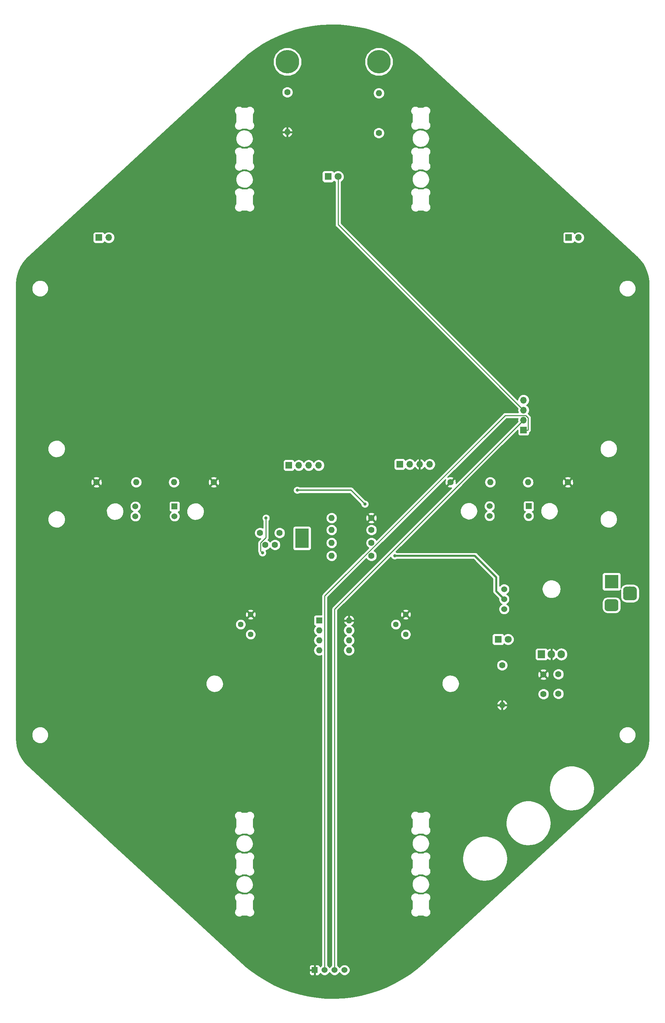
<source format=gbr>
G04 #@! TF.GenerationSoftware,KiCad,Pcbnew,(5.0.1)-3*
G04 #@! TF.CreationDate,2020-02-12T20:38:56-05:00*
G04 #@! TF.ProjectId,TinkerBot,54696E6B6572426F742E6B696361645F,rev?*
G04 #@! TF.SameCoordinates,Original*
G04 #@! TF.FileFunction,Copper,L2,Bot,Signal*
G04 #@! TF.FilePolarity,Positive*
%FSLAX46Y46*%
G04 Gerber Fmt 4.6, Leading zero omitted, Abs format (unit mm)*
G04 Created by KiCad (PCBNEW (5.0.1)-3) date 2/12/2020 8:38:56 PM*
%MOMM*%
%LPD*%
G01*
G04 APERTURE LIST*
G04 #@! TA.AperFunction,ComponentPad*
%ADD10O,1.600000X1.600000*%
G04 #@! TD*
G04 #@! TA.AperFunction,ComponentPad*
%ADD11C,1.600000*%
G04 #@! TD*
G04 #@! TA.AperFunction,ComponentPad*
%ADD12R,1.524000X1.524000*%
G04 #@! TD*
G04 #@! TA.AperFunction,ComponentPad*
%ADD13C,1.524000*%
G04 #@! TD*
G04 #@! TA.AperFunction,ComponentPad*
%ADD14R,3.500000X3.500000*%
G04 #@! TD*
G04 #@! TA.AperFunction,Conductor*
%ADD15C,0.100000*%
G04 #@! TD*
G04 #@! TA.AperFunction,ComponentPad*
%ADD16C,3.000000*%
G04 #@! TD*
G04 #@! TA.AperFunction,ComponentPad*
%ADD17C,3.500000*%
G04 #@! TD*
G04 #@! TA.AperFunction,ComponentPad*
%ADD18R,1.700000X1.700000*%
G04 #@! TD*
G04 #@! TA.AperFunction,ComponentPad*
%ADD19O,1.700000X1.700000*%
G04 #@! TD*
G04 #@! TA.AperFunction,Conductor*
%ADD20R,3.400000X5.000000*%
G04 #@! TD*
G04 #@! TA.AperFunction,ViaPad*
%ADD21C,0.750000*%
G04 #@! TD*
G04 #@! TA.AperFunction,ComponentPad*
%ADD22C,1.440000*%
G04 #@! TD*
G04 #@! TA.AperFunction,ComponentPad*
%ADD23R,1.905000X2.000000*%
G04 #@! TD*
G04 #@! TA.AperFunction,ComponentPad*
%ADD24O,1.905000X2.000000*%
G04 #@! TD*
G04 #@! TA.AperFunction,ComponentPad*
%ADD25R,1.600000X1.600000*%
G04 #@! TD*
G04 #@! TA.AperFunction,ComponentPad*
%ADD26R,1.800000X1.800000*%
G04 #@! TD*
G04 #@! TA.AperFunction,ComponentPad*
%ADD27C,1.800000*%
G04 #@! TD*
G04 #@! TA.AperFunction,ComponentPad*
%ADD28C,6.000000*%
G04 #@! TD*
G04 #@! TA.AperFunction,ComponentPad*
%ADD29C,0.800000*%
G04 #@! TD*
G04 #@! TA.AperFunction,ViaPad*
%ADD30C,0.800000*%
G04 #@! TD*
G04 #@! TA.AperFunction,Conductor*
%ADD31C,0.500000*%
G04 #@! TD*
G04 #@! TA.AperFunction,Conductor*
%ADD32C,0.350000*%
G04 #@! TD*
G04 #@! TA.AperFunction,Conductor*
%ADD33C,0.250000*%
G04 #@! TD*
G04 #@! TA.AperFunction,Conductor*
%ADD34C,0.254000*%
G04 #@! TD*
G04 APERTURE END LIST*
D10*
G04 #@! TO.P,R4,2*
G04 #@! TO.N,nFAULT*
X-550000Y-1605000D03*
D11*
G04 #@! TO.P,R4,1*
G04 #@! TO.N,+5V*
X9610000Y-1605000D03*
G04 #@! TD*
D12*
G04 #@! TO.P,M1,1*
G04 #@! TO.N,+5V*
X-4875000Y-117005000D03*
D13*
G04 #@! TO.P,M1,2*
G04 #@! TO.N,TRIG*
X-2335000Y-117005000D03*
G04 #@! TO.P,M1,3*
G04 #@! TO.N,ECHO*
X205000Y-117005000D03*
G04 #@! TO.P,M1,4*
G04 #@! TO.N,GND*
X2745000Y-117005000D03*
G04 #@! TD*
D11*
G04 #@! TO.P,C1,1*
G04 #@! TO.N,Net-(C1-Pad1)*
X-15028000Y-8463000D03*
G04 #@! TO.P,C1,2*
G04 #@! TO.N,GND*
X-17528000Y-8463000D03*
G04 #@! TD*
G04 #@! TO.P,C2,1*
G04 #@! TO.N,GND*
X-18838000Y-5415000D03*
G04 #@! TO.P,C2,2*
G04 #@! TO.N,+BATT*
X-13838000Y-5415000D03*
G04 #@! TD*
D14*
G04 #@! TO.P,J1,1*
G04 #@! TO.N,Net-(J1-Pad1)*
X70951000Y-17861000D03*
D15*
G04 #@! TD*
G04 #@! TO.N,GND*
G04 #@! TO.C,J1*
G36*
X72024513Y-22364611D02*
X72097318Y-22375411D01*
X72168714Y-22393295D01*
X72238013Y-22418090D01*
X72304548Y-22449559D01*
X72367678Y-22487398D01*
X72426795Y-22531242D01*
X72481330Y-22580670D01*
X72530758Y-22635205D01*
X72574602Y-22694322D01*
X72612441Y-22757452D01*
X72643910Y-22823987D01*
X72668705Y-22893286D01*
X72686589Y-22964682D01*
X72697389Y-23037487D01*
X72701000Y-23111000D01*
X72701000Y-24611000D01*
X72697389Y-24684513D01*
X72686589Y-24757318D01*
X72668705Y-24828714D01*
X72643910Y-24898013D01*
X72612441Y-24964548D01*
X72574602Y-25027678D01*
X72530758Y-25086795D01*
X72481330Y-25141330D01*
X72426795Y-25190758D01*
X72367678Y-25234602D01*
X72304548Y-25272441D01*
X72238013Y-25303910D01*
X72168714Y-25328705D01*
X72097318Y-25346589D01*
X72024513Y-25357389D01*
X71951000Y-25361000D01*
X69951000Y-25361000D01*
X69877487Y-25357389D01*
X69804682Y-25346589D01*
X69733286Y-25328705D01*
X69663987Y-25303910D01*
X69597452Y-25272441D01*
X69534322Y-25234602D01*
X69475205Y-25190758D01*
X69420670Y-25141330D01*
X69371242Y-25086795D01*
X69327398Y-25027678D01*
X69289559Y-24964548D01*
X69258090Y-24898013D01*
X69233295Y-24828714D01*
X69215411Y-24757318D01*
X69204611Y-24684513D01*
X69201000Y-24611000D01*
X69201000Y-23111000D01*
X69204611Y-23037487D01*
X69215411Y-22964682D01*
X69233295Y-22893286D01*
X69258090Y-22823987D01*
X69289559Y-22757452D01*
X69327398Y-22694322D01*
X69371242Y-22635205D01*
X69420670Y-22580670D01*
X69475205Y-22531242D01*
X69534322Y-22487398D01*
X69597452Y-22449559D01*
X69663987Y-22418090D01*
X69733286Y-22393295D01*
X69804682Y-22375411D01*
X69877487Y-22364611D01*
X69951000Y-22361000D01*
X71951000Y-22361000D01*
X72024513Y-22364611D01*
X72024513Y-22364611D01*
G37*
D16*
G04 #@! TO.P,J1,2*
G04 #@! TO.N,GND*
X70951000Y-23861000D03*
D15*
G04 #@! TD*
G04 #@! TO.N,N/C*
G04 #@! TO.C,J1*
G36*
X76611765Y-19115213D02*
X76696704Y-19127813D01*
X76779999Y-19148677D01*
X76860848Y-19177605D01*
X76938472Y-19214319D01*
X77012124Y-19258464D01*
X77081094Y-19309616D01*
X77144718Y-19367282D01*
X77202384Y-19430906D01*
X77253536Y-19499876D01*
X77297681Y-19573528D01*
X77334395Y-19651152D01*
X77363323Y-19732001D01*
X77384187Y-19815296D01*
X77396787Y-19900235D01*
X77401000Y-19986000D01*
X77401000Y-21736000D01*
X77396787Y-21821765D01*
X77384187Y-21906704D01*
X77363323Y-21989999D01*
X77334395Y-22070848D01*
X77297681Y-22148472D01*
X77253536Y-22222124D01*
X77202384Y-22291094D01*
X77144718Y-22354718D01*
X77081094Y-22412384D01*
X77012124Y-22463536D01*
X76938472Y-22507681D01*
X76860848Y-22544395D01*
X76779999Y-22573323D01*
X76696704Y-22594187D01*
X76611765Y-22606787D01*
X76526000Y-22611000D01*
X74776000Y-22611000D01*
X74690235Y-22606787D01*
X74605296Y-22594187D01*
X74522001Y-22573323D01*
X74441152Y-22544395D01*
X74363528Y-22507681D01*
X74289876Y-22463536D01*
X74220906Y-22412384D01*
X74157282Y-22354718D01*
X74099616Y-22291094D01*
X74048464Y-22222124D01*
X74004319Y-22148472D01*
X73967605Y-22070848D01*
X73938677Y-21989999D01*
X73917813Y-21906704D01*
X73905213Y-21821765D01*
X73901000Y-21736000D01*
X73901000Y-19986000D01*
X73905213Y-19900235D01*
X73917813Y-19815296D01*
X73938677Y-19732001D01*
X73967605Y-19651152D01*
X74004319Y-19573528D01*
X74048464Y-19499876D01*
X74099616Y-19430906D01*
X74157282Y-19367282D01*
X74220906Y-19309616D01*
X74289876Y-19258464D01*
X74363528Y-19214319D01*
X74441152Y-19177605D01*
X74522001Y-19148677D01*
X74605296Y-19127813D01*
X74690235Y-19115213D01*
X74776000Y-19111000D01*
X76526000Y-19111000D01*
X76611765Y-19115213D01*
X76611765Y-19115213D01*
G37*
D17*
G04 #@! TO.P,J1,3*
G04 #@! TO.N,N/C*
X75651000Y-20861000D03*
G04 #@! TD*
D18*
G04 #@! TO.P,J2,1*
G04 #@! TO.N,Net-(J2-Pad1)*
X-11472000Y11857000D03*
D19*
G04 #@! TO.P,J2,2*
G04 #@! TO.N,Net-(J2-Pad2)*
X-8932000Y11857000D03*
G04 #@! TO.P,J2,3*
G04 #@! TO.N,Net-(J2-Pad3)*
X-6392000Y11857000D03*
G04 #@! TO.P,J2,4*
G04 #@! TO.N,Net-(J2-Pad4)*
X-3852000Y11857000D03*
G04 #@! TD*
G04 #@! TO.P,M2,2*
G04 #@! TO.N,Net-(M2-Pad2)*
X62540000Y70000000D03*
D18*
G04 #@! TO.P,M2,1*
G04 #@! TO.N,Net-(M2-Pad1)*
X60000000Y70000000D03*
G04 #@! TD*
G04 #@! TO.P,M3,1*
G04 #@! TO.N,Net-(M3-Pad1)*
X-60000000Y70000000D03*
D19*
G04 #@! TO.P,M3,2*
G04 #@! TO.N,Net-(M3-Pad2)*
X-57460000Y70000000D03*
G04 #@! TD*
D11*
G04 #@! TO.P,R1,1*
G04 #@! TO.N,+BATT*
X9610000Y-11257000D03*
D10*
G04 #@! TO.P,R1,2*
G04 #@! TO.N,Net-(R1-Pad2)*
X-550000Y-11257000D03*
G04 #@! TD*
G04 #@! TO.P,R2,2*
G04 #@! TO.N,Net-(R2-Pad2)*
X-40809000Y7539000D03*
D11*
G04 #@! TO.P,R2,1*
G04 #@! TO.N,+5V*
X-30649000Y7539000D03*
G04 #@! TD*
G04 #@! TO.P,R3,1*
G04 #@! TO.N,+5V*
X-60621000Y7539000D03*
D10*
G04 #@! TO.P,R3,2*
G04 #@! TO.N,IR_GATE_OUT_1*
X-50461000Y7539000D03*
G04 #@! TD*
D11*
G04 #@! TO.P,R5,1*
G04 #@! TO.N,GND*
X9610000Y-7955000D03*
D10*
G04 #@! TO.P,R5,2*
G04 #@! TO.N,Net-(R5-Pad2)*
X-550000Y-7955000D03*
G04 #@! TD*
G04 #@! TO.P,R6,2*
G04 #@! TO.N,Net-(R6-Pad2)*
X-550000Y-4653000D03*
D11*
G04 #@! TO.P,R6,1*
G04 #@! TO.N,GND*
X9610000Y-4653000D03*
G04 #@! TD*
G04 #@! TO.P,R7,1*
G04 #@! TO.N,+5V*
X59775000Y7539000D03*
D10*
G04 #@! TO.P,R7,2*
G04 #@! TO.N,Net-(R7-Pad2)*
X49615000Y7539000D03*
G04 #@! TD*
G04 #@! TO.P,R8,2*
G04 #@! TO.N,IR_GATE_OUT_2*
X39963000Y7539000D03*
D11*
G04 #@! TO.P,R8,1*
G04 #@! TO.N,+5V*
X29803000Y7539000D03*
G04 #@! TD*
D13*
G04 #@! TO.P,U1,4*
G04 #@! TO.N,IR_GATE_OUT_1*
X-50657000Y1345000D03*
G04 #@! TO.P,U1,3*
G04 #@! TO.N,GND*
X-50657000Y-1155000D03*
G04 #@! TO.P,U1,2*
X-40657000Y-1155000D03*
D12*
G04 #@! TO.P,U1,1*
G04 #@! TO.N,Net-(R2-Pad2)*
X-40657000Y1345000D03*
G04 #@! TD*
D20*
G04 #@! TO.N,GND*
G04 #@! TO.C,U2*
X-8112000Y-6793000D03*
D21*
X-7362000Y-8293000D03*
X-8862000Y-8293000D03*
X-7362000Y-6793000D03*
X-8862000Y-6793000D03*
X-7362000Y-5293000D03*
X-8862000Y-5293000D03*
G04 #@! TD*
D22*
G04 #@! TO.P,RV1,1*
G04 #@! TO.N,+5V*
X-21251000Y-26243000D03*
G04 #@! TO.P,RV1,2*
G04 #@! TO.N,Net-(RV1-Pad2)*
X-23791000Y-28783000D03*
G04 #@! TO.P,RV1,3*
G04 #@! TO.N,GND*
X-21251000Y-31323000D03*
G04 #@! TD*
G04 #@! TO.P,RV2,3*
G04 #@! TO.N,GND*
X18373000Y-31323000D03*
G04 #@! TO.P,RV2,2*
G04 #@! TO.N,Net-(RV2-Pad2)*
X15833000Y-28783000D03*
G04 #@! TO.P,RV2,1*
G04 #@! TO.N,+5V*
X18373000Y-26243000D03*
G04 #@! TD*
D13*
G04 #@! TO.P,U4,4*
G04 #@! TO.N,IR_GATE_OUT_2*
X39789000Y1423000D03*
G04 #@! TO.P,U4,3*
G04 #@! TO.N,GND*
X39789000Y-1077000D03*
G04 #@! TO.P,U4,2*
X49789000Y-1077000D03*
D12*
G04 #@! TO.P,U4,1*
G04 #@! TO.N,Net-(R7-Pad2)*
X49789000Y1423000D03*
G04 #@! TD*
D11*
G04 #@! TO.P,C3,1*
G04 #@! TO.N,+BATT*
X57362000Y-41483000D03*
G04 #@! TO.P,C3,2*
G04 #@! TO.N,GND*
X57362000Y-46483000D03*
G04 #@! TD*
G04 #@! TO.P,C4,2*
G04 #@! TO.N,+5V*
X53552000Y-41563000D03*
G04 #@! TO.P,C4,1*
G04 #@! TO.N,GND*
X53552000Y-46563000D03*
G04 #@! TD*
D23*
G04 #@! TO.P,U5,1*
G04 #@! TO.N,GND*
X53044000Y-36403000D03*
D24*
G04 #@! TO.P,U5,2*
G04 #@! TO.N,+5V*
X55584000Y-36403000D03*
G04 #@! TO.P,U5,3*
G04 #@! TO.N,+BATT*
X58124000Y-36403000D03*
G04 #@! TD*
D18*
G04 #@! TO.P,J3,1*
G04 #@! TO.N,IR_GATE_COMP_1*
X16849000Y12111000D03*
D19*
G04 #@! TO.P,J3,2*
G04 #@! TO.N,IR_GATE_COMP_2*
X19389000Y12111000D03*
G04 #@! TO.P,J3,3*
G04 #@! TO.N,+5V*
X21929000Y12111000D03*
G04 #@! TO.P,J3,4*
G04 #@! TO.N,GND*
X24469000Y12111000D03*
G04 #@! TD*
D25*
G04 #@! TO.P,U3,1*
G04 #@! TO.N,IR_GATE_COMP_1*
X-3730265Y-27767000D03*
D10*
G04 #@! TO.P,U3,5*
G04 #@! TO.N,IR_GATE_OUT_2*
X3889735Y-35387000D03*
G04 #@! TO.P,U3,2*
G04 #@! TO.N,Net-(RV1-Pad2)*
X-3730265Y-30307000D03*
G04 #@! TO.P,U3,6*
G04 #@! TO.N,Net-(RV2-Pad2)*
X3889735Y-32847000D03*
G04 #@! TO.P,U3,3*
G04 #@! TO.N,IR_GATE_OUT_1*
X-3730265Y-32847000D03*
G04 #@! TO.P,U3,7*
G04 #@! TO.N,IR_GATE_COMP_2*
X3889735Y-30307000D03*
G04 #@! TO.P,U3,4*
G04 #@! TO.N,GND*
X-3730265Y-35387000D03*
G04 #@! TO.P,U3,8*
G04 #@! TO.N,+5V*
X3889735Y-27767000D03*
G04 #@! TD*
D26*
G04 #@! TO.P,D1,1*
G04 #@! TO.N,GND*
X41995000Y-32593000D03*
D27*
G04 #@! TO.P,D1,2*
G04 #@! TO.N,Net-(D1-Pad2)*
X44535000Y-32593000D03*
G04 #@! TD*
G04 #@! TO.P,D2,2*
G04 #@! TO.N,BUMP_INDICATOR*
X1101000Y85567800D03*
D26*
G04 #@! TO.P,D2,1*
G04 #@! TO.N,GND*
X-1439000Y85567800D03*
G04 #@! TD*
D28*
G04 #@! TO.P,H1,1*
G04 #@! TO.N,Net-(H1-Pad1)*
X-11853000Y114887000D03*
D29*
X-9603000Y114887000D03*
X-10262010Y113296010D03*
X-11853000Y112637000D03*
X-13443990Y113296010D03*
X-14103000Y114887000D03*
X-13443990Y116477990D03*
X-11853000Y117137000D03*
X-10262010Y116477990D03*
G04 #@! TD*
G04 #@! TO.P,H2,1*
G04 #@! TO.N,BUMP_INDICATOR*
X13105990Y116477990D03*
X11515000Y117137000D03*
X9924010Y116477990D03*
X9265000Y114887000D03*
X9924010Y113296010D03*
X11515000Y112637000D03*
X13105990Y113296010D03*
X13765000Y114887000D03*
D28*
X11515000Y114887000D03*
G04 #@! TD*
D18*
G04 #@! TO.P,J4,1*
G04 #@! TO.N,TRIG*
X48472000Y20874000D03*
D19*
G04 #@! TO.P,J4,2*
G04 #@! TO.N,ECHO*
X48472000Y23414000D03*
G04 #@! TO.P,J4,3*
G04 #@! TO.N,BUMP_INDICATOR*
X48472000Y25954000D03*
G04 #@! TO.P,J4,4*
G04 #@! TO.N,GND*
X48472000Y28494000D03*
G04 #@! TD*
D11*
G04 #@! TO.P,R9,1*
G04 #@! TO.N,Net-(D1-Pad2)*
X43011000Y-39197000D03*
D10*
G04 #@! TO.P,R9,2*
G04 #@! TO.N,+5V*
X43011000Y-49357000D03*
G04 #@! TD*
D11*
G04 #@! TO.P,R10,1*
G04 #@! TO.N,Net-(H1-Pad1)*
X-11853000Y107107000D03*
D10*
G04 #@! TO.P,R10,2*
G04 #@! TO.N,+5V*
X-11853000Y96947000D03*
G04 #@! TD*
G04 #@! TO.P,R11,2*
G04 #@! TO.N,BUMP_INDICATOR*
X11515000Y106853000D03*
D11*
G04 #@! TO.P,R11,1*
G04 #@! TO.N,GND*
X11515000Y96693000D03*
G04 #@! TD*
D13*
G04 #@! TO.P,SW1,1*
G04 #@! TO.N,Net-(J1-Pad1)*
X43519000Y-19766000D03*
G04 #@! TO.P,SW1,2*
G04 #@! TO.N,+BATT*
X43519000Y-22306000D03*
G04 #@! TO.P,SW1,3*
G04 #@! TO.N,Net-(SW1-Pad3)*
X43519000Y-24846000D03*
G04 #@! TD*
D30*
G04 #@! TO.N,+BATT*
X-9313000Y5507000D03*
X15578982Y-11257000D03*
X7959000Y1951000D03*
G04 #@! TO.N,Net-(J2-Pad1)*
X-18203000Y-10495000D03*
X-17314000Y-1605000D03*
G04 #@! TD*
D31*
G04 #@! TO.N,+BATT*
X36026000Y-11257000D02*
X15579000Y-11257000D01*
X43519000Y-22306000D02*
X41487000Y-20274000D01*
X41487000Y-16718000D02*
X36026000Y-11257000D01*
X41487000Y-20274000D02*
X41487000Y-16718000D01*
D32*
X7559001Y2350999D02*
X7959000Y1951000D01*
X-9313000Y5507000D02*
X4403000Y5507000D01*
X4403000Y5507000D02*
X7559001Y2350999D01*
D33*
G04 #@! TO.N,Net-(J2-Pad1)*
X-17314000Y-6583998D02*
X-17314000Y-1605000D01*
X-18653001Y-7922999D02*
X-17314000Y-6583998D01*
X-18203000Y-10495000D02*
X-18653001Y-10044999D01*
X-18653001Y-10044999D02*
X-18653001Y-7922999D01*
G04 #@! TO.N,TRIG*
X-2335000Y-115927370D02*
X-2335000Y-117005000D01*
X-2335000Y-21536998D02*
X-2335000Y-115927370D01*
X43790999Y24589001D02*
X-2335000Y-21536998D01*
X49036001Y24589001D02*
X43790999Y24589001D01*
X49647001Y23978001D02*
X49036001Y24589001D01*
X49647001Y20949001D02*
X49647001Y23978001D01*
X49572000Y20874000D02*
X49647001Y20949001D01*
X48472000Y20874000D02*
X49572000Y20874000D01*
G04 #@! TO.N,ECHO*
X205000Y-24853000D02*
X48472000Y23414000D01*
X205000Y-117005000D02*
X205000Y-24853000D01*
G04 #@! TO.N,BUMP_INDICATOR*
X1101000Y73325000D02*
X1101000Y85567800D01*
X48472000Y25954000D02*
X1101000Y73325000D01*
G04 #@! TD*
D34*
G04 #@! TO.N,+5V*
G36*
X1471238Y124277460D02*
X3735175Y124085111D01*
X5981378Y123743144D01*
X8200008Y123253059D01*
X10381253Y122617023D01*
X12515579Y121837814D01*
X14593551Y120918877D01*
X16606042Y119864251D01*
X18544232Y118678557D01*
X20399582Y117367018D01*
X22169151Y115931166D01*
X22926069Y115254251D01*
X77465009Y65004058D01*
X78285374Y64146904D01*
X78978060Y63212281D01*
X79548141Y62198219D01*
X79986635Y61120698D01*
X80286622Y59996713D01*
X80444693Y58834262D01*
X80469037Y58161333D01*
X80469038Y-58034598D01*
X80394538Y-59218736D01*
X80176554Y-60361454D01*
X79817065Y-61467844D01*
X79321746Y-62520450D01*
X78698404Y-63502679D01*
X77950604Y-64406615D01*
X77472210Y-64880489D01*
X22930972Y-115132801D01*
X21200616Y-116624104D01*
X19384985Y-117990112D01*
X17482845Y-119232769D01*
X15502507Y-120346645D01*
X13452699Y-121326828D01*
X11342446Y-122169005D01*
X9181035Y-122869470D01*
X6977916Y-123425159D01*
X4742841Y-123833611D01*
X2485610Y-124093039D01*
X216129Y-124202302D01*
X-2055588Y-124160917D01*
X-4319566Y-123969068D01*
X-6565853Y-123627598D01*
X-8784593Y-123138004D01*
X-10965978Y-122502450D01*
X-13100459Y-121723720D01*
X-15178635Y-120805243D01*
X-17191377Y-119751053D01*
X-19129826Y-118565790D01*
X-20934390Y-117290750D01*
X-6272000Y-117290750D01*
X-6272000Y-117893310D01*
X-6175327Y-118126699D01*
X-5996698Y-118305327D01*
X-5763309Y-118402000D01*
X-5160750Y-118402000D01*
X-5002000Y-118243250D01*
X-5002000Y-117132000D01*
X-6113250Y-117132000D01*
X-6272000Y-117290750D01*
X-20934390Y-117290750D01*
X-20985447Y-117254675D01*
X-22388554Y-116116690D01*
X-6272000Y-116116690D01*
X-6272000Y-116719250D01*
X-6113250Y-116878000D01*
X-5002000Y-116878000D01*
X-5002000Y-115766750D01*
X-5160750Y-115608000D01*
X-5763309Y-115608000D01*
X-5996698Y-115704673D01*
X-6175327Y-115883301D01*
X-6272000Y-116116690D01*
X-22388554Y-116116690D01*
X-22755335Y-115819214D01*
X-23517934Y-115137371D01*
X-37497245Y-102257343D01*
X-25381147Y-102257343D01*
X-25367154Y-102358085D01*
X-25341692Y-102541400D01*
X-25277669Y-102725685D01*
X-25198193Y-102861105D01*
X-25132513Y-102973020D01*
X-25002840Y-103118778D01*
X-24897790Y-103198204D01*
X-24774084Y-103291736D01*
X-24598502Y-103376775D01*
X-24523206Y-103396377D01*
X-24320971Y-103449027D01*
X-24126213Y-103460401D01*
X-24011854Y-103444516D01*
X-23842156Y-103420946D01*
X-23657871Y-103356923D01*
X-23500247Y-103264416D01*
X-23410536Y-103211767D01*
X-23362161Y-103168730D01*
X-22238533Y-103168730D01*
X-22206286Y-103198204D01*
X-22087726Y-103269942D01*
X-21970179Y-103343241D01*
X-21787680Y-103412190D01*
X-21653593Y-103434500D01*
X-21504790Y-103459260D01*
X-21309796Y-103453122D01*
X-21309791Y-103453121D01*
X-21309790Y-103453121D01*
X-21221100Y-103432558D01*
X-21030423Y-103388351D01*
X-21030421Y-103388350D01*
X-21030418Y-103388349D01*
X-20852617Y-103308056D01*
X-20740366Y-103227830D01*
X-20619301Y-103141306D01*
X-20485760Y-102999085D01*
X-20472770Y-102978254D01*
X-20334013Y-102755735D01*
X-20265064Y-102573236D01*
X-20240536Y-102425819D01*
X-20217994Y-102290347D01*
X-20224132Y-102095352D01*
X-20236300Y-102042866D01*
X-20253486Y-101968740D01*
X-20288903Y-101815980D01*
X-20288904Y-101815979D01*
X-20288905Y-101815974D01*
X-20369198Y-101638173D01*
X-20464639Y-101504634D01*
X-20535948Y-101404857D01*
X-20564000Y-101378517D01*
X-20564000Y-99358548D01*
X-20551145Y-99346799D01*
X-20469080Y-99235173D01*
X-20385518Y-99124654D01*
X-20300479Y-98949072D01*
X-20258170Y-98786555D01*
X-20228227Y-98671541D01*
X-20216853Y-98476783D01*
X-20252083Y-98223154D01*
X-20256309Y-98192726D01*
X-20320331Y-98008440D01*
X-20432239Y-97817759D01*
X-20465487Y-97761106D01*
X-20595160Y-97615348D01*
X-20823916Y-97442390D01*
X-20999497Y-97357351D01*
X-21135526Y-97321938D01*
X-21277028Y-97285099D01*
X-21471787Y-97273725D01*
X-21686556Y-97303557D01*
X-21755844Y-97313181D01*
X-21940130Y-97377203D01*
X-22104527Y-97473685D01*
X-22187464Y-97522359D01*
X-22235839Y-97565396D01*
X-23359468Y-97565396D01*
X-23391714Y-97535923D01*
X-23510246Y-97464202D01*
X-23627821Y-97390885D01*
X-23810321Y-97321936D01*
X-23920463Y-97303610D01*
X-24093209Y-97274866D01*
X-24288204Y-97281004D01*
X-24288209Y-97281005D01*
X-24288210Y-97281005D01*
X-24397464Y-97306335D01*
X-24567576Y-97345775D01*
X-24567577Y-97345776D01*
X-24567582Y-97345777D01*
X-24745383Y-97426070D01*
X-24854893Y-97504337D01*
X-24978699Y-97592820D01*
X-25112240Y-97735042D01*
X-25112242Y-97735044D01*
X-25163821Y-97817759D01*
X-25263986Y-97978388D01*
X-25263986Y-97978390D01*
X-25263987Y-97978391D01*
X-25332936Y-98160891D01*
X-25351989Y-98275403D01*
X-25380006Y-98443780D01*
X-25373868Y-98638774D01*
X-25373867Y-98638779D01*
X-25373867Y-98638780D01*
X-25356626Y-98713143D01*
X-25309097Y-98918147D01*
X-25309096Y-98918149D01*
X-25309095Y-98918152D01*
X-25228802Y-99095953D01*
X-25177538Y-99167681D01*
X-25062052Y-99329269D01*
X-25034000Y-99355609D01*
X-25033999Y-101375577D01*
X-25046855Y-101387327D01*
X-25128920Y-101498953D01*
X-25212482Y-101609472D01*
X-25297521Y-101785053D01*
X-25326629Y-101896863D01*
X-25369773Y-102062584D01*
X-25381147Y-102257343D01*
X-37497245Y-102257343D01*
X-45593622Y-94797636D01*
X-25026237Y-94797636D01*
X-25020422Y-95538096D01*
X-24775072Y-96236751D01*
X-24316643Y-96818264D01*
X-23694568Y-97219933D01*
X-22975925Y-97398445D01*
X-22238204Y-97334551D01*
X-21560954Y-97035142D01*
X-21017200Y-96532501D01*
X-20665578Y-95880830D01*
X-20544000Y-95150396D01*
X-20544278Y-95114976D01*
X-20677314Y-94386542D01*
X-21039129Y-93740474D01*
X-21590711Y-93246437D01*
X-22272581Y-92957702D01*
X-23011214Y-92905404D01*
X-23726965Y-93095182D01*
X-24342654Y-93506572D01*
X-24791891Y-94095214D01*
X-25026237Y-94797636D01*
X-45593622Y-94797636D01*
X-48821042Y-91824009D01*
X-25381147Y-91824009D01*
X-25366393Y-91930226D01*
X-25341692Y-92108066D01*
X-25277669Y-92292351D01*
X-25198193Y-92427771D01*
X-25132513Y-92539686D01*
X-25002840Y-92685444D01*
X-24897790Y-92764870D01*
X-24774084Y-92858402D01*
X-24598502Y-92943441D01*
X-24523206Y-92963043D01*
X-24320971Y-93015693D01*
X-24126213Y-93027067D01*
X-24011854Y-93011182D01*
X-23842156Y-92987612D01*
X-23657871Y-92923589D01*
X-23500247Y-92831082D01*
X-23410536Y-92778433D01*
X-23362161Y-92735396D01*
X-22238533Y-92735396D01*
X-22206286Y-92764870D01*
X-22087726Y-92836608D01*
X-21970179Y-92909907D01*
X-21787680Y-92978856D01*
X-21653593Y-93001166D01*
X-21504790Y-93025926D01*
X-21309796Y-93019788D01*
X-21309791Y-93019787D01*
X-21309790Y-93019787D01*
X-21221100Y-92999224D01*
X-21030423Y-92955017D01*
X-21030421Y-92955016D01*
X-21030418Y-92955015D01*
X-20852617Y-92874722D01*
X-20740366Y-92794496D01*
X-20619301Y-92707972D01*
X-20485760Y-92565751D01*
X-20472770Y-92544920D01*
X-20334013Y-92322401D01*
X-20265064Y-92139902D01*
X-20240536Y-91992485D01*
X-20217994Y-91857013D01*
X-20224132Y-91662018D01*
X-20240601Y-91590981D01*
X-20253486Y-91535406D01*
X-20288903Y-91382646D01*
X-20288904Y-91382645D01*
X-20288905Y-91382640D01*
X-20369198Y-91204839D01*
X-20481815Y-91047267D01*
X-20535948Y-90971523D01*
X-20564000Y-90945183D01*
X-20564000Y-88925215D01*
X-20551145Y-88913466D01*
X-20469080Y-88801840D01*
X-20385518Y-88691321D01*
X-20300479Y-88515739D01*
X-20258170Y-88353222D01*
X-20228227Y-88238208D01*
X-20216853Y-88043450D01*
X-20252083Y-87789821D01*
X-20256309Y-87759393D01*
X-20320331Y-87575107D01*
X-20432239Y-87384426D01*
X-20465487Y-87327773D01*
X-20595160Y-87182015D01*
X-20823916Y-87009057D01*
X-20999497Y-86924018D01*
X-21135526Y-86888605D01*
X-21277028Y-86851766D01*
X-21471787Y-86840392D01*
X-21686556Y-86870224D01*
X-21755844Y-86879848D01*
X-21940130Y-86943870D01*
X-22104527Y-87040352D01*
X-22187464Y-87089026D01*
X-22235839Y-87132063D01*
X-23359468Y-87132063D01*
X-23391714Y-87102590D01*
X-23510246Y-87030869D01*
X-23627821Y-86957552D01*
X-23810321Y-86888603D01*
X-23920463Y-86870277D01*
X-24093209Y-86841533D01*
X-24288204Y-86847671D01*
X-24288209Y-86847672D01*
X-24288210Y-86847672D01*
X-24397464Y-86873002D01*
X-24567576Y-86912442D01*
X-24567577Y-86912443D01*
X-24567582Y-86912444D01*
X-24745383Y-86992737D01*
X-24854893Y-87071004D01*
X-24978699Y-87159487D01*
X-25112240Y-87301709D01*
X-25112242Y-87301711D01*
X-25163821Y-87384426D01*
X-25263986Y-87545055D01*
X-25263986Y-87545057D01*
X-25263987Y-87545058D01*
X-25332936Y-87727558D01*
X-25351989Y-87842070D01*
X-25380006Y-88010447D01*
X-25373868Y-88205441D01*
X-25373867Y-88205446D01*
X-25373867Y-88205447D01*
X-25356626Y-88279810D01*
X-25309097Y-88484814D01*
X-25309096Y-88484816D01*
X-25309095Y-88484819D01*
X-25228802Y-88662620D01*
X-25177538Y-88734348D01*
X-25062052Y-88895936D01*
X-25034000Y-88922276D01*
X-25033999Y-90942243D01*
X-25046855Y-90953993D01*
X-25128920Y-91065619D01*
X-25212482Y-91176138D01*
X-25297521Y-91351719D01*
X-25326629Y-91463529D01*
X-25369773Y-91629250D01*
X-25381147Y-91824009D01*
X-48821042Y-91824009D01*
X-56917418Y-84364303D01*
X-25026237Y-84364303D01*
X-25020422Y-85104763D01*
X-24775072Y-85803418D01*
X-24316643Y-86384931D01*
X-23694568Y-86786600D01*
X-22975925Y-86965112D01*
X-22238204Y-86901218D01*
X-21560954Y-86601809D01*
X-21017200Y-86099168D01*
X-20665578Y-85447497D01*
X-20544000Y-84717063D01*
X-20544278Y-84681643D01*
X-20677314Y-83953209D01*
X-21039129Y-83307141D01*
X-21590711Y-82813104D01*
X-22272581Y-82524369D01*
X-23011214Y-82472071D01*
X-23726965Y-82661849D01*
X-24342654Y-83073239D01*
X-24791891Y-83661881D01*
X-25026237Y-84364303D01*
X-56917418Y-84364303D01*
X-60144839Y-81390676D01*
X-25381147Y-81390676D01*
X-25367154Y-81491418D01*
X-25341692Y-81674733D01*
X-25277669Y-81859018D01*
X-25198193Y-81994438D01*
X-25132513Y-82106353D01*
X-25002840Y-82252111D01*
X-24897790Y-82331537D01*
X-24774084Y-82425069D01*
X-24598502Y-82510108D01*
X-24523206Y-82529710D01*
X-24320971Y-82582360D01*
X-24126213Y-82593734D01*
X-24011854Y-82577849D01*
X-23842156Y-82554279D01*
X-23657871Y-82490256D01*
X-23500247Y-82397749D01*
X-23410536Y-82345100D01*
X-23362161Y-82302063D01*
X-22238533Y-82302063D01*
X-22206286Y-82331537D01*
X-22087726Y-82403275D01*
X-21970179Y-82476574D01*
X-21787680Y-82545523D01*
X-21653593Y-82567833D01*
X-21504790Y-82592593D01*
X-21309796Y-82586455D01*
X-21309791Y-82586454D01*
X-21309790Y-82586454D01*
X-21221100Y-82565891D01*
X-21030423Y-82521684D01*
X-21030421Y-82521683D01*
X-21030418Y-82521682D01*
X-20852617Y-82441389D01*
X-20740366Y-82361163D01*
X-20619301Y-82274639D01*
X-20485760Y-82132418D01*
X-20472770Y-82111587D01*
X-20334013Y-81889068D01*
X-20265064Y-81706569D01*
X-20240536Y-81559152D01*
X-20217994Y-81423680D01*
X-20224132Y-81228685D01*
X-20236300Y-81176199D01*
X-20253486Y-81102073D01*
X-20288903Y-80949313D01*
X-20288904Y-80949312D01*
X-20288905Y-80949307D01*
X-20369198Y-80771506D01*
X-20464639Y-80637967D01*
X-20535948Y-80538190D01*
X-20564000Y-80511850D01*
X-20564000Y-78491882D01*
X-20551145Y-78480133D01*
X-20469080Y-78368507D01*
X-20385518Y-78257988D01*
X-20300479Y-78082406D01*
X-20258170Y-77919889D01*
X-20228227Y-77804875D01*
X-20216853Y-77610117D01*
X-20254355Y-77340130D01*
X-20256309Y-77326060D01*
X-20320331Y-77141774D01*
X-20432239Y-76951093D01*
X-20465487Y-76894440D01*
X-20595160Y-76748682D01*
X-20823916Y-76575724D01*
X-20999497Y-76490685D01*
X-21135526Y-76455272D01*
X-21277028Y-76418433D01*
X-21471787Y-76407059D01*
X-21686556Y-76436891D01*
X-21755844Y-76446515D01*
X-21940130Y-76510537D01*
X-22104527Y-76607019D01*
X-22187464Y-76655693D01*
X-22235839Y-76698730D01*
X-23359468Y-76698730D01*
X-23391714Y-76669257D01*
X-23510246Y-76597536D01*
X-23627821Y-76524219D01*
X-23810321Y-76455270D01*
X-23920463Y-76436944D01*
X-24093209Y-76408200D01*
X-24288204Y-76414338D01*
X-24288209Y-76414339D01*
X-24288210Y-76414339D01*
X-24397464Y-76439669D01*
X-24567576Y-76479109D01*
X-24567577Y-76479110D01*
X-24567582Y-76479111D01*
X-24745383Y-76559404D01*
X-24854893Y-76637671D01*
X-24978699Y-76726154D01*
X-25112240Y-76868376D01*
X-25112242Y-76868378D01*
X-25163821Y-76951093D01*
X-25263986Y-77111722D01*
X-25263986Y-77111724D01*
X-25263987Y-77111725D01*
X-25332936Y-77294225D01*
X-25351989Y-77408737D01*
X-25380006Y-77577114D01*
X-25373868Y-77772108D01*
X-25373867Y-77772113D01*
X-25373867Y-77772114D01*
X-25356626Y-77846477D01*
X-25309097Y-78051481D01*
X-25309096Y-78051483D01*
X-25309095Y-78051486D01*
X-25228802Y-78229287D01*
X-25179725Y-78297955D01*
X-25062052Y-78462603D01*
X-25034000Y-78488943D01*
X-25033999Y-80508910D01*
X-25046855Y-80520660D01*
X-25128920Y-80632286D01*
X-25212482Y-80742805D01*
X-25297521Y-80918386D01*
X-25326629Y-81030196D01*
X-25369773Y-81195917D01*
X-25381147Y-81390676D01*
X-60144839Y-81390676D01*
X-78056919Y-64887140D01*
X-78877300Y-64029969D01*
X-79569985Y-63095347D01*
X-80140068Y-62081282D01*
X-80578563Y-61003756D01*
X-80878548Y-59879777D01*
X-81036619Y-58717327D01*
X-81060963Y-58044398D01*
X-81060963Y-56575322D01*
X-77135000Y-56575322D01*
X-77135000Y-57424678D01*
X-76809966Y-58209380D01*
X-76209380Y-58809966D01*
X-75424678Y-59135000D01*
X-74575322Y-59135000D01*
X-73790620Y-58809966D01*
X-73190034Y-58209380D01*
X-72865000Y-57424678D01*
X-72865000Y-56575322D01*
X-73190034Y-55790620D01*
X-73790620Y-55190034D01*
X-74575322Y-54865000D01*
X-75424678Y-54865000D01*
X-76209380Y-55190034D01*
X-76809966Y-55790620D01*
X-77135000Y-56575322D01*
X-81060963Y-56575322D01*
X-81060963Y-43549737D01*
X-32651237Y-43549737D01*
X-32645422Y-44290197D01*
X-32400072Y-44988852D01*
X-31941643Y-45570365D01*
X-31319568Y-45972034D01*
X-30600925Y-46150546D01*
X-29863204Y-46086652D01*
X-29185954Y-45787243D01*
X-28642200Y-45284602D01*
X-28290578Y-44632931D01*
X-28169000Y-43902497D01*
X-28169278Y-43867077D01*
X-28302314Y-43138643D01*
X-28664129Y-42492575D01*
X-29215711Y-41998538D01*
X-29897581Y-41709803D01*
X-30636214Y-41657505D01*
X-31351965Y-41847283D01*
X-31967654Y-42258673D01*
X-32416891Y-42847315D01*
X-32651237Y-43549737D01*
X-81060963Y-43549737D01*
X-81060963Y-31053474D01*
X-22606000Y-31053474D01*
X-22606000Y-31592526D01*
X-22399714Y-32090546D01*
X-22018546Y-32471714D01*
X-21520526Y-32678000D01*
X-20981474Y-32678000D01*
X-20483454Y-32471714D01*
X-20102286Y-32090546D01*
X-19896000Y-31592526D01*
X-19896000Y-31053474D01*
X-20102286Y-30555454D01*
X-20350740Y-30307000D01*
X-5193378Y-30307000D01*
X-5082005Y-30866909D01*
X-4764842Y-31341577D01*
X-4412507Y-31577000D01*
X-4764842Y-31812423D01*
X-5082005Y-32287091D01*
X-5193378Y-32847000D01*
X-5082005Y-33406909D01*
X-4764842Y-33881577D01*
X-4412507Y-34117000D01*
X-4764842Y-34352423D01*
X-5082005Y-34827091D01*
X-5193378Y-35387000D01*
X-5082005Y-35946909D01*
X-4764842Y-36421577D01*
X-4290174Y-36738740D01*
X-3871598Y-36822000D01*
X-3588932Y-36822000D01*
X-3170356Y-36738740D01*
X-3095000Y-36688389D01*
X-3094999Y-115807699D01*
X-3126337Y-115820680D01*
X-3478000Y-116172343D01*
X-3478000Y-116116690D01*
X-3574673Y-115883301D01*
X-3753302Y-115704673D01*
X-3986691Y-115608000D01*
X-4589250Y-115608000D01*
X-4748000Y-115766750D01*
X-4748000Y-116878000D01*
X-4728000Y-116878000D01*
X-4728000Y-117132000D01*
X-4748000Y-117132000D01*
X-4748000Y-118243250D01*
X-4589250Y-118402000D01*
X-3986691Y-118402000D01*
X-3753302Y-118305327D01*
X-3574673Y-118126699D01*
X-3478000Y-117893310D01*
X-3478000Y-117837657D01*
X-3126337Y-118189320D01*
X-2612881Y-118402000D01*
X-2057119Y-118402000D01*
X-1543663Y-118189320D01*
X-1150680Y-117796337D01*
X-1065000Y-117589487D01*
X-979320Y-117796337D01*
X-586337Y-118189320D01*
X-72881Y-118402000D01*
X482881Y-118402000D01*
X996337Y-118189320D01*
X1389320Y-117796337D01*
X1475000Y-117589487D01*
X1560680Y-117796337D01*
X1953663Y-118189320D01*
X2467119Y-118402000D01*
X3022881Y-118402000D01*
X3536337Y-118189320D01*
X3929320Y-117796337D01*
X4142000Y-117282881D01*
X4142000Y-116727119D01*
X3929320Y-116213663D01*
X3536337Y-115820680D01*
X3022881Y-115608000D01*
X2467119Y-115608000D01*
X1953663Y-115820680D01*
X1560680Y-116213663D01*
X1475000Y-116420513D01*
X1389320Y-116213663D01*
X996337Y-115820680D01*
X965000Y-115807700D01*
X965000Y-102257343D01*
X19618853Y-102257343D01*
X19632846Y-102358085D01*
X19658308Y-102541400D01*
X19722331Y-102725685D01*
X19801807Y-102861105D01*
X19867487Y-102973020D01*
X19997160Y-103118778D01*
X20102210Y-103198204D01*
X20225916Y-103291736D01*
X20401498Y-103376775D01*
X20476794Y-103396377D01*
X20679029Y-103449027D01*
X20873787Y-103460401D01*
X20988146Y-103444516D01*
X21157844Y-103420946D01*
X21342129Y-103356923D01*
X21499753Y-103264416D01*
X21589464Y-103211767D01*
X21637839Y-103168730D01*
X22761467Y-103168730D01*
X22793714Y-103198204D01*
X22912274Y-103269942D01*
X23029821Y-103343241D01*
X23212320Y-103412190D01*
X23346407Y-103434500D01*
X23495210Y-103459260D01*
X23690204Y-103453122D01*
X23690209Y-103453121D01*
X23690210Y-103453121D01*
X23778900Y-103432558D01*
X23969577Y-103388351D01*
X23969579Y-103388350D01*
X23969582Y-103388349D01*
X24147383Y-103308056D01*
X24259634Y-103227830D01*
X24380699Y-103141306D01*
X24514240Y-102999085D01*
X24527230Y-102978254D01*
X24665987Y-102755735D01*
X24734936Y-102573236D01*
X24759464Y-102425819D01*
X24782006Y-102290347D01*
X24775868Y-102095352D01*
X24763700Y-102042866D01*
X24746514Y-101968740D01*
X24711097Y-101815980D01*
X24711096Y-101815979D01*
X24711095Y-101815974D01*
X24630802Y-101638173D01*
X24535361Y-101504634D01*
X24464052Y-101404857D01*
X24436000Y-101378517D01*
X24436000Y-99358548D01*
X24448855Y-99346799D01*
X24530920Y-99235173D01*
X24614482Y-99124654D01*
X24699521Y-98949072D01*
X24741830Y-98786555D01*
X24771773Y-98671541D01*
X24783147Y-98476783D01*
X24747917Y-98223154D01*
X24743691Y-98192726D01*
X24679669Y-98008440D01*
X24567761Y-97817759D01*
X24534513Y-97761106D01*
X24404840Y-97615348D01*
X24176084Y-97442390D01*
X24000503Y-97357351D01*
X23864474Y-97321938D01*
X23722972Y-97285099D01*
X23528213Y-97273725D01*
X23313444Y-97303557D01*
X23244156Y-97313181D01*
X23059870Y-97377203D01*
X22895473Y-97473685D01*
X22812536Y-97522359D01*
X22764161Y-97565396D01*
X21640532Y-97565396D01*
X21608286Y-97535923D01*
X21489754Y-97464202D01*
X21372179Y-97390885D01*
X21189679Y-97321936D01*
X21079537Y-97303610D01*
X20906791Y-97274866D01*
X20711796Y-97281004D01*
X20711791Y-97281005D01*
X20711790Y-97281005D01*
X20602536Y-97306335D01*
X20432424Y-97345775D01*
X20432423Y-97345776D01*
X20432418Y-97345777D01*
X20254617Y-97426070D01*
X20145107Y-97504337D01*
X20021301Y-97592820D01*
X19887760Y-97735042D01*
X19887758Y-97735044D01*
X19836179Y-97817759D01*
X19736014Y-97978388D01*
X19736014Y-97978390D01*
X19736013Y-97978391D01*
X19667064Y-98160891D01*
X19648011Y-98275403D01*
X19619994Y-98443780D01*
X19626132Y-98638774D01*
X19626133Y-98638779D01*
X19626133Y-98638780D01*
X19643374Y-98713143D01*
X19690903Y-98918147D01*
X19690904Y-98918149D01*
X19690905Y-98918152D01*
X19771198Y-99095953D01*
X19822462Y-99167681D01*
X19937948Y-99329269D01*
X19966001Y-99355610D01*
X19966000Y-101375577D01*
X19953145Y-101387327D01*
X19871080Y-101498953D01*
X19787518Y-101609472D01*
X19702479Y-101785053D01*
X19673371Y-101896863D01*
X19630227Y-102062584D01*
X19618853Y-102257343D01*
X965000Y-102257343D01*
X965000Y-94797636D01*
X19973763Y-94797636D01*
X19979578Y-95538096D01*
X20224928Y-96236751D01*
X20683357Y-96818264D01*
X21305432Y-97219933D01*
X22024075Y-97398445D01*
X22761796Y-97334551D01*
X23439046Y-97035142D01*
X23982800Y-96532501D01*
X24334422Y-95880830D01*
X24456000Y-95150396D01*
X24455722Y-95114976D01*
X24322686Y-94386542D01*
X23960871Y-93740474D01*
X23409289Y-93246437D01*
X22727419Y-92957702D01*
X21988786Y-92905404D01*
X21273035Y-93095182D01*
X20657346Y-93506572D01*
X20208109Y-94095214D01*
X19973763Y-94797636D01*
X965000Y-94797636D01*
X965000Y-91824009D01*
X19618853Y-91824009D01*
X19633607Y-91930226D01*
X19658308Y-92108066D01*
X19722331Y-92292351D01*
X19801807Y-92427771D01*
X19867487Y-92539686D01*
X19997160Y-92685444D01*
X20102210Y-92764870D01*
X20225916Y-92858402D01*
X20401498Y-92943441D01*
X20476794Y-92963043D01*
X20679029Y-93015693D01*
X20873787Y-93027067D01*
X20988146Y-93011182D01*
X21157844Y-92987612D01*
X21342129Y-92923589D01*
X21499753Y-92831082D01*
X21589464Y-92778433D01*
X21637839Y-92735396D01*
X22761467Y-92735396D01*
X22793714Y-92764870D01*
X22912274Y-92836608D01*
X23029821Y-92909907D01*
X23212320Y-92978856D01*
X23346407Y-93001166D01*
X23495210Y-93025926D01*
X23690204Y-93019788D01*
X23690209Y-93019787D01*
X23690210Y-93019787D01*
X23778900Y-92999224D01*
X23969577Y-92955017D01*
X23969579Y-92955016D01*
X23969582Y-92955015D01*
X24147383Y-92874722D01*
X24259634Y-92794496D01*
X24380699Y-92707972D01*
X24514240Y-92565751D01*
X24527230Y-92544920D01*
X24665987Y-92322401D01*
X24734936Y-92139902D01*
X24759464Y-91992485D01*
X24782006Y-91857013D01*
X24775868Y-91662018D01*
X24759399Y-91590981D01*
X24746514Y-91535406D01*
X24711097Y-91382646D01*
X24711096Y-91382645D01*
X24711095Y-91382640D01*
X24630802Y-91204839D01*
X24518185Y-91047267D01*
X24464052Y-90971523D01*
X24436000Y-90945183D01*
X24436000Y-88925215D01*
X24448855Y-88913466D01*
X24530920Y-88801840D01*
X24614482Y-88691321D01*
X24699521Y-88515739D01*
X24741830Y-88353222D01*
X24771773Y-88238208D01*
X24773733Y-88204641D01*
X32864356Y-88204641D01*
X32891140Y-89227463D01*
X33098626Y-90229378D01*
X33480257Y-91178715D01*
X34023970Y-92045468D01*
X34712579Y-92802239D01*
X35524317Y-93425107D01*
X36433526Y-93894385D01*
X37411468Y-94195239D01*
X38427231Y-94318160D01*
X39448708Y-94259262D01*
X40443611Y-94020407D01*
X41380492Y-93609145D01*
X42229739Y-93038475D01*
X42964507Y-92326436D01*
X43561570Y-91495533D01*
X44002058Y-90572032D01*
X44272046Y-89585123D01*
X44363000Y-88566000D01*
X44355113Y-88264807D01*
X44210947Y-87251841D01*
X43889678Y-86280414D01*
X43401462Y-85381232D01*
X42761730Y-84582716D01*
X41990704Y-83910107D01*
X41112755Y-83384665D01*
X40155634Y-83022999D01*
X39149593Y-82836541D01*
X38126434Y-82831184D01*
X37118496Y-83007097D01*
X36157640Y-83358720D01*
X35274237Y-83874940D01*
X34496210Y-84539437D01*
X33848151Y-85331210D01*
X33350546Y-86225231D01*
X33019122Y-87193240D01*
X32864356Y-88204641D01*
X24773733Y-88204641D01*
X24783147Y-88043450D01*
X24747917Y-87789821D01*
X24743691Y-87759393D01*
X24679669Y-87575107D01*
X24567761Y-87384426D01*
X24534513Y-87327773D01*
X24404840Y-87182015D01*
X24176084Y-87009057D01*
X24000503Y-86924018D01*
X23864474Y-86888605D01*
X23722972Y-86851766D01*
X23528213Y-86840392D01*
X23313444Y-86870224D01*
X23244156Y-86879848D01*
X23059870Y-86943870D01*
X22895473Y-87040352D01*
X22812536Y-87089026D01*
X22764161Y-87132063D01*
X21640532Y-87132063D01*
X21608286Y-87102590D01*
X21489754Y-87030869D01*
X21372179Y-86957552D01*
X21189679Y-86888603D01*
X21079537Y-86870277D01*
X20906791Y-86841533D01*
X20711796Y-86847671D01*
X20711791Y-86847672D01*
X20711790Y-86847672D01*
X20602536Y-86873002D01*
X20432424Y-86912442D01*
X20432423Y-86912443D01*
X20432418Y-86912444D01*
X20254617Y-86992737D01*
X20145107Y-87071004D01*
X20021301Y-87159487D01*
X19887760Y-87301709D01*
X19887758Y-87301711D01*
X19836179Y-87384426D01*
X19736014Y-87545055D01*
X19736014Y-87545057D01*
X19736013Y-87545058D01*
X19667064Y-87727558D01*
X19648011Y-87842070D01*
X19619994Y-88010447D01*
X19626132Y-88205441D01*
X19626133Y-88205446D01*
X19626133Y-88205447D01*
X19643374Y-88279810D01*
X19690903Y-88484814D01*
X19690904Y-88484816D01*
X19690905Y-88484819D01*
X19771198Y-88662620D01*
X19822462Y-88734348D01*
X19937948Y-88895936D01*
X19966001Y-88922277D01*
X19966000Y-90942243D01*
X19953145Y-90953993D01*
X19871080Y-91065619D01*
X19787518Y-91176138D01*
X19702479Y-91351719D01*
X19673371Y-91463529D01*
X19630227Y-91629250D01*
X19618853Y-91824009D01*
X965000Y-91824009D01*
X965000Y-84364303D01*
X19973763Y-84364303D01*
X19979578Y-85104763D01*
X20224928Y-85803418D01*
X20683357Y-86384931D01*
X21305432Y-86786600D01*
X22024075Y-86965112D01*
X22761796Y-86901218D01*
X23439046Y-86601809D01*
X23982800Y-86099168D01*
X24334422Y-85447497D01*
X24456000Y-84717063D01*
X24455722Y-84681643D01*
X24322686Y-83953209D01*
X23960871Y-83307141D01*
X23409289Y-82813104D01*
X22727419Y-82524369D01*
X21988786Y-82472071D01*
X21273035Y-82661849D01*
X20657346Y-83073239D01*
X20208109Y-83661881D01*
X19973763Y-84364303D01*
X965000Y-84364303D01*
X965000Y-81390676D01*
X19618853Y-81390676D01*
X19632846Y-81491418D01*
X19658308Y-81674733D01*
X19722331Y-81859018D01*
X19801807Y-81994438D01*
X19867487Y-82106353D01*
X19997160Y-82252111D01*
X20102210Y-82331537D01*
X20225916Y-82425069D01*
X20401498Y-82510108D01*
X20476794Y-82529710D01*
X20679029Y-82582360D01*
X20873787Y-82593734D01*
X20988146Y-82577849D01*
X21157844Y-82554279D01*
X21342129Y-82490256D01*
X21499753Y-82397749D01*
X21589464Y-82345100D01*
X21637839Y-82302063D01*
X22761467Y-82302063D01*
X22793714Y-82331537D01*
X22912274Y-82403275D01*
X23029821Y-82476574D01*
X23212320Y-82545523D01*
X23346407Y-82567833D01*
X23495210Y-82592593D01*
X23690204Y-82586455D01*
X23690209Y-82586454D01*
X23690210Y-82586454D01*
X23778900Y-82565891D01*
X23969577Y-82521684D01*
X23969579Y-82521683D01*
X23969582Y-82521682D01*
X24147383Y-82441389D01*
X24259634Y-82361163D01*
X24380699Y-82274639D01*
X24514240Y-82132418D01*
X24527230Y-82111587D01*
X24665987Y-81889068D01*
X24734936Y-81706569D01*
X24759464Y-81559152D01*
X24782006Y-81423680D01*
X24775868Y-81228685D01*
X24763700Y-81176199D01*
X24746514Y-81102073D01*
X24711097Y-80949313D01*
X24711096Y-80949312D01*
X24711095Y-80949307D01*
X24630802Y-80771506D01*
X24535361Y-80637967D01*
X24464052Y-80538190D01*
X24436000Y-80511850D01*
X24436000Y-79140641D01*
X43960356Y-79140641D01*
X43987140Y-80163463D01*
X44194626Y-81165378D01*
X44576257Y-82114715D01*
X45119970Y-82981468D01*
X45808579Y-83738239D01*
X46620317Y-84361107D01*
X47529526Y-84830385D01*
X48507468Y-85131239D01*
X49523231Y-85254160D01*
X50544708Y-85195262D01*
X51539611Y-84956407D01*
X52476492Y-84545145D01*
X53325739Y-83974475D01*
X54060507Y-83262436D01*
X54657570Y-82431533D01*
X55098058Y-81508032D01*
X55368046Y-80521123D01*
X55459000Y-79502000D01*
X55451113Y-79200807D01*
X55306947Y-78187841D01*
X54985678Y-77216414D01*
X54497462Y-76317232D01*
X53857730Y-75518716D01*
X53086704Y-74846107D01*
X52208755Y-74320665D01*
X51251634Y-73958999D01*
X50245593Y-73772541D01*
X49222434Y-73767184D01*
X48214496Y-73943097D01*
X47253640Y-74294720D01*
X46370237Y-74810940D01*
X45592210Y-75475437D01*
X44944151Y-76267210D01*
X44446546Y-77161231D01*
X44115122Y-78129240D01*
X43960356Y-79140641D01*
X24436000Y-79140641D01*
X24436000Y-78491882D01*
X24448855Y-78480133D01*
X24530920Y-78368507D01*
X24614482Y-78257988D01*
X24699521Y-78082406D01*
X24741830Y-77919889D01*
X24771773Y-77804875D01*
X24783147Y-77610117D01*
X24745645Y-77340130D01*
X24743691Y-77326060D01*
X24679669Y-77141774D01*
X24567761Y-76951093D01*
X24534513Y-76894440D01*
X24404840Y-76748682D01*
X24176084Y-76575724D01*
X24000503Y-76490685D01*
X23864474Y-76455272D01*
X23722972Y-76418433D01*
X23528213Y-76407059D01*
X23313444Y-76436891D01*
X23244156Y-76446515D01*
X23059870Y-76510537D01*
X22895473Y-76607019D01*
X22812536Y-76655693D01*
X22764161Y-76698730D01*
X21640532Y-76698730D01*
X21608286Y-76669257D01*
X21489754Y-76597536D01*
X21372179Y-76524219D01*
X21189679Y-76455270D01*
X21079537Y-76436944D01*
X20906791Y-76408200D01*
X20711796Y-76414338D01*
X20711791Y-76414339D01*
X20711790Y-76414339D01*
X20602536Y-76439669D01*
X20432424Y-76479109D01*
X20432423Y-76479110D01*
X20432418Y-76479111D01*
X20254617Y-76559404D01*
X20145107Y-76637671D01*
X20021301Y-76726154D01*
X19887760Y-76868376D01*
X19887758Y-76868378D01*
X19836179Y-76951093D01*
X19736014Y-77111722D01*
X19736014Y-77111724D01*
X19736013Y-77111725D01*
X19667064Y-77294225D01*
X19648011Y-77408737D01*
X19619994Y-77577114D01*
X19626132Y-77772108D01*
X19626133Y-77772113D01*
X19626133Y-77772114D01*
X19643374Y-77846477D01*
X19690903Y-78051481D01*
X19690904Y-78051483D01*
X19690905Y-78051486D01*
X19771198Y-78229287D01*
X19820275Y-78297955D01*
X19937948Y-78462603D01*
X19966001Y-78488944D01*
X19966000Y-80508910D01*
X19953145Y-80520660D01*
X19871080Y-80632286D01*
X19787518Y-80742805D01*
X19702479Y-80918386D01*
X19673371Y-81030196D01*
X19630227Y-81195917D01*
X19618853Y-81390676D01*
X965000Y-81390676D01*
X965000Y-70251641D01*
X55047356Y-70251641D01*
X55074140Y-71274463D01*
X55281626Y-72276378D01*
X55663257Y-73225715D01*
X56206970Y-74092468D01*
X56895579Y-74849239D01*
X57707317Y-75472107D01*
X58616526Y-75941385D01*
X59594468Y-76242239D01*
X60610231Y-76365160D01*
X61631708Y-76306262D01*
X62626611Y-76067407D01*
X63563492Y-75656145D01*
X64412739Y-75085475D01*
X65147507Y-74373436D01*
X65744570Y-73542533D01*
X66185058Y-72619032D01*
X66455046Y-71632123D01*
X66546000Y-70613000D01*
X66538113Y-70311807D01*
X66393947Y-69298841D01*
X66072678Y-68327414D01*
X65584462Y-67428232D01*
X64944730Y-66629716D01*
X64173704Y-65957107D01*
X63295755Y-65431665D01*
X62338634Y-65069999D01*
X61332593Y-64883541D01*
X60309434Y-64878184D01*
X59301496Y-65054097D01*
X58340640Y-65405720D01*
X57457237Y-65921940D01*
X56679210Y-66586437D01*
X56031151Y-67378210D01*
X55533546Y-68272231D01*
X55202122Y-69240240D01*
X55047356Y-70251641D01*
X965000Y-70251641D01*
X965000Y-56575322D01*
X72865000Y-56575322D01*
X72865000Y-57424678D01*
X73190034Y-58209380D01*
X73790620Y-58809966D01*
X74575322Y-59135000D01*
X75424678Y-59135000D01*
X76209380Y-58809966D01*
X76809966Y-58209380D01*
X77135000Y-57424678D01*
X77135000Y-56575322D01*
X76809966Y-55790620D01*
X76209380Y-55190034D01*
X75424678Y-54865000D01*
X74575322Y-54865000D01*
X73790620Y-55190034D01*
X73190034Y-55790620D01*
X72865000Y-56575322D01*
X965000Y-56575322D01*
X965000Y-49706041D01*
X41619086Y-49706041D01*
X41858611Y-50212134D01*
X42273577Y-50588041D01*
X42661961Y-50748904D01*
X42884000Y-50626915D01*
X42884000Y-49484000D01*
X43138000Y-49484000D01*
X43138000Y-50626915D01*
X43360039Y-50748904D01*
X43748423Y-50588041D01*
X44163389Y-50212134D01*
X44402914Y-49706041D01*
X44281629Y-49484000D01*
X43138000Y-49484000D01*
X42884000Y-49484000D01*
X41740371Y-49484000D01*
X41619086Y-49706041D01*
X965000Y-49706041D01*
X965000Y-49007959D01*
X41619086Y-49007959D01*
X41740371Y-49230000D01*
X42884000Y-49230000D01*
X42884000Y-48087085D01*
X43138000Y-48087085D01*
X43138000Y-49230000D01*
X44281629Y-49230000D01*
X44402914Y-49007959D01*
X44163389Y-48501866D01*
X43748423Y-48125959D01*
X43360039Y-47965096D01*
X43138000Y-48087085D01*
X42884000Y-48087085D01*
X42661961Y-47965096D01*
X42273577Y-48125959D01*
X41858611Y-48501866D01*
X41619086Y-49007959D01*
X965000Y-49007959D01*
X965000Y-46277561D01*
X52117000Y-46277561D01*
X52117000Y-46848439D01*
X52335466Y-47375862D01*
X52739138Y-47779534D01*
X53266561Y-47998000D01*
X53837439Y-47998000D01*
X54364862Y-47779534D01*
X54768534Y-47375862D01*
X54987000Y-46848439D01*
X54987000Y-46277561D01*
X54953863Y-46197561D01*
X55927000Y-46197561D01*
X55927000Y-46768439D01*
X56145466Y-47295862D01*
X56549138Y-47699534D01*
X57076561Y-47918000D01*
X57647439Y-47918000D01*
X58174862Y-47699534D01*
X58578534Y-47295862D01*
X58797000Y-46768439D01*
X58797000Y-46197561D01*
X58578534Y-45670138D01*
X58174862Y-45266466D01*
X57647439Y-45048000D01*
X57076561Y-45048000D01*
X56549138Y-45266466D01*
X56145466Y-45670138D01*
X55927000Y-46197561D01*
X54953863Y-46197561D01*
X54768534Y-45750138D01*
X54364862Y-45346466D01*
X53837439Y-45128000D01*
X53266561Y-45128000D01*
X52739138Y-45346466D01*
X52335466Y-45750138D01*
X52117000Y-46277561D01*
X965000Y-46277561D01*
X965000Y-43549737D01*
X27598763Y-43549737D01*
X27604578Y-44290197D01*
X27849928Y-44988852D01*
X28308357Y-45570365D01*
X28930432Y-45972034D01*
X29649075Y-46150546D01*
X30386796Y-46086652D01*
X31064046Y-45787243D01*
X31607800Y-45284602D01*
X31959422Y-44632931D01*
X32081000Y-43902497D01*
X32080722Y-43867077D01*
X31947686Y-43138643D01*
X31629649Y-42570745D01*
X52723861Y-42570745D01*
X52797995Y-42816864D01*
X53335223Y-43009965D01*
X53905454Y-42982778D01*
X54306005Y-42816864D01*
X54380139Y-42570745D01*
X53552000Y-41742605D01*
X52723861Y-42570745D01*
X31629649Y-42570745D01*
X31585871Y-42492575D01*
X31034289Y-41998538D01*
X30352419Y-41709803D01*
X29613786Y-41657505D01*
X28898035Y-41847283D01*
X28282346Y-42258673D01*
X27833109Y-42847315D01*
X27598763Y-43549737D01*
X965000Y-43549737D01*
X965000Y-41346223D01*
X52105035Y-41346223D01*
X52132222Y-41916454D01*
X52298136Y-42317005D01*
X52544255Y-42391139D01*
X53372395Y-41563000D01*
X53731605Y-41563000D01*
X54559745Y-42391139D01*
X54805864Y-42317005D01*
X54998965Y-41779777D01*
X54971778Y-41209546D01*
X54966814Y-41197561D01*
X55927000Y-41197561D01*
X55927000Y-41768439D01*
X56145466Y-42295862D01*
X56549138Y-42699534D01*
X57076561Y-42918000D01*
X57647439Y-42918000D01*
X58174862Y-42699534D01*
X58578534Y-42295862D01*
X58797000Y-41768439D01*
X58797000Y-41197561D01*
X58578534Y-40670138D01*
X58174862Y-40266466D01*
X57647439Y-40048000D01*
X57076561Y-40048000D01*
X56549138Y-40266466D01*
X56145466Y-40670138D01*
X55927000Y-41197561D01*
X54966814Y-41197561D01*
X54805864Y-40808995D01*
X54559745Y-40734861D01*
X53731605Y-41563000D01*
X53372395Y-41563000D01*
X52544255Y-40734861D01*
X52298136Y-40808995D01*
X52105035Y-41346223D01*
X965000Y-41346223D01*
X965000Y-38911561D01*
X41576000Y-38911561D01*
X41576000Y-39482439D01*
X41794466Y-40009862D01*
X42198138Y-40413534D01*
X42725561Y-40632000D01*
X43296439Y-40632000D01*
X43481717Y-40555255D01*
X52723861Y-40555255D01*
X53552000Y-41383395D01*
X54380139Y-40555255D01*
X54306005Y-40309136D01*
X53768777Y-40116035D01*
X53198546Y-40143222D01*
X52797995Y-40309136D01*
X52723861Y-40555255D01*
X43481717Y-40555255D01*
X43823862Y-40413534D01*
X44227534Y-40009862D01*
X44446000Y-39482439D01*
X44446000Y-38911561D01*
X44227534Y-38384138D01*
X43823862Y-37980466D01*
X43296439Y-37762000D01*
X42725561Y-37762000D01*
X42198138Y-37980466D01*
X41794466Y-38384138D01*
X41576000Y-38911561D01*
X965000Y-38911561D01*
X965000Y-30307000D01*
X2426622Y-30307000D01*
X2537995Y-30866909D01*
X2855158Y-31341577D01*
X3207493Y-31577000D01*
X2855158Y-31812423D01*
X2537995Y-32287091D01*
X2426622Y-32847000D01*
X2537995Y-33406909D01*
X2855158Y-33881577D01*
X3207493Y-34117000D01*
X2855158Y-34352423D01*
X2537995Y-34827091D01*
X2426622Y-35387000D01*
X2537995Y-35946909D01*
X2855158Y-36421577D01*
X3329826Y-36738740D01*
X3748402Y-36822000D01*
X4031068Y-36822000D01*
X4449644Y-36738740D01*
X4924312Y-36421577D01*
X5241475Y-35946909D01*
X5349665Y-35403000D01*
X51444060Y-35403000D01*
X51444060Y-37403000D01*
X51493343Y-37650765D01*
X51633691Y-37860809D01*
X51843735Y-38001157D01*
X52091500Y-38050440D01*
X53996500Y-38050440D01*
X54244265Y-38001157D01*
X54454309Y-37860809D01*
X54591255Y-37655857D01*
X54717076Y-37778973D01*
X55211020Y-37993563D01*
X55457000Y-37873594D01*
X55457000Y-36530000D01*
X55437000Y-36530000D01*
X55437000Y-36276000D01*
X55457000Y-36276000D01*
X55457000Y-34932406D01*
X55711000Y-34932406D01*
X55711000Y-36276000D01*
X55731000Y-36276000D01*
X55731000Y-36530000D01*
X55711000Y-36530000D01*
X55711000Y-37873594D01*
X55956980Y-37993563D01*
X56450924Y-37778973D01*
X56844841Y-37393526D01*
X56979477Y-37595023D01*
X57504590Y-37945891D01*
X58124000Y-38069100D01*
X58743411Y-37945891D01*
X59268523Y-37595023D01*
X59619391Y-37069910D01*
X59711500Y-36606849D01*
X59711500Y-36199150D01*
X59619391Y-35736089D01*
X59268523Y-35210977D01*
X58743410Y-34860109D01*
X58124000Y-34736900D01*
X57504589Y-34860109D01*
X56979477Y-35210977D01*
X56844841Y-35412474D01*
X56450924Y-35027027D01*
X55956980Y-34812437D01*
X55711000Y-34932406D01*
X55457000Y-34932406D01*
X55211020Y-34812437D01*
X54717076Y-35027027D01*
X54591255Y-35150143D01*
X54454309Y-34945191D01*
X54244265Y-34804843D01*
X53996500Y-34755560D01*
X52091500Y-34755560D01*
X51843735Y-34804843D01*
X51633691Y-34945191D01*
X51493343Y-35155235D01*
X51444060Y-35403000D01*
X5349665Y-35403000D01*
X5352848Y-35387000D01*
X5241475Y-34827091D01*
X4924312Y-34352423D01*
X4571977Y-34117000D01*
X4924312Y-33881577D01*
X5241475Y-33406909D01*
X5352848Y-32847000D01*
X5241475Y-32287091D01*
X4924312Y-31812423D01*
X4571977Y-31577000D01*
X4924312Y-31341577D01*
X5116816Y-31053474D01*
X17018000Y-31053474D01*
X17018000Y-31592526D01*
X17224286Y-32090546D01*
X17605454Y-32471714D01*
X18103474Y-32678000D01*
X18642526Y-32678000D01*
X19140546Y-32471714D01*
X19521714Y-32090546D01*
X19686382Y-31693000D01*
X40447560Y-31693000D01*
X40447560Y-33493000D01*
X40496843Y-33740765D01*
X40637191Y-33950809D01*
X40847235Y-34091157D01*
X41095000Y-34140440D01*
X42895000Y-34140440D01*
X43142765Y-34091157D01*
X43352809Y-33950809D01*
X43493157Y-33740765D01*
X43496275Y-33725092D01*
X43665493Y-33894310D01*
X44229670Y-34128000D01*
X44840330Y-34128000D01*
X45404507Y-33894310D01*
X45836310Y-33462507D01*
X46070000Y-32898330D01*
X46070000Y-32287670D01*
X45836310Y-31723493D01*
X45404507Y-31291690D01*
X44840330Y-31058000D01*
X44229670Y-31058000D01*
X43665493Y-31291690D01*
X43496275Y-31460908D01*
X43493157Y-31445235D01*
X43352809Y-31235191D01*
X43142765Y-31094843D01*
X42895000Y-31045560D01*
X41095000Y-31045560D01*
X40847235Y-31094843D01*
X40637191Y-31235191D01*
X40496843Y-31445235D01*
X40447560Y-31693000D01*
X19686382Y-31693000D01*
X19728000Y-31592526D01*
X19728000Y-31053474D01*
X19521714Y-30555454D01*
X19140546Y-30174286D01*
X18642526Y-29968000D01*
X18103474Y-29968000D01*
X17605454Y-30174286D01*
X17224286Y-30555454D01*
X17018000Y-31053474D01*
X5116816Y-31053474D01*
X5241475Y-30866909D01*
X5352848Y-30307000D01*
X5241475Y-29747091D01*
X4924312Y-29272423D01*
X4540627Y-29016053D01*
X4744869Y-28919389D01*
X5112576Y-28513474D01*
X14478000Y-28513474D01*
X14478000Y-29052526D01*
X14684286Y-29550546D01*
X15065454Y-29931714D01*
X15563474Y-30138000D01*
X16102526Y-30138000D01*
X16600546Y-29931714D01*
X16981714Y-29550546D01*
X17188000Y-29052526D01*
X17188000Y-28513474D01*
X16981714Y-28015454D01*
X16600546Y-27634286D01*
X16102526Y-27428000D01*
X15563474Y-27428000D01*
X15065454Y-27634286D01*
X14684286Y-28015454D01*
X14478000Y-28513474D01*
X5112576Y-28513474D01*
X5120776Y-28504423D01*
X5281639Y-28116039D01*
X5159650Y-27894000D01*
X4016735Y-27894000D01*
X4016735Y-27914000D01*
X3762735Y-27914000D01*
X3762735Y-27894000D01*
X2619820Y-27894000D01*
X2497831Y-28116039D01*
X2658694Y-28504423D01*
X3034601Y-28919389D01*
X3238843Y-29016053D01*
X2855158Y-29272423D01*
X2537995Y-29747091D01*
X2426622Y-30307000D01*
X965000Y-30307000D01*
X965000Y-27417961D01*
X2497831Y-27417961D01*
X2619820Y-27640000D01*
X3762735Y-27640000D01*
X3762735Y-26496371D01*
X4016735Y-26496371D01*
X4016735Y-27640000D01*
X5159650Y-27640000D01*
X5281639Y-27417961D01*
X5188370Y-27192774D01*
X17602831Y-27192774D01*
X17667131Y-27430611D01*
X18175342Y-27610333D01*
X18713644Y-27581892D01*
X19078869Y-27430611D01*
X19143169Y-27192774D01*
X18373000Y-26422605D01*
X17602831Y-27192774D01*
X5188370Y-27192774D01*
X5120776Y-27029577D01*
X4744869Y-26614611D01*
X4238776Y-26375086D01*
X4016735Y-26496371D01*
X3762735Y-26496371D01*
X3540694Y-26375086D01*
X3034601Y-26614611D01*
X2658694Y-27029577D01*
X2497831Y-27417961D01*
X965000Y-27417961D01*
X965000Y-26045342D01*
X17005667Y-26045342D01*
X17034108Y-26583644D01*
X17185389Y-26948869D01*
X17423226Y-27013169D01*
X18193395Y-26243000D01*
X18552605Y-26243000D01*
X19322774Y-27013169D01*
X19560611Y-26948869D01*
X19740333Y-26440658D01*
X19711892Y-25902356D01*
X19560611Y-25537131D01*
X19322774Y-25472831D01*
X18552605Y-26243000D01*
X18193395Y-26243000D01*
X17423226Y-25472831D01*
X17185389Y-25537131D01*
X17005667Y-26045342D01*
X965000Y-26045342D01*
X965000Y-25293226D01*
X17602831Y-25293226D01*
X18373000Y-26063395D01*
X19143169Y-25293226D01*
X19078869Y-25055389D01*
X18570658Y-24875667D01*
X18032356Y-24904108D01*
X17667131Y-25055389D01*
X17602831Y-25293226D01*
X965000Y-25293226D01*
X965000Y-25167801D01*
X14580870Y-11551931D01*
X14701551Y-11843280D01*
X14992702Y-12134431D01*
X15373108Y-12292000D01*
X15784856Y-12292000D01*
X16146989Y-12142000D01*
X35659422Y-12142000D01*
X40602001Y-17084580D01*
X40602000Y-20186839D01*
X40584663Y-20274000D01*
X40602000Y-20361161D01*
X40602000Y-20361164D01*
X40653348Y-20619309D01*
X40848951Y-20912049D01*
X40922847Y-20961425D01*
X42122000Y-22160579D01*
X42122000Y-22583881D01*
X42334680Y-23097337D01*
X42727663Y-23490320D01*
X42934513Y-23576000D01*
X42727663Y-23661680D01*
X42334680Y-24054663D01*
X42122000Y-24568119D01*
X42122000Y-25123881D01*
X42334680Y-25637337D01*
X42727663Y-26030320D01*
X43241119Y-26243000D01*
X43796881Y-26243000D01*
X44310337Y-26030320D01*
X44703320Y-25637337D01*
X44916000Y-25123881D01*
X44916000Y-24568119D01*
X44703320Y-24054663D01*
X44310337Y-23661680D01*
X44103487Y-23576000D01*
X44310337Y-23490320D01*
X44689657Y-23111000D01*
X68553560Y-23111000D01*
X68553560Y-24611000D01*
X68659934Y-25145777D01*
X68962861Y-25599139D01*
X69416223Y-25902066D01*
X69951000Y-26008440D01*
X71951000Y-26008440D01*
X72485777Y-25902066D01*
X72939139Y-25599139D01*
X73242066Y-25145777D01*
X73348440Y-24611000D01*
X73348440Y-23111000D01*
X73242066Y-22576223D01*
X72939139Y-22122861D01*
X72485777Y-21819934D01*
X71951000Y-21713560D01*
X69951000Y-21713560D01*
X69416223Y-21819934D01*
X68962861Y-22122861D01*
X68659934Y-22576223D01*
X68553560Y-23111000D01*
X44689657Y-23111000D01*
X44703320Y-23097337D01*
X44916000Y-22583881D01*
X44916000Y-22028119D01*
X44703320Y-21514663D01*
X44310337Y-21121680D01*
X44103487Y-21036000D01*
X44310337Y-20950320D01*
X44703320Y-20557337D01*
X44916000Y-20043881D01*
X44916000Y-19743000D01*
X53152276Y-19743000D01*
X53337380Y-20673580D01*
X53864511Y-21462489D01*
X54653420Y-21989620D01*
X55349103Y-22128000D01*
X55818897Y-22128000D01*
X56514580Y-21989620D01*
X57303489Y-21462489D01*
X57830620Y-20673580D01*
X58015724Y-19743000D01*
X57830620Y-18812420D01*
X57303489Y-18023511D01*
X56514580Y-17496380D01*
X55818897Y-17358000D01*
X55349103Y-17358000D01*
X54653420Y-17496380D01*
X53864511Y-18023511D01*
X53337380Y-18812420D01*
X53152276Y-19743000D01*
X44916000Y-19743000D01*
X44916000Y-19488119D01*
X44703320Y-18974663D01*
X44310337Y-18581680D01*
X43796881Y-18369000D01*
X43241119Y-18369000D01*
X42727663Y-18581680D01*
X42372000Y-18937343D01*
X42372000Y-16805159D01*
X42389337Y-16717999D01*
X42372000Y-16630839D01*
X42372000Y-16630835D01*
X42320652Y-16372690D01*
X42145796Y-16111000D01*
X68553560Y-16111000D01*
X68553560Y-19611000D01*
X68602843Y-19858765D01*
X68743191Y-20068809D01*
X68953235Y-20209157D01*
X69201000Y-20258440D01*
X72701000Y-20258440D01*
X72948765Y-20209157D01*
X73158809Y-20068809D01*
X73270269Y-19901999D01*
X73253560Y-19986000D01*
X73253560Y-21736000D01*
X73369449Y-22318613D01*
X73699472Y-22812528D01*
X74193387Y-23142551D01*
X74776000Y-23258440D01*
X76526000Y-23258440D01*
X77108613Y-23142551D01*
X77602528Y-22812528D01*
X77932551Y-22318613D01*
X78048440Y-21736000D01*
X78048440Y-19986000D01*
X77932551Y-19403387D01*
X77602528Y-18909472D01*
X77108613Y-18579449D01*
X76526000Y-18463560D01*
X74776000Y-18463560D01*
X74193387Y-18579449D01*
X73699472Y-18909472D01*
X73369449Y-19403387D01*
X73348440Y-19509006D01*
X73348440Y-16111000D01*
X73299157Y-15863235D01*
X73158809Y-15653191D01*
X72948765Y-15512843D01*
X72701000Y-15463560D01*
X69201000Y-15463560D01*
X68953235Y-15512843D01*
X68743191Y-15653191D01*
X68602843Y-15863235D01*
X68553560Y-16111000D01*
X42145796Y-16111000D01*
X42125049Y-16079951D01*
X42051156Y-16030577D01*
X36713425Y-10692847D01*
X36664049Y-10618951D01*
X36371310Y-10423348D01*
X36113165Y-10372000D01*
X36113161Y-10372000D01*
X36026000Y-10354663D01*
X35938839Y-10372000D01*
X16146989Y-10372000D01*
X15873913Y-10258888D01*
X26658561Y525760D01*
X32274763Y525760D01*
X32280578Y-214700D01*
X32525928Y-913355D01*
X32984357Y-1494868D01*
X33606432Y-1896537D01*
X34325075Y-2075049D01*
X35062796Y-2011155D01*
X35740046Y-1711746D01*
X36283800Y-1209105D01*
X36635422Y-557434D01*
X36757000Y173000D01*
X36756722Y208420D01*
X36623686Y936854D01*
X36261871Y1582922D01*
X36130173Y1700881D01*
X38392000Y1700881D01*
X38392000Y1145119D01*
X38604680Y631663D01*
X38997663Y238680D01*
X39156229Y173000D01*
X38997663Y107320D01*
X38604680Y-285663D01*
X38392000Y-799119D01*
X38392000Y-1354881D01*
X38604680Y-1868337D01*
X38997663Y-2261320D01*
X39511119Y-2474000D01*
X40066881Y-2474000D01*
X40580337Y-2261320D01*
X40973320Y-1868337D01*
X41186000Y-1354881D01*
X41186000Y-799119D01*
X40973320Y-285663D01*
X40580337Y107320D01*
X40421771Y173000D01*
X40580337Y238680D01*
X40973320Y631663D01*
X41186000Y1145119D01*
X41186000Y1700881D01*
X40985472Y2185000D01*
X48379560Y2185000D01*
X48379560Y661000D01*
X48428843Y413235D01*
X48569191Y203191D01*
X48779235Y62843D01*
X48924326Y33983D01*
X48604680Y-285663D01*
X48392000Y-799119D01*
X48392000Y-1354881D01*
X48604680Y-1868337D01*
X48997663Y-2261320D01*
X49511119Y-2474000D01*
X50066881Y-2474000D01*
X50580337Y-2261320D01*
X50973320Y-1868337D01*
X51186000Y-1354881D01*
X51186000Y-799119D01*
X50973320Y-285663D01*
X50653674Y33983D01*
X50798765Y62843D01*
X51008809Y203191D01*
X51149157Y413235D01*
X51171539Y525760D01*
X52824763Y525760D01*
X52830578Y-214700D01*
X53075928Y-913355D01*
X53534357Y-1494868D01*
X54156432Y-1896537D01*
X54875075Y-2075049D01*
X55612796Y-2011155D01*
X56290046Y-1711746D01*
X56431518Y-1580970D01*
X67973763Y-1580970D01*
X67979578Y-2321430D01*
X68224928Y-3020085D01*
X68683357Y-3601598D01*
X69305432Y-4003267D01*
X70024075Y-4181779D01*
X70761796Y-4117885D01*
X71439046Y-3818476D01*
X71982800Y-3315835D01*
X72334422Y-2664164D01*
X72456000Y-1933730D01*
X72455722Y-1898310D01*
X72322686Y-1169876D01*
X71960871Y-523808D01*
X71409289Y-29771D01*
X70727419Y258964D01*
X69988786Y311262D01*
X69273035Y121484D01*
X68657346Y-289906D01*
X68208109Y-878548D01*
X67973763Y-1580970D01*
X56431518Y-1580970D01*
X56833800Y-1209105D01*
X57185422Y-557434D01*
X57307000Y173000D01*
X57306722Y208420D01*
X57173686Y936854D01*
X56811871Y1582922D01*
X56260289Y2076959D01*
X55578419Y2365694D01*
X54839786Y2417992D01*
X54124035Y2228214D01*
X53508346Y1816824D01*
X53059109Y1228182D01*
X52824763Y525760D01*
X51171539Y525760D01*
X51198440Y661000D01*
X51198440Y2185000D01*
X51149157Y2432765D01*
X51008809Y2642809D01*
X50798765Y2783157D01*
X50551000Y2832440D01*
X49027000Y2832440D01*
X48779235Y2783157D01*
X48569191Y2642809D01*
X48428843Y2432765D01*
X48379560Y2185000D01*
X40985472Y2185000D01*
X40973320Y2214337D01*
X40580337Y2607320D01*
X40066881Y2820000D01*
X39511119Y2820000D01*
X38997663Y2607320D01*
X38604680Y2214337D01*
X38392000Y1700881D01*
X36130173Y1700881D01*
X35710289Y2076959D01*
X35028419Y2365694D01*
X34289786Y2417992D01*
X33574035Y2228214D01*
X32958346Y1816824D01*
X32509109Y1228182D01*
X32274763Y525760D01*
X26658561Y525760D01*
X33671801Y7539000D01*
X38499887Y7539000D01*
X38611260Y6979091D01*
X38928423Y6504423D01*
X39403091Y6187260D01*
X39821667Y6104000D01*
X40104333Y6104000D01*
X40522909Y6187260D01*
X40997577Y6504423D01*
X41314740Y6979091D01*
X41426113Y7539000D01*
X48151887Y7539000D01*
X48263260Y6979091D01*
X48580423Y6504423D01*
X49055091Y6187260D01*
X49473667Y6104000D01*
X49756333Y6104000D01*
X50174909Y6187260D01*
X50649577Y6504423D01*
X50667505Y6531255D01*
X58946861Y6531255D01*
X59020995Y6285136D01*
X59558223Y6092035D01*
X60128454Y6119222D01*
X60529005Y6285136D01*
X60603139Y6531255D01*
X59775000Y7359395D01*
X58946861Y6531255D01*
X50667505Y6531255D01*
X50966740Y6979091D01*
X51078113Y7539000D01*
X51034994Y7755777D01*
X58328035Y7755777D01*
X58355222Y7185546D01*
X58521136Y6784995D01*
X58767255Y6710861D01*
X59595395Y7539000D01*
X59954605Y7539000D01*
X60782745Y6710861D01*
X61028864Y6784995D01*
X61221965Y7322223D01*
X61194778Y7892454D01*
X61028864Y8293005D01*
X60782745Y8367139D01*
X59954605Y7539000D01*
X59595395Y7539000D01*
X58767255Y8367139D01*
X58521136Y8293005D01*
X58328035Y7755777D01*
X51034994Y7755777D01*
X50966740Y8098909D01*
X50667506Y8546745D01*
X58946861Y8546745D01*
X59775000Y7718605D01*
X60603139Y8546745D01*
X60529005Y8792864D01*
X59991777Y8985965D01*
X59421546Y8958778D01*
X59020995Y8792864D01*
X58946861Y8546745D01*
X50667506Y8546745D01*
X50649577Y8573577D01*
X50174909Y8890740D01*
X49756333Y8974000D01*
X49473667Y8974000D01*
X49055091Y8890740D01*
X48580423Y8573577D01*
X48263260Y8098909D01*
X48151887Y7539000D01*
X41426113Y7539000D01*
X41314740Y8098909D01*
X40997577Y8573577D01*
X40522909Y8890740D01*
X40104333Y8974000D01*
X39821667Y8974000D01*
X39403091Y8890740D01*
X38928423Y8573577D01*
X38611260Y8098909D01*
X38499887Y7539000D01*
X33671801Y7539000D01*
X42551831Y16419030D01*
X67973763Y16419030D01*
X67979578Y15678570D01*
X68224928Y14979915D01*
X68683357Y14398402D01*
X69305432Y13996733D01*
X70024075Y13818221D01*
X70761796Y13882115D01*
X71439046Y14181524D01*
X71982800Y14684165D01*
X72334422Y15335836D01*
X72456000Y16066270D01*
X72455722Y16101690D01*
X72322686Y16830124D01*
X71960871Y17476192D01*
X71409289Y17970229D01*
X70727419Y18258964D01*
X69988786Y18311262D01*
X69273035Y18121484D01*
X68657346Y17710094D01*
X68208109Y17121452D01*
X67973763Y16419030D01*
X42551831Y16419030D01*
X46974560Y20841758D01*
X46974560Y20024000D01*
X47023843Y19776235D01*
X47164191Y19566191D01*
X47374235Y19425843D01*
X47622000Y19376560D01*
X49322000Y19376560D01*
X49569765Y19425843D01*
X49779809Y19566191D01*
X49920157Y19776235D01*
X49969440Y20024000D01*
X49969440Y20225517D01*
X50119929Y20326071D01*
X50149970Y20371031D01*
X50194930Y20401072D01*
X50362905Y20652464D01*
X50407001Y20874149D01*
X50407001Y20874153D01*
X50421889Y20949000D01*
X50407001Y21023847D01*
X50407001Y23903155D01*
X50421889Y23978002D01*
X50407001Y24052849D01*
X50407001Y24052853D01*
X50362905Y24274538D01*
X50321103Y24337099D01*
X50237330Y24462475D01*
X50237328Y24462477D01*
X50194930Y24525930D01*
X50131476Y24568329D01*
X49652295Y25047508D01*
X49870839Y25374582D01*
X49986092Y25954000D01*
X49870839Y26533418D01*
X49542625Y27024625D01*
X49244239Y27224000D01*
X49542625Y27423375D01*
X49870839Y27914582D01*
X49986092Y28494000D01*
X49870839Y29073418D01*
X49542625Y29564625D01*
X49051418Y29892839D01*
X48618256Y29979000D01*
X48325744Y29979000D01*
X47892582Y29892839D01*
X47401375Y29564625D01*
X47073161Y29073418D01*
X46966020Y28534782D01*
X18076124Y57424678D01*
X72865000Y57424678D01*
X72865000Y56575322D01*
X73190034Y55790620D01*
X73790620Y55190034D01*
X74575322Y54865000D01*
X75424678Y54865000D01*
X76209380Y55190034D01*
X76809966Y55790620D01*
X77135000Y56575322D01*
X77135000Y57424678D01*
X76809966Y58209380D01*
X76209380Y58809966D01*
X75424678Y59135000D01*
X74575322Y59135000D01*
X73790620Y58809966D01*
X73190034Y58209380D01*
X72865000Y57424678D01*
X18076124Y57424678D01*
X4650802Y70850000D01*
X58502560Y70850000D01*
X58502560Y69150000D01*
X58551843Y68902235D01*
X58692191Y68692191D01*
X58902235Y68551843D01*
X59150000Y68502560D01*
X60850000Y68502560D01*
X61097765Y68551843D01*
X61307809Y68692191D01*
X61448157Y68902235D01*
X61457184Y68947619D01*
X61469375Y68929375D01*
X61960582Y68601161D01*
X62393744Y68515000D01*
X62686256Y68515000D01*
X63119418Y68601161D01*
X63610625Y68929375D01*
X63938839Y69420582D01*
X64054092Y70000000D01*
X63938839Y70579418D01*
X63610625Y71070625D01*
X63119418Y71398839D01*
X62686256Y71485000D01*
X62393744Y71485000D01*
X61960582Y71398839D01*
X61469375Y71070625D01*
X61457184Y71052381D01*
X61448157Y71097765D01*
X61307809Y71307809D01*
X61097765Y71448157D01*
X60850000Y71497440D01*
X59150000Y71497440D01*
X58902235Y71448157D01*
X58692191Y71307809D01*
X58551843Y71097765D01*
X58502560Y70850000D01*
X4650802Y70850000D01*
X1861000Y73639801D01*
X1861000Y77742657D01*
X19618853Y77742657D01*
X19632846Y77641915D01*
X19658308Y77458600D01*
X19722331Y77274315D01*
X19801807Y77138895D01*
X19867487Y77026980D01*
X19997160Y76881222D01*
X20102210Y76801796D01*
X20225916Y76708264D01*
X20401498Y76623225D01*
X20476794Y76603623D01*
X20679029Y76550973D01*
X20873787Y76539599D01*
X20988146Y76555484D01*
X21157844Y76579054D01*
X21342129Y76643077D01*
X21499753Y76735584D01*
X21589464Y76788233D01*
X21637839Y76831270D01*
X22761467Y76831270D01*
X22793714Y76801796D01*
X22912274Y76730058D01*
X23029821Y76656759D01*
X23212320Y76587810D01*
X23346407Y76565500D01*
X23495210Y76540740D01*
X23690204Y76546878D01*
X23690209Y76546879D01*
X23690210Y76546879D01*
X23778900Y76567442D01*
X23969577Y76611649D01*
X23969579Y76611650D01*
X23969582Y76611651D01*
X24147383Y76691944D01*
X24259634Y76772170D01*
X24380699Y76858694D01*
X24514240Y77000915D01*
X24527230Y77021746D01*
X24665987Y77244265D01*
X24734936Y77426764D01*
X24759464Y77574181D01*
X24782006Y77709653D01*
X24775868Y77904648D01*
X24763700Y77957134D01*
X24746514Y78031260D01*
X24711097Y78184020D01*
X24711096Y78184021D01*
X24711095Y78184026D01*
X24630802Y78361827D01*
X24535361Y78495366D01*
X24464052Y78595143D01*
X24436000Y78621483D01*
X24436000Y80641452D01*
X24448855Y80653201D01*
X24530920Y80764827D01*
X24614482Y80875346D01*
X24699521Y81050928D01*
X24741830Y81213445D01*
X24771773Y81328459D01*
X24783147Y81523217D01*
X24747917Y81776846D01*
X24743691Y81807274D01*
X24679669Y81991560D01*
X24567761Y82182241D01*
X24534513Y82238894D01*
X24404840Y82384652D01*
X24176084Y82557610D01*
X24000503Y82642649D01*
X23864474Y82678062D01*
X23722972Y82714901D01*
X23528213Y82726275D01*
X23313444Y82696443D01*
X23244156Y82686819D01*
X23059870Y82622797D01*
X22895473Y82526315D01*
X22812536Y82477641D01*
X22764161Y82434604D01*
X21640532Y82434604D01*
X21608286Y82464077D01*
X21489754Y82535798D01*
X21372179Y82609115D01*
X21189679Y82678064D01*
X21079537Y82696390D01*
X20906791Y82725134D01*
X20711796Y82718996D01*
X20711791Y82718995D01*
X20711790Y82718995D01*
X20602536Y82693665D01*
X20432424Y82654225D01*
X20432423Y82654224D01*
X20432418Y82654223D01*
X20254617Y82573930D01*
X20145107Y82495663D01*
X20021301Y82407180D01*
X19887760Y82264958D01*
X19887758Y82264956D01*
X19836179Y82182241D01*
X19736014Y82021612D01*
X19736014Y82021610D01*
X19736013Y82021609D01*
X19667064Y81839109D01*
X19648011Y81724597D01*
X19619994Y81556220D01*
X19626132Y81361226D01*
X19626133Y81361221D01*
X19626133Y81361220D01*
X19643374Y81286857D01*
X19690903Y81081853D01*
X19690904Y81081851D01*
X19690905Y81081848D01*
X19771198Y80904047D01*
X19822462Y80832319D01*
X19937948Y80670731D01*
X19966000Y80644391D01*
X19966001Y78624423D01*
X19953145Y78612673D01*
X19871080Y78501047D01*
X19787518Y78390528D01*
X19702479Y78214947D01*
X19673371Y78103137D01*
X19630227Y77937416D01*
X19618853Y77742657D01*
X1861000Y77742657D01*
X1861000Y84221131D01*
X1970507Y84266490D01*
X2402310Y84698293D01*
X2611103Y85202364D01*
X19973763Y85202364D01*
X19979578Y84461904D01*
X20224928Y83763249D01*
X20683357Y83181736D01*
X21305432Y82780067D01*
X22024075Y82601555D01*
X22761796Y82665449D01*
X23439046Y82964858D01*
X23982800Y83467499D01*
X24334422Y84119170D01*
X24456000Y84849604D01*
X24455722Y84885024D01*
X24322686Y85613458D01*
X23960871Y86259526D01*
X23409289Y86753563D01*
X22727419Y87042298D01*
X21988786Y87094596D01*
X21273035Y86904818D01*
X20657346Y86493428D01*
X20208109Y85904786D01*
X19973763Y85202364D01*
X2611103Y85202364D01*
X2636000Y85262470D01*
X2636000Y85873130D01*
X2402310Y86437307D01*
X1970507Y86869110D01*
X1406330Y87102800D01*
X795670Y87102800D01*
X231493Y86869110D01*
X62275Y86699892D01*
X59157Y86715565D01*
X-81191Y86925609D01*
X-291235Y87065957D01*
X-539000Y87115240D01*
X-2339000Y87115240D01*
X-2586765Y87065957D01*
X-2796809Y86925609D01*
X-2937157Y86715565D01*
X-2986440Y86467800D01*
X-2986440Y84667800D01*
X-2937157Y84420035D01*
X-2796809Y84209991D01*
X-2586765Y84069643D01*
X-2339000Y84020360D01*
X-539000Y84020360D01*
X-291235Y84069643D01*
X-81191Y84209991D01*
X59157Y84420035D01*
X62275Y84435708D01*
X231493Y84266490D01*
X341001Y84221130D01*
X341000Y73399847D01*
X326112Y73325000D01*
X341000Y73250153D01*
X341000Y73250149D01*
X385096Y73028464D01*
X553071Y72777071D01*
X616530Y72734669D01*
X47030791Y26320407D01*
X46957908Y25954000D01*
X47073161Y25374582D01*
X47090254Y25349001D01*
X43865845Y25349001D01*
X43790998Y25363889D01*
X43716151Y25349001D01*
X43716147Y25349001D01*
X43494462Y25304905D01*
X43494460Y25304904D01*
X43494461Y25304904D01*
X43306525Y25179330D01*
X43306523Y25179328D01*
X43243070Y25136930D01*
X43200672Y25073477D01*
X10872965Y-7254232D01*
X10826534Y-7142138D01*
X10422862Y-6738466D01*
X9895439Y-6520000D01*
X9324561Y-6520000D01*
X8797138Y-6738466D01*
X8393466Y-7142138D01*
X8175000Y-7669561D01*
X8175000Y-8240439D01*
X8393466Y-8767862D01*
X8797138Y-9171534D01*
X8909232Y-9217965D01*
X-2819470Y-20946667D01*
X-2882929Y-20989069D01*
X-3050904Y-21240462D01*
X-3095000Y-21462147D01*
X-3095000Y-21462151D01*
X-3109888Y-21536998D01*
X-3095000Y-21611845D01*
X-3095000Y-26319560D01*
X-4530265Y-26319560D01*
X-4778030Y-26368843D01*
X-4988074Y-26509191D01*
X-5128422Y-26719235D01*
X-5177705Y-26967000D01*
X-5177705Y-28567000D01*
X-5128422Y-28814765D01*
X-4988074Y-29024809D01*
X-4778030Y-29165157D01*
X-4644159Y-29191785D01*
X-4764842Y-29272423D01*
X-5082005Y-29747091D01*
X-5193378Y-30307000D01*
X-20350740Y-30307000D01*
X-20483454Y-30174286D01*
X-20981474Y-29968000D01*
X-21520526Y-29968000D01*
X-22018546Y-30174286D01*
X-22399714Y-30555454D01*
X-22606000Y-31053474D01*
X-81060963Y-31053474D01*
X-81060963Y-28513474D01*
X-25146000Y-28513474D01*
X-25146000Y-29052526D01*
X-24939714Y-29550546D01*
X-24558546Y-29931714D01*
X-24060526Y-30138000D01*
X-23521474Y-30138000D01*
X-23023454Y-29931714D01*
X-22642286Y-29550546D01*
X-22436000Y-29052526D01*
X-22436000Y-28513474D01*
X-22642286Y-28015454D01*
X-23023454Y-27634286D01*
X-23521474Y-27428000D01*
X-24060526Y-27428000D01*
X-24558546Y-27634286D01*
X-24939714Y-28015454D01*
X-25146000Y-28513474D01*
X-81060963Y-28513474D01*
X-81060963Y-27192774D01*
X-22021169Y-27192774D01*
X-21956869Y-27430611D01*
X-21448658Y-27610333D01*
X-20910356Y-27581892D01*
X-20545131Y-27430611D01*
X-20480831Y-27192774D01*
X-21251000Y-26422605D01*
X-22021169Y-27192774D01*
X-81060963Y-27192774D01*
X-81060963Y-26045342D01*
X-22618333Y-26045342D01*
X-22589892Y-26583644D01*
X-22438611Y-26948869D01*
X-22200774Y-27013169D01*
X-21430605Y-26243000D01*
X-21071395Y-26243000D01*
X-20301226Y-27013169D01*
X-20063389Y-26948869D01*
X-19883667Y-26440658D01*
X-19912108Y-25902356D01*
X-20063389Y-25537131D01*
X-20301226Y-25472831D01*
X-21071395Y-26243000D01*
X-21430605Y-26243000D01*
X-22200774Y-25472831D01*
X-22438611Y-25537131D01*
X-22618333Y-26045342D01*
X-81060963Y-26045342D01*
X-81060963Y-25293226D01*
X-22021169Y-25293226D01*
X-21251000Y-26063395D01*
X-20480831Y-25293226D01*
X-20545131Y-25055389D01*
X-21053342Y-24875667D01*
X-21591644Y-24904108D01*
X-21956869Y-25055389D01*
X-22021169Y-25293226D01*
X-81060963Y-25293226D01*
X-81060963Y-5129561D01*
X-20273000Y-5129561D01*
X-20273000Y-5700439D01*
X-20054534Y-6227862D01*
X-19650862Y-6631534D01*
X-19123439Y-6850000D01*
X-18654804Y-6850000D01*
X-19137473Y-7332670D01*
X-19200929Y-7375070D01*
X-19243329Y-7438526D01*
X-19243330Y-7438527D01*
X-19368904Y-7626462D01*
X-19427889Y-7922999D01*
X-19413000Y-7997851D01*
X-19413001Y-9970152D01*
X-19427889Y-10044999D01*
X-19413001Y-10119846D01*
X-19413001Y-10119850D01*
X-19368905Y-10341535D01*
X-19238000Y-10537449D01*
X-19238000Y-10700874D01*
X-19080431Y-11081280D01*
X-18789280Y-11372431D01*
X-18408874Y-11530000D01*
X-17997126Y-11530000D01*
X-17616720Y-11372431D01*
X-17501289Y-11257000D01*
X-2013113Y-11257000D01*
X-1901740Y-11816909D01*
X-1584577Y-12291577D01*
X-1109909Y-12608740D01*
X-691333Y-12692000D01*
X-408667Y-12692000D01*
X9909Y-12608740D01*
X484577Y-12291577D01*
X801740Y-11816909D01*
X913113Y-11257000D01*
X801740Y-10697091D01*
X484577Y-10222423D01*
X9909Y-9905260D01*
X-408667Y-9822000D01*
X-691333Y-9822000D01*
X-1109909Y-9905260D01*
X-1584577Y-10222423D01*
X-1901740Y-10697091D01*
X-2013113Y-11257000D01*
X-17501289Y-11257000D01*
X-17325569Y-11081280D01*
X-17168000Y-10700874D01*
X-17168000Y-10289126D01*
X-17325569Y-9908720D01*
X-17336289Y-9898000D01*
X-17242561Y-9898000D01*
X-16715138Y-9679534D01*
X-16311466Y-9275862D01*
X-16278000Y-9195068D01*
X-16244534Y-9275862D01*
X-15840862Y-9679534D01*
X-15313439Y-9898000D01*
X-14742561Y-9898000D01*
X-14215138Y-9679534D01*
X-13811466Y-9275862D01*
X-13593000Y-8748439D01*
X-13593000Y-8177561D01*
X-13811466Y-7650138D01*
X-14215138Y-7246466D01*
X-14742561Y-7028000D01*
X-15313439Y-7028000D01*
X-15840862Y-7246466D01*
X-16244534Y-7650138D01*
X-16278000Y-7730932D01*
X-16311466Y-7650138D01*
X-16715138Y-7246466D01*
X-16847033Y-7191833D01*
X-16829524Y-7174325D01*
X-16766071Y-7131927D01*
X-16723673Y-7068474D01*
X-16723671Y-7068472D01*
X-16598097Y-6880536D01*
X-16598096Y-6880535D01*
X-16554000Y-6658850D01*
X-16554000Y-6658846D01*
X-16539112Y-6583999D01*
X-16554000Y-6509152D01*
X-16554000Y-5129561D01*
X-15273000Y-5129561D01*
X-15273000Y-5700439D01*
X-15054534Y-6227862D01*
X-14650862Y-6631534D01*
X-14123439Y-6850000D01*
X-13552561Y-6850000D01*
X-13025138Y-6631534D01*
X-12621466Y-6227862D01*
X-12403000Y-5700439D01*
X-12403000Y-5129561D01*
X-12621466Y-4602138D01*
X-12930604Y-4293000D01*
X-10459440Y-4293000D01*
X-10459440Y-9293000D01*
X-10410157Y-9540765D01*
X-10269809Y-9750809D01*
X-10059765Y-9891157D01*
X-9812000Y-9940440D01*
X-6412000Y-9940440D01*
X-6164235Y-9891157D01*
X-5954191Y-9750809D01*
X-5813843Y-9540765D01*
X-5764560Y-9293000D01*
X-5764560Y-7955000D01*
X-2013113Y-7955000D01*
X-1901740Y-8514909D01*
X-1584577Y-8989577D01*
X-1109909Y-9306740D01*
X-691333Y-9390000D01*
X-408667Y-9390000D01*
X9909Y-9306740D01*
X484577Y-8989577D01*
X801740Y-8514909D01*
X913113Y-7955000D01*
X801740Y-7395091D01*
X484577Y-6920423D01*
X9909Y-6603260D01*
X-408667Y-6520000D01*
X-691333Y-6520000D01*
X-1109909Y-6603260D01*
X-1584577Y-6920423D01*
X-1901740Y-7395091D01*
X-2013113Y-7955000D01*
X-5764560Y-7955000D01*
X-5764560Y-4653000D01*
X-2013113Y-4653000D01*
X-1901740Y-5212909D01*
X-1584577Y-5687577D01*
X-1109909Y-6004740D01*
X-691333Y-6088000D01*
X-408667Y-6088000D01*
X9909Y-6004740D01*
X484577Y-5687577D01*
X801740Y-5212909D01*
X913113Y-4653000D01*
X856336Y-4367561D01*
X8175000Y-4367561D01*
X8175000Y-4938439D01*
X8393466Y-5465862D01*
X8797138Y-5869534D01*
X9324561Y-6088000D01*
X9895439Y-6088000D01*
X10422862Y-5869534D01*
X10826534Y-5465862D01*
X11045000Y-4938439D01*
X11045000Y-4367561D01*
X10826534Y-3840138D01*
X10422862Y-3436466D01*
X9895439Y-3218000D01*
X9324561Y-3218000D01*
X8797138Y-3436466D01*
X8393466Y-3840138D01*
X8175000Y-4367561D01*
X856336Y-4367561D01*
X801740Y-4093091D01*
X484577Y-3618423D01*
X9909Y-3301260D01*
X-408667Y-3218000D01*
X-691333Y-3218000D01*
X-1109909Y-3301260D01*
X-1584577Y-3618423D01*
X-1901740Y-4093091D01*
X-2013113Y-4653000D01*
X-5764560Y-4653000D01*
X-5764560Y-4293000D01*
X-5813843Y-4045235D01*
X-5954191Y-3835191D01*
X-6164235Y-3694843D01*
X-6412000Y-3645560D01*
X-9812000Y-3645560D01*
X-10059765Y-3694843D01*
X-10269809Y-3835191D01*
X-10410157Y-4045235D01*
X-10459440Y-4293000D01*
X-12930604Y-4293000D01*
X-13025138Y-4198466D01*
X-13552561Y-3980000D01*
X-14123439Y-3980000D01*
X-14650862Y-4198466D01*
X-15054534Y-4602138D01*
X-15273000Y-5129561D01*
X-16554000Y-5129561D01*
X-16554000Y-2308711D01*
X-16436569Y-2191280D01*
X-16279000Y-1810874D01*
X-16279000Y-1605000D01*
X-2013113Y-1605000D01*
X-1901740Y-2164909D01*
X-1584577Y-2639577D01*
X-1109909Y-2956740D01*
X-691333Y-3040000D01*
X-408667Y-3040000D01*
X9909Y-2956740D01*
X484577Y-2639577D01*
X502505Y-2612745D01*
X8781861Y-2612745D01*
X8855995Y-2858864D01*
X9393223Y-3051965D01*
X9963454Y-3024778D01*
X10364005Y-2858864D01*
X10438139Y-2612745D01*
X9610000Y-1784605D01*
X8781861Y-2612745D01*
X502505Y-2612745D01*
X801740Y-2164909D01*
X913113Y-1605000D01*
X869994Y-1388223D01*
X8163035Y-1388223D01*
X8190222Y-1958454D01*
X8356136Y-2359005D01*
X8602255Y-2433139D01*
X9430395Y-1605000D01*
X9789605Y-1605000D01*
X10617745Y-2433139D01*
X10863864Y-2359005D01*
X11056965Y-1821777D01*
X11029778Y-1251546D01*
X10863864Y-850995D01*
X10617745Y-776861D01*
X9789605Y-1605000D01*
X9430395Y-1605000D01*
X8602255Y-776861D01*
X8356136Y-850995D01*
X8163035Y-1388223D01*
X869994Y-1388223D01*
X801740Y-1045091D01*
X502506Y-597255D01*
X8781861Y-597255D01*
X9610000Y-1425395D01*
X10438139Y-597255D01*
X10364005Y-351136D01*
X9826777Y-158035D01*
X9256546Y-185222D01*
X8855995Y-351136D01*
X8781861Y-597255D01*
X502506Y-597255D01*
X484577Y-570423D01*
X9909Y-253260D01*
X-408667Y-170000D01*
X-691333Y-170000D01*
X-1109909Y-253260D01*
X-1584577Y-570423D01*
X-1901740Y-1045091D01*
X-2013113Y-1605000D01*
X-16279000Y-1605000D01*
X-16279000Y-1399126D01*
X-16436569Y-1018720D01*
X-16727720Y-727569D01*
X-17108126Y-570000D01*
X-17519874Y-570000D01*
X-17900280Y-727569D01*
X-18191431Y-1018720D01*
X-18349000Y-1399126D01*
X-18349000Y-1810874D01*
X-18191431Y-2191280D01*
X-18073999Y-2308712D01*
X-18074000Y-4178227D01*
X-18552561Y-3980000D01*
X-19123439Y-3980000D01*
X-19650862Y-4198466D01*
X-20054534Y-4602138D01*
X-20273000Y-5129561D01*
X-81060963Y-5129561D01*
X-81060963Y-1580970D01*
X-73026237Y-1580970D01*
X-73020422Y-2321430D01*
X-72775072Y-3020085D01*
X-72316643Y-3601598D01*
X-71694568Y-4003267D01*
X-70975925Y-4181779D01*
X-70238204Y-4117885D01*
X-69560954Y-3818476D01*
X-69017200Y-3315835D01*
X-68665578Y-2664164D01*
X-68544000Y-1933730D01*
X-68544278Y-1898310D01*
X-68677314Y-1169876D01*
X-69039129Y-523808D01*
X-69590711Y-29771D01*
X-70272581Y258964D01*
X-71011214Y311262D01*
X-71726965Y121484D01*
X-72342654Y-289906D01*
X-72791891Y-878548D01*
X-73026237Y-1580970D01*
X-81060963Y-1580970D01*
X-81060963Y419030D01*
X-58101237Y419030D01*
X-58095422Y-321430D01*
X-57850072Y-1020085D01*
X-57391643Y-1601598D01*
X-56769568Y-2003267D01*
X-56050925Y-2181779D01*
X-55313204Y-2117885D01*
X-54635954Y-1818476D01*
X-54092200Y-1315835D01*
X-53740578Y-664164D01*
X-53619000Y66270D01*
X-53619278Y101690D01*
X-53752314Y830124D01*
X-54114129Y1476192D01*
X-54277904Y1622881D01*
X-52054000Y1622881D01*
X-52054000Y1067119D01*
X-51841320Y553663D01*
X-51448337Y160680D01*
X-51289771Y95000D01*
X-51448337Y29320D01*
X-51841320Y-363663D01*
X-52054000Y-877119D01*
X-52054000Y-1432881D01*
X-51841320Y-1946337D01*
X-51448337Y-2339320D01*
X-50934881Y-2552000D01*
X-50379119Y-2552000D01*
X-49865663Y-2339320D01*
X-49472680Y-1946337D01*
X-49260000Y-1432881D01*
X-49260000Y-877119D01*
X-49472680Y-363663D01*
X-49865663Y29320D01*
X-50024229Y95000D01*
X-49865663Y160680D01*
X-49472680Y553663D01*
X-49260000Y1067119D01*
X-49260000Y1622881D01*
X-49460528Y2107000D01*
X-42066440Y2107000D01*
X-42066440Y583000D01*
X-42017157Y335235D01*
X-41876809Y125191D01*
X-41666765Y-15157D01*
X-41521674Y-44017D01*
X-41841320Y-363663D01*
X-42054000Y-877119D01*
X-42054000Y-1432881D01*
X-41841320Y-1946337D01*
X-41448337Y-2339320D01*
X-40934881Y-2552000D01*
X-40379119Y-2552000D01*
X-39865663Y-2339320D01*
X-39472680Y-1946337D01*
X-39260000Y-1432881D01*
X-39260000Y-877119D01*
X-39472680Y-363663D01*
X-39792326Y-44017D01*
X-39647235Y-15157D01*
X-39437191Y125191D01*
X-39296843Y335235D01*
X-39280176Y419030D01*
X-37551237Y419030D01*
X-37545422Y-321430D01*
X-37300072Y-1020085D01*
X-36841643Y-1601598D01*
X-36219568Y-2003267D01*
X-35500925Y-2181779D01*
X-34763204Y-2117885D01*
X-34085954Y-1818476D01*
X-33542200Y-1315835D01*
X-33190578Y-664164D01*
X-33069000Y66270D01*
X-33069278Y101690D01*
X-33202314Y830124D01*
X-33564129Y1476192D01*
X-34115711Y1970229D01*
X-34797581Y2258964D01*
X-35536214Y2311262D01*
X-36251965Y2121484D01*
X-36867654Y1710094D01*
X-37316891Y1121452D01*
X-37551237Y419030D01*
X-39280176Y419030D01*
X-39247560Y583000D01*
X-39247560Y2107000D01*
X-39296843Y2354765D01*
X-39437191Y2564809D01*
X-39647235Y2705157D01*
X-39895000Y2754440D01*
X-41419000Y2754440D01*
X-41666765Y2705157D01*
X-41876809Y2564809D01*
X-42017157Y2354765D01*
X-42066440Y2107000D01*
X-49460528Y2107000D01*
X-49472680Y2136337D01*
X-49865663Y2529320D01*
X-50379119Y2742000D01*
X-50934881Y2742000D01*
X-51448337Y2529320D01*
X-51841320Y2136337D01*
X-52054000Y1622881D01*
X-54277904Y1622881D01*
X-54665711Y1970229D01*
X-55347581Y2258964D01*
X-56086214Y2311262D01*
X-56801965Y2121484D01*
X-57417654Y1710094D01*
X-57866891Y1121452D01*
X-58101237Y419030D01*
X-81060963Y419030D01*
X-81060963Y5712874D01*
X-10348000Y5712874D01*
X-10348000Y5301126D01*
X-10190431Y4920720D01*
X-9899280Y4629569D01*
X-9518874Y4472000D01*
X-9107126Y4472000D01*
X-8726720Y4629569D01*
X-8659289Y4697000D01*
X4067488Y4697000D01*
X6924000Y1840487D01*
X6924000Y1745126D01*
X7081569Y1364720D01*
X7372720Y1073569D01*
X7753126Y916000D01*
X8164874Y916000D01*
X8545280Y1073569D01*
X8836431Y1364720D01*
X8994000Y1745126D01*
X8994000Y2156874D01*
X8836431Y2537280D01*
X8545280Y2828431D01*
X8164874Y2986000D01*
X8069513Y2986000D01*
X5032168Y6023344D01*
X4986977Y6090977D01*
X4719046Y6270003D01*
X4482774Y6317000D01*
X4482773Y6317000D01*
X4403000Y6332868D01*
X4323227Y6317000D01*
X-8659289Y6317000D01*
X-8726720Y6384431D01*
X-9107126Y6542000D01*
X-9518874Y6542000D01*
X-9899280Y6384431D01*
X-10190431Y6093280D01*
X-10348000Y5712874D01*
X-81060963Y5712874D01*
X-81060963Y6531255D01*
X-61449139Y6531255D01*
X-61375005Y6285136D01*
X-60837777Y6092035D01*
X-60267546Y6119222D01*
X-59866995Y6285136D01*
X-59792861Y6531255D01*
X-60621000Y7359395D01*
X-61449139Y6531255D01*
X-81060963Y6531255D01*
X-81060963Y7755777D01*
X-62067965Y7755777D01*
X-62040778Y7185546D01*
X-61874864Y6784995D01*
X-61628745Y6710861D01*
X-60800605Y7539000D01*
X-60441395Y7539000D01*
X-59613255Y6710861D01*
X-59367136Y6784995D01*
X-59174035Y7322223D01*
X-59184370Y7539000D01*
X-51924113Y7539000D01*
X-51812740Y6979091D01*
X-51495577Y6504423D01*
X-51020909Y6187260D01*
X-50602333Y6104000D01*
X-50319667Y6104000D01*
X-49901091Y6187260D01*
X-49426423Y6504423D01*
X-49109260Y6979091D01*
X-48997887Y7539000D01*
X-42272113Y7539000D01*
X-42160740Y6979091D01*
X-41843577Y6504423D01*
X-41368909Y6187260D01*
X-40950333Y6104000D01*
X-40667667Y6104000D01*
X-40249091Y6187260D01*
X-39774423Y6504423D01*
X-39756495Y6531255D01*
X-31477139Y6531255D01*
X-31403005Y6285136D01*
X-30865777Y6092035D01*
X-30295546Y6119222D01*
X-29894995Y6285136D01*
X-29820861Y6531255D01*
X-30649000Y7359395D01*
X-31477139Y6531255D01*
X-39756495Y6531255D01*
X-39457260Y6979091D01*
X-39345887Y7539000D01*
X-39389006Y7755777D01*
X-32095965Y7755777D01*
X-32068778Y7185546D01*
X-31902864Y6784995D01*
X-31656745Y6710861D01*
X-30828605Y7539000D01*
X-30469395Y7539000D01*
X-29641255Y6710861D01*
X-29395136Y6784995D01*
X-29202035Y7322223D01*
X-29229222Y7892454D01*
X-29395136Y8293005D01*
X-29641255Y8367139D01*
X-30469395Y7539000D01*
X-30828605Y7539000D01*
X-31656745Y8367139D01*
X-31902864Y8293005D01*
X-32095965Y7755777D01*
X-39389006Y7755777D01*
X-39457260Y8098909D01*
X-39756494Y8546745D01*
X-31477139Y8546745D01*
X-30649000Y7718605D01*
X-29820861Y8546745D01*
X-29894995Y8792864D01*
X-30432223Y8985965D01*
X-31002454Y8958778D01*
X-31403005Y8792864D01*
X-31477139Y8546745D01*
X-39756494Y8546745D01*
X-39774423Y8573577D01*
X-40249091Y8890740D01*
X-40667667Y8974000D01*
X-40950333Y8974000D01*
X-41368909Y8890740D01*
X-41843577Y8573577D01*
X-42160740Y8098909D01*
X-42272113Y7539000D01*
X-48997887Y7539000D01*
X-49109260Y8098909D01*
X-49426423Y8573577D01*
X-49901091Y8890740D01*
X-50319667Y8974000D01*
X-50602333Y8974000D01*
X-51020909Y8890740D01*
X-51495577Y8573577D01*
X-51812740Y8098909D01*
X-51924113Y7539000D01*
X-59184370Y7539000D01*
X-59201222Y7892454D01*
X-59367136Y8293005D01*
X-59613255Y8367139D01*
X-60441395Y7539000D01*
X-60800605Y7539000D01*
X-61628745Y8367139D01*
X-61874864Y8293005D01*
X-62067965Y7755777D01*
X-81060963Y7755777D01*
X-81060963Y8546745D01*
X-61449139Y8546745D01*
X-60621000Y7718605D01*
X-59792861Y8546745D01*
X-59866995Y8792864D01*
X-60404223Y8985965D01*
X-60974454Y8958778D01*
X-61375005Y8792864D01*
X-61449139Y8546745D01*
X-81060963Y8546745D01*
X-81060963Y12707000D01*
X-12969440Y12707000D01*
X-12969440Y11007000D01*
X-12920157Y10759235D01*
X-12779809Y10549191D01*
X-12569765Y10408843D01*
X-12322000Y10359560D01*
X-10622000Y10359560D01*
X-10374235Y10408843D01*
X-10164191Y10549191D01*
X-10023843Y10759235D01*
X-10014816Y10804619D01*
X-10002625Y10786375D01*
X-9511418Y10458161D01*
X-9078256Y10372000D01*
X-8785744Y10372000D01*
X-8352582Y10458161D01*
X-7861375Y10786375D01*
X-7662000Y11084761D01*
X-7462625Y10786375D01*
X-6971418Y10458161D01*
X-6538256Y10372000D01*
X-6245744Y10372000D01*
X-5812582Y10458161D01*
X-5321375Y10786375D01*
X-5122000Y11084761D01*
X-4922625Y10786375D01*
X-4431418Y10458161D01*
X-3998256Y10372000D01*
X-3705744Y10372000D01*
X-3272582Y10458161D01*
X-2781375Y10786375D01*
X-2453161Y11277582D01*
X-2337908Y11857000D01*
X-2453161Y12436418D01*
X-2781375Y12927625D01*
X-2831324Y12961000D01*
X15351560Y12961000D01*
X15351560Y11261000D01*
X15400843Y11013235D01*
X15541191Y10803191D01*
X15751235Y10662843D01*
X15999000Y10613560D01*
X17699000Y10613560D01*
X17946765Y10662843D01*
X18156809Y10803191D01*
X18297157Y11013235D01*
X18306184Y11058619D01*
X18318375Y11040375D01*
X18809582Y10712161D01*
X19242744Y10626000D01*
X19535256Y10626000D01*
X19968418Y10712161D01*
X20459625Y11040375D01*
X20672843Y11359478D01*
X20733817Y11229642D01*
X21162076Y10839355D01*
X21572110Y10669524D01*
X21802000Y10790845D01*
X21802000Y11984000D01*
X21782000Y11984000D01*
X21782000Y12238000D01*
X21802000Y12238000D01*
X21802000Y13431155D01*
X22056000Y13431155D01*
X22056000Y12238000D01*
X22076000Y12238000D01*
X22076000Y11984000D01*
X22056000Y11984000D01*
X22056000Y10790845D01*
X22285890Y10669524D01*
X22695924Y10839355D01*
X23124183Y11229642D01*
X23185157Y11359478D01*
X23398375Y11040375D01*
X23889582Y10712161D01*
X24322744Y10626000D01*
X24615256Y10626000D01*
X25048418Y10712161D01*
X25539625Y11040375D01*
X25867839Y11531582D01*
X25983092Y12111000D01*
X25867839Y12690418D01*
X25539625Y13181625D01*
X25048418Y13509839D01*
X24615256Y13596000D01*
X24322744Y13596000D01*
X23889582Y13509839D01*
X23398375Y13181625D01*
X23185157Y12862522D01*
X23124183Y12992358D01*
X22695924Y13382645D01*
X22285890Y13552476D01*
X22056000Y13431155D01*
X21802000Y13431155D01*
X21572110Y13552476D01*
X21162076Y13382645D01*
X20733817Y12992358D01*
X20672843Y12862522D01*
X20459625Y13181625D01*
X19968418Y13509839D01*
X19535256Y13596000D01*
X19242744Y13596000D01*
X18809582Y13509839D01*
X18318375Y13181625D01*
X18306184Y13163381D01*
X18297157Y13208765D01*
X18156809Y13418809D01*
X17946765Y13559157D01*
X17699000Y13608440D01*
X15999000Y13608440D01*
X15751235Y13559157D01*
X15541191Y13418809D01*
X15400843Y13208765D01*
X15351560Y12961000D01*
X-2831324Y12961000D01*
X-3272582Y13255839D01*
X-3705744Y13342000D01*
X-3998256Y13342000D01*
X-4431418Y13255839D01*
X-4922625Y12927625D01*
X-5122000Y12629239D01*
X-5321375Y12927625D01*
X-5812582Y13255839D01*
X-6245744Y13342000D01*
X-6538256Y13342000D01*
X-6971418Y13255839D01*
X-7462625Y12927625D01*
X-7662000Y12629239D01*
X-7861375Y12927625D01*
X-8352582Y13255839D01*
X-8785744Y13342000D01*
X-9078256Y13342000D01*
X-9511418Y13255839D01*
X-10002625Y12927625D01*
X-10014816Y12909381D01*
X-10023843Y12954765D01*
X-10164191Y13164809D01*
X-10374235Y13305157D01*
X-10622000Y13354440D01*
X-12322000Y13354440D01*
X-12569765Y13305157D01*
X-12779809Y13164809D01*
X-12920157Y12954765D01*
X-12969440Y12707000D01*
X-81060963Y12707000D01*
X-81060963Y16419030D01*
X-73026237Y16419030D01*
X-73020422Y15678570D01*
X-72775072Y14979915D01*
X-72316643Y14398402D01*
X-71694568Y13996733D01*
X-70975925Y13818221D01*
X-70238204Y13882115D01*
X-69560954Y14181524D01*
X-69017200Y14684165D01*
X-68665578Y15335836D01*
X-68544000Y16066270D01*
X-68544278Y16101690D01*
X-68677314Y16830124D01*
X-69039129Y17476192D01*
X-69590711Y17970229D01*
X-70272581Y18258964D01*
X-71011214Y18311262D01*
X-71726965Y18121484D01*
X-72342654Y17710094D01*
X-72791891Y17121452D01*
X-73026237Y16419030D01*
X-81060963Y16419030D01*
X-81060963Y57424678D01*
X-77135000Y57424678D01*
X-77135000Y56575322D01*
X-76809966Y55790620D01*
X-76209380Y55190034D01*
X-75424678Y54865000D01*
X-74575322Y54865000D01*
X-73790620Y55190034D01*
X-73190034Y55790620D01*
X-72865000Y56575322D01*
X-72865000Y57424678D01*
X-73190034Y58209380D01*
X-73790620Y58809966D01*
X-74575322Y59135000D01*
X-75424678Y59135000D01*
X-76209380Y58809966D01*
X-76809966Y58209380D01*
X-77135000Y57424678D01*
X-81060963Y57424678D01*
X-81060963Y58151532D01*
X-80986463Y59335670D01*
X-80768480Y60478381D01*
X-80408991Y61584776D01*
X-79913669Y62637388D01*
X-79290333Y63619610D01*
X-78542529Y64523548D01*
X-78064135Y64997425D01*
X-71712055Y70850000D01*
X-61497440Y70850000D01*
X-61497440Y69150000D01*
X-61448157Y68902235D01*
X-61307809Y68692191D01*
X-61097765Y68551843D01*
X-60850000Y68502560D01*
X-59150000Y68502560D01*
X-58902235Y68551843D01*
X-58692191Y68692191D01*
X-58551843Y68902235D01*
X-58542816Y68947619D01*
X-58530625Y68929375D01*
X-58039418Y68601161D01*
X-57606256Y68515000D01*
X-57313744Y68515000D01*
X-56880582Y68601161D01*
X-56389375Y68929375D01*
X-56061161Y69420582D01*
X-55945908Y70000000D01*
X-56061161Y70579418D01*
X-56389375Y71070625D01*
X-56880582Y71398839D01*
X-57313744Y71485000D01*
X-57606256Y71485000D01*
X-58039418Y71398839D01*
X-58530625Y71070625D01*
X-58542816Y71052381D01*
X-58551843Y71097765D01*
X-58692191Y71307809D01*
X-58902235Y71448157D01*
X-59150000Y71497440D01*
X-60850000Y71497440D01*
X-61097765Y71448157D01*
X-61307809Y71307809D01*
X-61448157Y71097765D01*
X-61497440Y70850000D01*
X-71712055Y70850000D01*
X-64231124Y77742657D01*
X-25381147Y77742657D01*
X-25367154Y77641915D01*
X-25341692Y77458600D01*
X-25277669Y77274315D01*
X-25198193Y77138895D01*
X-25132513Y77026980D01*
X-25002840Y76881222D01*
X-24897790Y76801796D01*
X-24774084Y76708264D01*
X-24598502Y76623225D01*
X-24523206Y76603623D01*
X-24320971Y76550973D01*
X-24126213Y76539599D01*
X-24011854Y76555484D01*
X-23842156Y76579054D01*
X-23657871Y76643077D01*
X-23500247Y76735584D01*
X-23410536Y76788233D01*
X-23362161Y76831270D01*
X-22238533Y76831270D01*
X-22206286Y76801796D01*
X-22087726Y76730058D01*
X-21970179Y76656759D01*
X-21787680Y76587810D01*
X-21653593Y76565500D01*
X-21504790Y76540740D01*
X-21309796Y76546878D01*
X-21309791Y76546879D01*
X-21309790Y76546879D01*
X-21221100Y76567442D01*
X-21030423Y76611649D01*
X-21030421Y76611650D01*
X-21030418Y76611651D01*
X-20852617Y76691944D01*
X-20740366Y76772170D01*
X-20619301Y76858694D01*
X-20485760Y77000915D01*
X-20472770Y77021746D01*
X-20334013Y77244265D01*
X-20265064Y77426764D01*
X-20240536Y77574181D01*
X-20217994Y77709653D01*
X-20224132Y77904648D01*
X-20236300Y77957134D01*
X-20253486Y78031260D01*
X-20288903Y78184020D01*
X-20288904Y78184021D01*
X-20288905Y78184026D01*
X-20369198Y78361827D01*
X-20464639Y78495366D01*
X-20535948Y78595143D01*
X-20564000Y78621483D01*
X-20564000Y80641452D01*
X-20551145Y80653201D01*
X-20469080Y80764827D01*
X-20385518Y80875346D01*
X-20300479Y81050928D01*
X-20258170Y81213445D01*
X-20228227Y81328459D01*
X-20216853Y81523217D01*
X-20252083Y81776846D01*
X-20256309Y81807274D01*
X-20320331Y81991560D01*
X-20432239Y82182241D01*
X-20465487Y82238894D01*
X-20595160Y82384652D01*
X-20823916Y82557610D01*
X-20999497Y82642649D01*
X-21135526Y82678062D01*
X-21277028Y82714901D01*
X-21471787Y82726275D01*
X-21686556Y82696443D01*
X-21755844Y82686819D01*
X-21940130Y82622797D01*
X-22104527Y82526315D01*
X-22187464Y82477641D01*
X-22235839Y82434604D01*
X-23359468Y82434604D01*
X-23391714Y82464077D01*
X-23510246Y82535798D01*
X-23627821Y82609115D01*
X-23810321Y82678064D01*
X-23920463Y82696390D01*
X-24093209Y82725134D01*
X-24288204Y82718996D01*
X-24288209Y82718995D01*
X-24288210Y82718995D01*
X-24397464Y82693665D01*
X-24567576Y82654225D01*
X-24567577Y82654224D01*
X-24567582Y82654223D01*
X-24745383Y82573930D01*
X-24854893Y82495663D01*
X-24978699Y82407180D01*
X-25112240Y82264958D01*
X-25112242Y82264956D01*
X-25163821Y82182241D01*
X-25263986Y82021612D01*
X-25263986Y82021610D01*
X-25263987Y82021609D01*
X-25332936Y81839109D01*
X-25351989Y81724597D01*
X-25380006Y81556220D01*
X-25373868Y81361226D01*
X-25373867Y81361221D01*
X-25373867Y81361220D01*
X-25356626Y81286857D01*
X-25309097Y81081853D01*
X-25309096Y81081851D01*
X-25309095Y81081848D01*
X-25228802Y80904047D01*
X-25177538Y80832319D01*
X-25062052Y80670731D01*
X-25033999Y80644390D01*
X-25034000Y78624423D01*
X-25046855Y78612673D01*
X-25128920Y78501047D01*
X-25212482Y78390528D01*
X-25297521Y78214947D01*
X-25326629Y78103137D01*
X-25369773Y77937416D01*
X-25381147Y77742657D01*
X-64231124Y77742657D01*
X-56134747Y85202364D01*
X-25026237Y85202364D01*
X-25020422Y84461904D01*
X-24775072Y83763249D01*
X-24316643Y83181736D01*
X-23694568Y82780067D01*
X-22975925Y82601555D01*
X-22238204Y82665449D01*
X-21560954Y82964858D01*
X-21017200Y83467499D01*
X-20665578Y84119170D01*
X-20544000Y84849604D01*
X-20544278Y84885024D01*
X-20677314Y85613458D01*
X-21039129Y86259526D01*
X-21590711Y86753563D01*
X-22272581Y87042298D01*
X-23011214Y87094596D01*
X-23726965Y86904818D01*
X-24342654Y86493428D01*
X-24791891Y85904786D01*
X-25026237Y85202364D01*
X-56134747Y85202364D01*
X-52907327Y88175991D01*
X-25381147Y88175991D01*
X-25366393Y88069774D01*
X-25341692Y87891934D01*
X-25277669Y87707649D01*
X-25198193Y87572229D01*
X-25132513Y87460314D01*
X-25002840Y87314556D01*
X-24897790Y87235130D01*
X-24774084Y87141598D01*
X-24598502Y87056559D01*
X-24523206Y87036957D01*
X-24320971Y86984307D01*
X-24126213Y86972933D01*
X-24011854Y86988818D01*
X-23842156Y87012388D01*
X-23657871Y87076411D01*
X-23500247Y87168918D01*
X-23410536Y87221567D01*
X-23362161Y87264604D01*
X-22238533Y87264604D01*
X-22206286Y87235130D01*
X-22087726Y87163392D01*
X-21970179Y87090093D01*
X-21787680Y87021144D01*
X-21653593Y86998834D01*
X-21504790Y86974074D01*
X-21309796Y86980212D01*
X-21309791Y86980213D01*
X-21309790Y86980213D01*
X-21221100Y87000776D01*
X-21030423Y87044983D01*
X-21030421Y87044984D01*
X-21030418Y87044985D01*
X-20852617Y87125278D01*
X-20740366Y87205504D01*
X-20619301Y87292028D01*
X-20485760Y87434249D01*
X-20472770Y87455080D01*
X-20334013Y87677599D01*
X-20265064Y87860098D01*
X-20240536Y88007515D01*
X-20217994Y88142987D01*
X-20219032Y88175991D01*
X19618853Y88175991D01*
X19633607Y88069774D01*
X19658308Y87891934D01*
X19722331Y87707649D01*
X19801807Y87572229D01*
X19867487Y87460314D01*
X19997160Y87314556D01*
X20102210Y87235130D01*
X20225916Y87141598D01*
X20401498Y87056559D01*
X20476794Y87036957D01*
X20679029Y86984307D01*
X20873787Y86972933D01*
X20988146Y86988818D01*
X21157844Y87012388D01*
X21342129Y87076411D01*
X21499753Y87168918D01*
X21589464Y87221567D01*
X21637839Y87264604D01*
X22761467Y87264604D01*
X22793714Y87235130D01*
X22912274Y87163392D01*
X23029821Y87090093D01*
X23212320Y87021144D01*
X23346407Y86998834D01*
X23495210Y86974074D01*
X23690204Y86980212D01*
X23690209Y86980213D01*
X23690210Y86980213D01*
X23778900Y87000776D01*
X23969577Y87044983D01*
X23969579Y87044984D01*
X23969582Y87044985D01*
X24147383Y87125278D01*
X24259634Y87205504D01*
X24380699Y87292028D01*
X24514240Y87434249D01*
X24527230Y87455080D01*
X24665987Y87677599D01*
X24734936Y87860098D01*
X24759464Y88007515D01*
X24782006Y88142987D01*
X24775868Y88337982D01*
X24759399Y88409019D01*
X24746514Y88464594D01*
X24711097Y88617354D01*
X24711096Y88617355D01*
X24711095Y88617360D01*
X24630802Y88795161D01*
X24518185Y88952733D01*
X24464052Y89028477D01*
X24436000Y89054817D01*
X24436000Y91074785D01*
X24448855Y91086534D01*
X24530920Y91198160D01*
X24614482Y91308679D01*
X24699521Y91484261D01*
X24741830Y91646778D01*
X24771773Y91761792D01*
X24783147Y91956550D01*
X24747917Y92210179D01*
X24743691Y92240607D01*
X24679669Y92424893D01*
X24567761Y92615574D01*
X24534513Y92672227D01*
X24404840Y92817985D01*
X24176084Y92990943D01*
X24000503Y93075982D01*
X23864474Y93111395D01*
X23722972Y93148234D01*
X23528213Y93159608D01*
X23313444Y93129776D01*
X23244156Y93120152D01*
X23059870Y93056130D01*
X22895473Y92959648D01*
X22812536Y92910974D01*
X22764161Y92867937D01*
X21640532Y92867937D01*
X21608286Y92897410D01*
X21489754Y92969131D01*
X21372179Y93042448D01*
X21189679Y93111397D01*
X21079537Y93129723D01*
X20906791Y93158467D01*
X20711796Y93152329D01*
X20711791Y93152328D01*
X20711790Y93152328D01*
X20602536Y93126998D01*
X20432424Y93087558D01*
X20432423Y93087557D01*
X20432418Y93087556D01*
X20254617Y93007263D01*
X20145107Y92928996D01*
X20021301Y92840513D01*
X19887760Y92698291D01*
X19887758Y92698289D01*
X19836179Y92615574D01*
X19736014Y92454945D01*
X19736014Y92454943D01*
X19736013Y92454942D01*
X19667064Y92272442D01*
X19648011Y92157930D01*
X19619994Y91989553D01*
X19626132Y91794559D01*
X19626133Y91794554D01*
X19626133Y91794553D01*
X19643374Y91720190D01*
X19690903Y91515186D01*
X19690904Y91515184D01*
X19690905Y91515181D01*
X19771198Y91337380D01*
X19822462Y91265652D01*
X19937948Y91104064D01*
X19966000Y91077724D01*
X19966001Y89057757D01*
X19953145Y89046007D01*
X19871080Y88934381D01*
X19787518Y88823862D01*
X19702479Y88648281D01*
X19673371Y88536471D01*
X19630227Y88370750D01*
X19618853Y88175991D01*
X-20219032Y88175991D01*
X-20224132Y88337982D01*
X-20240601Y88409019D01*
X-20253486Y88464594D01*
X-20288903Y88617354D01*
X-20288904Y88617355D01*
X-20288905Y88617360D01*
X-20369198Y88795161D01*
X-20481815Y88952733D01*
X-20535948Y89028477D01*
X-20564000Y89054817D01*
X-20564000Y91074785D01*
X-20551145Y91086534D01*
X-20469080Y91198160D01*
X-20385518Y91308679D01*
X-20300479Y91484261D01*
X-20258170Y91646778D01*
X-20228227Y91761792D01*
X-20216853Y91956550D01*
X-20252083Y92210179D01*
X-20256309Y92240607D01*
X-20320331Y92424893D01*
X-20432239Y92615574D01*
X-20465487Y92672227D01*
X-20595160Y92817985D01*
X-20823916Y92990943D01*
X-20999497Y93075982D01*
X-21135526Y93111395D01*
X-21277028Y93148234D01*
X-21471787Y93159608D01*
X-21686556Y93129776D01*
X-21755844Y93120152D01*
X-21940130Y93056130D01*
X-22104527Y92959648D01*
X-22187464Y92910974D01*
X-22235839Y92867937D01*
X-23359468Y92867937D01*
X-23391714Y92897410D01*
X-23510246Y92969131D01*
X-23627821Y93042448D01*
X-23810321Y93111397D01*
X-23920463Y93129723D01*
X-24093209Y93158467D01*
X-24288204Y93152329D01*
X-24288209Y93152328D01*
X-24288210Y93152328D01*
X-24397464Y93126998D01*
X-24567576Y93087558D01*
X-24567577Y93087557D01*
X-24567582Y93087556D01*
X-24745383Y93007263D01*
X-24854893Y92928996D01*
X-24978699Y92840513D01*
X-25112240Y92698291D01*
X-25112242Y92698289D01*
X-25163821Y92615574D01*
X-25263986Y92454945D01*
X-25263986Y92454943D01*
X-25263987Y92454942D01*
X-25332936Y92272442D01*
X-25351989Y92157930D01*
X-25380006Y91989553D01*
X-25373868Y91794559D01*
X-25373867Y91794554D01*
X-25373867Y91794553D01*
X-25356626Y91720190D01*
X-25309097Y91515186D01*
X-25309096Y91515184D01*
X-25309095Y91515181D01*
X-25228802Y91337380D01*
X-25177538Y91265652D01*
X-25062052Y91104064D01*
X-25033999Y91077723D01*
X-25034000Y89057757D01*
X-25046855Y89046007D01*
X-25128920Y88934381D01*
X-25212482Y88823862D01*
X-25297521Y88648281D01*
X-25326629Y88536471D01*
X-25369773Y88370750D01*
X-25381147Y88175991D01*
X-52907327Y88175991D01*
X-44810951Y95635697D01*
X-25026237Y95635697D01*
X-25020422Y94895237D01*
X-24775072Y94196582D01*
X-24316643Y93615069D01*
X-23694568Y93213400D01*
X-22975925Y93034888D01*
X-22238204Y93098782D01*
X-21560954Y93398191D01*
X-21017200Y93900832D01*
X-20665578Y94552503D01*
X-20544000Y95282937D01*
X-20544278Y95318357D01*
X-20677314Y96046791D01*
X-20985982Y96597959D01*
X-13244914Y96597959D01*
X-13005389Y96091866D01*
X-12590423Y95715959D01*
X-12202039Y95555096D01*
X-11980000Y95677085D01*
X-11980000Y96820000D01*
X-11726000Y96820000D01*
X-11726000Y95677085D01*
X-11503961Y95555096D01*
X-11115577Y95715959D01*
X-10700611Y96091866D01*
X-10461086Y96597959D01*
X-10582371Y96820000D01*
X-11726000Y96820000D01*
X-11980000Y96820000D01*
X-13123629Y96820000D01*
X-13244914Y96597959D01*
X-20985982Y96597959D01*
X-21039129Y96692859D01*
X-21357973Y96978439D01*
X10080000Y96978439D01*
X10080000Y96407561D01*
X10298466Y95880138D01*
X10702138Y95476466D01*
X11229561Y95258000D01*
X11800439Y95258000D01*
X12327862Y95476466D01*
X12487093Y95635697D01*
X19973763Y95635697D01*
X19979578Y94895237D01*
X20224928Y94196582D01*
X20683357Y93615069D01*
X21305432Y93213400D01*
X22024075Y93034888D01*
X22761796Y93098782D01*
X23439046Y93398191D01*
X23982800Y93900832D01*
X24334422Y94552503D01*
X24456000Y95282937D01*
X24455722Y95318357D01*
X24322686Y96046791D01*
X23960871Y96692859D01*
X23409289Y97186896D01*
X22727419Y97475631D01*
X21988786Y97527929D01*
X21273035Y97338151D01*
X20657346Y96926761D01*
X20208109Y96338119D01*
X19973763Y95635697D01*
X12487093Y95635697D01*
X12731534Y95880138D01*
X12950000Y96407561D01*
X12950000Y96978439D01*
X12731534Y97505862D01*
X12327862Y97909534D01*
X11800439Y98128000D01*
X11229561Y98128000D01*
X10702138Y97909534D01*
X10298466Y97505862D01*
X10080000Y96978439D01*
X-21357973Y96978439D01*
X-21590711Y97186896D01*
X-21848465Y97296041D01*
X-13244914Y97296041D01*
X-13123629Y97074000D01*
X-11980000Y97074000D01*
X-11980000Y98216915D01*
X-11726000Y98216915D01*
X-11726000Y97074000D01*
X-10582371Y97074000D01*
X-10461086Y97296041D01*
X-10700611Y97802134D01*
X-11115577Y98178041D01*
X-11503961Y98338904D01*
X-11726000Y98216915D01*
X-11980000Y98216915D01*
X-12202039Y98338904D01*
X-12590423Y98178041D01*
X-13005389Y97802134D01*
X-13244914Y97296041D01*
X-21848465Y97296041D01*
X-22272581Y97475631D01*
X-23011214Y97527929D01*
X-23726965Y97338151D01*
X-24342654Y96926761D01*
X-24791891Y96338119D01*
X-25026237Y95635697D01*
X-44810951Y95635697D01*
X-41583531Y98609324D01*
X-25381147Y98609324D01*
X-25367154Y98508582D01*
X-25341692Y98325267D01*
X-25277669Y98140982D01*
X-25198193Y98005562D01*
X-25132513Y97893647D01*
X-25002840Y97747889D01*
X-24897790Y97668463D01*
X-24774084Y97574931D01*
X-24598502Y97489892D01*
X-24523206Y97470290D01*
X-24320971Y97417640D01*
X-24126213Y97406266D01*
X-24011854Y97422151D01*
X-23842156Y97445721D01*
X-23657871Y97509744D01*
X-23500247Y97602251D01*
X-23410536Y97654900D01*
X-23362161Y97697937D01*
X-22238533Y97697937D01*
X-22206286Y97668463D01*
X-22087726Y97596725D01*
X-21970179Y97523426D01*
X-21787680Y97454477D01*
X-21653593Y97432167D01*
X-21504790Y97407407D01*
X-21309796Y97413545D01*
X-21309791Y97413546D01*
X-21309790Y97413546D01*
X-21221100Y97434109D01*
X-21030423Y97478316D01*
X-21030421Y97478317D01*
X-21030418Y97478318D01*
X-20852617Y97558611D01*
X-20740366Y97638837D01*
X-20619301Y97725361D01*
X-20485760Y97867582D01*
X-20472770Y97888413D01*
X-20334013Y98110932D01*
X-20265064Y98293431D01*
X-20240536Y98440848D01*
X-20217994Y98576320D01*
X-20219032Y98609324D01*
X19618853Y98609324D01*
X19632846Y98508582D01*
X19658308Y98325267D01*
X19722331Y98140982D01*
X19801807Y98005562D01*
X19867487Y97893647D01*
X19997160Y97747889D01*
X20102210Y97668463D01*
X20225916Y97574931D01*
X20401498Y97489892D01*
X20476794Y97470290D01*
X20679029Y97417640D01*
X20873787Y97406266D01*
X20988146Y97422151D01*
X21157844Y97445721D01*
X21342129Y97509744D01*
X21499753Y97602251D01*
X21589464Y97654900D01*
X21637839Y97697937D01*
X22761467Y97697937D01*
X22793714Y97668463D01*
X22912274Y97596725D01*
X23029821Y97523426D01*
X23212320Y97454477D01*
X23346407Y97432167D01*
X23495210Y97407407D01*
X23690204Y97413545D01*
X23690209Y97413546D01*
X23690210Y97413546D01*
X23778900Y97434109D01*
X23969577Y97478316D01*
X23969579Y97478317D01*
X23969582Y97478318D01*
X24147383Y97558611D01*
X24259634Y97638837D01*
X24380699Y97725361D01*
X24514240Y97867582D01*
X24527230Y97888413D01*
X24665987Y98110932D01*
X24734936Y98293431D01*
X24759464Y98440848D01*
X24782006Y98576320D01*
X24775868Y98771315D01*
X24763700Y98823801D01*
X24746514Y98897927D01*
X24711097Y99050687D01*
X24711096Y99050688D01*
X24711095Y99050693D01*
X24630802Y99228494D01*
X24535361Y99362033D01*
X24464052Y99461810D01*
X24436000Y99488150D01*
X24436000Y101508118D01*
X24448855Y101519867D01*
X24530920Y101631493D01*
X24614482Y101742012D01*
X24699521Y101917594D01*
X24741830Y102080111D01*
X24771773Y102195125D01*
X24783147Y102389883D01*
X24743691Y102673938D01*
X24743691Y102673940D01*
X24679669Y102858226D01*
X24567761Y103048907D01*
X24534513Y103105560D01*
X24404840Y103251318D01*
X24176084Y103424276D01*
X24000503Y103509315D01*
X23864474Y103544728D01*
X23722972Y103581567D01*
X23528213Y103592941D01*
X23313444Y103563109D01*
X23244156Y103553485D01*
X23059870Y103489463D01*
X22895473Y103392981D01*
X22812536Y103344307D01*
X22764161Y103301270D01*
X21640532Y103301270D01*
X21608286Y103330743D01*
X21489754Y103402464D01*
X21372179Y103475781D01*
X21189679Y103544730D01*
X21079537Y103563056D01*
X20906791Y103591800D01*
X20711796Y103585662D01*
X20711791Y103585661D01*
X20711790Y103585661D01*
X20602536Y103560331D01*
X20432424Y103520891D01*
X20432423Y103520890D01*
X20432418Y103520889D01*
X20254617Y103440596D01*
X20145107Y103362329D01*
X20021301Y103273846D01*
X19887760Y103131624D01*
X19887758Y103131622D01*
X19836179Y103048907D01*
X19736014Y102888278D01*
X19736014Y102888276D01*
X19736013Y102888275D01*
X19667064Y102705775D01*
X19648011Y102591263D01*
X19619994Y102422886D01*
X19626132Y102227892D01*
X19626133Y102227887D01*
X19626133Y102227886D01*
X19643374Y102153523D01*
X19690903Y101948519D01*
X19690904Y101948517D01*
X19690905Y101948514D01*
X19771198Y101770713D01*
X19820275Y101702045D01*
X19937948Y101537397D01*
X19966000Y101511057D01*
X19966001Y99491090D01*
X19953145Y99479340D01*
X19871080Y99367714D01*
X19787518Y99257195D01*
X19702479Y99081614D01*
X19673371Y98969804D01*
X19630227Y98804083D01*
X19618853Y98609324D01*
X-20219032Y98609324D01*
X-20224132Y98771315D01*
X-20236300Y98823801D01*
X-20253486Y98897927D01*
X-20288903Y99050687D01*
X-20288904Y99050688D01*
X-20288905Y99050693D01*
X-20369198Y99228494D01*
X-20464639Y99362033D01*
X-20535948Y99461810D01*
X-20564000Y99488150D01*
X-20564000Y101508118D01*
X-20551145Y101519867D01*
X-20469080Y101631493D01*
X-20385518Y101742012D01*
X-20300479Y101917594D01*
X-20258170Y102080111D01*
X-20228227Y102195125D01*
X-20216853Y102389883D01*
X-20256309Y102673938D01*
X-20256309Y102673940D01*
X-20320331Y102858226D01*
X-20432239Y103048907D01*
X-20465487Y103105560D01*
X-20595160Y103251318D01*
X-20823916Y103424276D01*
X-20999497Y103509315D01*
X-21135526Y103544728D01*
X-21277028Y103581567D01*
X-21471787Y103592941D01*
X-21686556Y103563109D01*
X-21755844Y103553485D01*
X-21940130Y103489463D01*
X-22104527Y103392981D01*
X-22187464Y103344307D01*
X-22235839Y103301270D01*
X-23359468Y103301270D01*
X-23391714Y103330743D01*
X-23510246Y103402464D01*
X-23627821Y103475781D01*
X-23810321Y103544730D01*
X-23920463Y103563056D01*
X-24093209Y103591800D01*
X-24288204Y103585662D01*
X-24288209Y103585661D01*
X-24288210Y103585661D01*
X-24397464Y103560331D01*
X-24567576Y103520891D01*
X-24567577Y103520890D01*
X-24567582Y103520889D01*
X-24745383Y103440596D01*
X-24854893Y103362329D01*
X-24978699Y103273846D01*
X-25112240Y103131624D01*
X-25112242Y103131622D01*
X-25163821Y103048907D01*
X-25263986Y102888278D01*
X-25263986Y102888276D01*
X-25263987Y102888275D01*
X-25332936Y102705775D01*
X-25351989Y102591263D01*
X-25380006Y102422886D01*
X-25373868Y102227892D01*
X-25373867Y102227887D01*
X-25373867Y102227886D01*
X-25356626Y102153523D01*
X-25309097Y101948519D01*
X-25309096Y101948517D01*
X-25309095Y101948514D01*
X-25228802Y101770713D01*
X-25179725Y101702045D01*
X-25062052Y101537397D01*
X-25033999Y101511056D01*
X-25034000Y99491090D01*
X-25046855Y99479340D01*
X-25128920Y99367714D01*
X-25212482Y99257195D01*
X-25297521Y99081614D01*
X-25326629Y98969804D01*
X-25369773Y98804083D01*
X-25381147Y98609324D01*
X-41583531Y98609324D01*
X-32050795Y107392439D01*
X-13288000Y107392439D01*
X-13288000Y106821561D01*
X-13069534Y106294138D01*
X-12665862Y105890466D01*
X-12138439Y105672000D01*
X-11567561Y105672000D01*
X-11040138Y105890466D01*
X-10636466Y106294138D01*
X-10418000Y106821561D01*
X-10418000Y106853000D01*
X10051887Y106853000D01*
X10163260Y106293091D01*
X10480423Y105818423D01*
X10955091Y105501260D01*
X11373667Y105418000D01*
X11656333Y105418000D01*
X12074909Y105501260D01*
X12549577Y105818423D01*
X12866740Y106293091D01*
X12978113Y106853000D01*
X12866740Y107412909D01*
X12549577Y107887577D01*
X12074909Y108204740D01*
X11656333Y108288000D01*
X11373667Y108288000D01*
X10955091Y108204740D01*
X10480423Y107887577D01*
X10163260Y107412909D01*
X10051887Y106853000D01*
X-10418000Y106853000D01*
X-10418000Y107392439D01*
X-10636466Y107919862D01*
X-11040138Y108323534D01*
X-11567561Y108542000D01*
X-12138439Y108542000D01*
X-12665862Y108323534D01*
X-13069534Y107919862D01*
X-13288000Y107392439D01*
X-32050795Y107392439D01*
X-23517245Y115254940D01*
X-23105033Y115610046D01*
X-15488000Y115610046D01*
X-15488000Y114163954D01*
X-14934604Y112827938D01*
X-13912062Y111805396D01*
X-12576046Y111252000D01*
X-11129954Y111252000D01*
X-9793938Y111805396D01*
X-8771396Y112827938D01*
X-8218000Y114163954D01*
X-8218000Y115610046D01*
X7880000Y115610046D01*
X7880000Y114163954D01*
X8433396Y112827938D01*
X9455938Y111805396D01*
X10791954Y111252000D01*
X12238046Y111252000D01*
X13574062Y111805396D01*
X14596604Y112827938D01*
X15150000Y114163954D01*
X15150000Y115610046D01*
X14596604Y116946062D01*
X13574062Y117968604D01*
X12238046Y118522000D01*
X10791954Y118522000D01*
X9455938Y117968604D01*
X8433396Y116946062D01*
X7880000Y115610046D01*
X-8218000Y115610046D01*
X-8771396Y116946062D01*
X-9793938Y117968604D01*
X-11129954Y118522000D01*
X-12576046Y118522000D01*
X-13912062Y117968604D01*
X-14934604Y116946062D01*
X-15488000Y115610046D01*
X-23105033Y115610046D01*
X-21786638Y116745794D01*
X-19970702Y118111402D01*
X-18068288Y119353637D01*
X-16087691Y120467081D01*
X-14037679Y121446805D01*
X-11927253Y122288509D01*
X-9765651Y122988507D01*
X-7562444Y123543699D01*
X-5327276Y123951658D01*
X-3069960Y124210590D01*
X-800485Y124319349D01*
X1471238Y124277460D01*
X1471238Y124277460D01*
G37*
X1471238Y124277460D02*
X3735175Y124085111D01*
X5981378Y123743144D01*
X8200008Y123253059D01*
X10381253Y122617023D01*
X12515579Y121837814D01*
X14593551Y120918877D01*
X16606042Y119864251D01*
X18544232Y118678557D01*
X20399582Y117367018D01*
X22169151Y115931166D01*
X22926069Y115254251D01*
X77465009Y65004058D01*
X78285374Y64146904D01*
X78978060Y63212281D01*
X79548141Y62198219D01*
X79986635Y61120698D01*
X80286622Y59996713D01*
X80444693Y58834262D01*
X80469037Y58161333D01*
X80469038Y-58034598D01*
X80394538Y-59218736D01*
X80176554Y-60361454D01*
X79817065Y-61467844D01*
X79321746Y-62520450D01*
X78698404Y-63502679D01*
X77950604Y-64406615D01*
X77472210Y-64880489D01*
X22930972Y-115132801D01*
X21200616Y-116624104D01*
X19384985Y-117990112D01*
X17482845Y-119232769D01*
X15502507Y-120346645D01*
X13452699Y-121326828D01*
X11342446Y-122169005D01*
X9181035Y-122869470D01*
X6977916Y-123425159D01*
X4742841Y-123833611D01*
X2485610Y-124093039D01*
X216129Y-124202302D01*
X-2055588Y-124160917D01*
X-4319566Y-123969068D01*
X-6565853Y-123627598D01*
X-8784593Y-123138004D01*
X-10965978Y-122502450D01*
X-13100459Y-121723720D01*
X-15178635Y-120805243D01*
X-17191377Y-119751053D01*
X-19129826Y-118565790D01*
X-20934390Y-117290750D01*
X-6272000Y-117290750D01*
X-6272000Y-117893310D01*
X-6175327Y-118126699D01*
X-5996698Y-118305327D01*
X-5763309Y-118402000D01*
X-5160750Y-118402000D01*
X-5002000Y-118243250D01*
X-5002000Y-117132000D01*
X-6113250Y-117132000D01*
X-6272000Y-117290750D01*
X-20934390Y-117290750D01*
X-20985447Y-117254675D01*
X-22388554Y-116116690D01*
X-6272000Y-116116690D01*
X-6272000Y-116719250D01*
X-6113250Y-116878000D01*
X-5002000Y-116878000D01*
X-5002000Y-115766750D01*
X-5160750Y-115608000D01*
X-5763309Y-115608000D01*
X-5996698Y-115704673D01*
X-6175327Y-115883301D01*
X-6272000Y-116116690D01*
X-22388554Y-116116690D01*
X-22755335Y-115819214D01*
X-23517934Y-115137371D01*
X-37497245Y-102257343D01*
X-25381147Y-102257343D01*
X-25367154Y-102358085D01*
X-25341692Y-102541400D01*
X-25277669Y-102725685D01*
X-25198193Y-102861105D01*
X-25132513Y-102973020D01*
X-25002840Y-103118778D01*
X-24897790Y-103198204D01*
X-24774084Y-103291736D01*
X-24598502Y-103376775D01*
X-24523206Y-103396377D01*
X-24320971Y-103449027D01*
X-24126213Y-103460401D01*
X-24011854Y-103444516D01*
X-23842156Y-103420946D01*
X-23657871Y-103356923D01*
X-23500247Y-103264416D01*
X-23410536Y-103211767D01*
X-23362161Y-103168730D01*
X-22238533Y-103168730D01*
X-22206286Y-103198204D01*
X-22087726Y-103269942D01*
X-21970179Y-103343241D01*
X-21787680Y-103412190D01*
X-21653593Y-103434500D01*
X-21504790Y-103459260D01*
X-21309796Y-103453122D01*
X-21309791Y-103453121D01*
X-21309790Y-103453121D01*
X-21221100Y-103432558D01*
X-21030423Y-103388351D01*
X-21030421Y-103388350D01*
X-21030418Y-103388349D01*
X-20852617Y-103308056D01*
X-20740366Y-103227830D01*
X-20619301Y-103141306D01*
X-20485760Y-102999085D01*
X-20472770Y-102978254D01*
X-20334013Y-102755735D01*
X-20265064Y-102573236D01*
X-20240536Y-102425819D01*
X-20217994Y-102290347D01*
X-20224132Y-102095352D01*
X-20236300Y-102042866D01*
X-20253486Y-101968740D01*
X-20288903Y-101815980D01*
X-20288904Y-101815979D01*
X-20288905Y-101815974D01*
X-20369198Y-101638173D01*
X-20464639Y-101504634D01*
X-20535948Y-101404857D01*
X-20564000Y-101378517D01*
X-20564000Y-99358548D01*
X-20551145Y-99346799D01*
X-20469080Y-99235173D01*
X-20385518Y-99124654D01*
X-20300479Y-98949072D01*
X-20258170Y-98786555D01*
X-20228227Y-98671541D01*
X-20216853Y-98476783D01*
X-20252083Y-98223154D01*
X-20256309Y-98192726D01*
X-20320331Y-98008440D01*
X-20432239Y-97817759D01*
X-20465487Y-97761106D01*
X-20595160Y-97615348D01*
X-20823916Y-97442390D01*
X-20999497Y-97357351D01*
X-21135526Y-97321938D01*
X-21277028Y-97285099D01*
X-21471787Y-97273725D01*
X-21686556Y-97303557D01*
X-21755844Y-97313181D01*
X-21940130Y-97377203D01*
X-22104527Y-97473685D01*
X-22187464Y-97522359D01*
X-22235839Y-97565396D01*
X-23359468Y-97565396D01*
X-23391714Y-97535923D01*
X-23510246Y-97464202D01*
X-23627821Y-97390885D01*
X-23810321Y-97321936D01*
X-23920463Y-97303610D01*
X-24093209Y-97274866D01*
X-24288204Y-97281004D01*
X-24288209Y-97281005D01*
X-24288210Y-97281005D01*
X-24397464Y-97306335D01*
X-24567576Y-97345775D01*
X-24567577Y-97345776D01*
X-24567582Y-97345777D01*
X-24745383Y-97426070D01*
X-24854893Y-97504337D01*
X-24978699Y-97592820D01*
X-25112240Y-97735042D01*
X-25112242Y-97735044D01*
X-25163821Y-97817759D01*
X-25263986Y-97978388D01*
X-25263986Y-97978390D01*
X-25263987Y-97978391D01*
X-25332936Y-98160891D01*
X-25351989Y-98275403D01*
X-25380006Y-98443780D01*
X-25373868Y-98638774D01*
X-25373867Y-98638779D01*
X-25373867Y-98638780D01*
X-25356626Y-98713143D01*
X-25309097Y-98918147D01*
X-25309096Y-98918149D01*
X-25309095Y-98918152D01*
X-25228802Y-99095953D01*
X-25177538Y-99167681D01*
X-25062052Y-99329269D01*
X-25034000Y-99355609D01*
X-25033999Y-101375577D01*
X-25046855Y-101387327D01*
X-25128920Y-101498953D01*
X-25212482Y-101609472D01*
X-25297521Y-101785053D01*
X-25326629Y-101896863D01*
X-25369773Y-102062584D01*
X-25381147Y-102257343D01*
X-37497245Y-102257343D01*
X-45593622Y-94797636D01*
X-25026237Y-94797636D01*
X-25020422Y-95538096D01*
X-24775072Y-96236751D01*
X-24316643Y-96818264D01*
X-23694568Y-97219933D01*
X-22975925Y-97398445D01*
X-22238204Y-97334551D01*
X-21560954Y-97035142D01*
X-21017200Y-96532501D01*
X-20665578Y-95880830D01*
X-20544000Y-95150396D01*
X-20544278Y-95114976D01*
X-20677314Y-94386542D01*
X-21039129Y-93740474D01*
X-21590711Y-93246437D01*
X-22272581Y-92957702D01*
X-23011214Y-92905404D01*
X-23726965Y-93095182D01*
X-24342654Y-93506572D01*
X-24791891Y-94095214D01*
X-25026237Y-94797636D01*
X-45593622Y-94797636D01*
X-48821042Y-91824009D01*
X-25381147Y-91824009D01*
X-25366393Y-91930226D01*
X-25341692Y-92108066D01*
X-25277669Y-92292351D01*
X-25198193Y-92427771D01*
X-25132513Y-92539686D01*
X-25002840Y-92685444D01*
X-24897790Y-92764870D01*
X-24774084Y-92858402D01*
X-24598502Y-92943441D01*
X-24523206Y-92963043D01*
X-24320971Y-93015693D01*
X-24126213Y-93027067D01*
X-24011854Y-93011182D01*
X-23842156Y-92987612D01*
X-23657871Y-92923589D01*
X-23500247Y-92831082D01*
X-23410536Y-92778433D01*
X-23362161Y-92735396D01*
X-22238533Y-92735396D01*
X-22206286Y-92764870D01*
X-22087726Y-92836608D01*
X-21970179Y-92909907D01*
X-21787680Y-92978856D01*
X-21653593Y-93001166D01*
X-21504790Y-93025926D01*
X-21309796Y-93019788D01*
X-21309791Y-93019787D01*
X-21309790Y-93019787D01*
X-21221100Y-92999224D01*
X-21030423Y-92955017D01*
X-21030421Y-92955016D01*
X-21030418Y-92955015D01*
X-20852617Y-92874722D01*
X-20740366Y-92794496D01*
X-20619301Y-92707972D01*
X-20485760Y-92565751D01*
X-20472770Y-92544920D01*
X-20334013Y-92322401D01*
X-20265064Y-92139902D01*
X-20240536Y-91992485D01*
X-20217994Y-91857013D01*
X-20224132Y-91662018D01*
X-20240601Y-91590981D01*
X-20253486Y-91535406D01*
X-20288903Y-91382646D01*
X-20288904Y-91382645D01*
X-20288905Y-91382640D01*
X-20369198Y-91204839D01*
X-20481815Y-91047267D01*
X-20535948Y-90971523D01*
X-20564000Y-90945183D01*
X-20564000Y-88925215D01*
X-20551145Y-88913466D01*
X-20469080Y-88801840D01*
X-20385518Y-88691321D01*
X-20300479Y-88515739D01*
X-20258170Y-88353222D01*
X-20228227Y-88238208D01*
X-20216853Y-88043450D01*
X-20252083Y-87789821D01*
X-20256309Y-87759393D01*
X-20320331Y-87575107D01*
X-20432239Y-87384426D01*
X-20465487Y-87327773D01*
X-20595160Y-87182015D01*
X-20823916Y-87009057D01*
X-20999497Y-86924018D01*
X-21135526Y-86888605D01*
X-21277028Y-86851766D01*
X-21471787Y-86840392D01*
X-21686556Y-86870224D01*
X-21755844Y-86879848D01*
X-21940130Y-86943870D01*
X-22104527Y-87040352D01*
X-22187464Y-87089026D01*
X-22235839Y-87132063D01*
X-23359468Y-87132063D01*
X-23391714Y-87102590D01*
X-23510246Y-87030869D01*
X-23627821Y-86957552D01*
X-23810321Y-86888603D01*
X-23920463Y-86870277D01*
X-24093209Y-86841533D01*
X-24288204Y-86847671D01*
X-24288209Y-86847672D01*
X-24288210Y-86847672D01*
X-24397464Y-86873002D01*
X-24567576Y-86912442D01*
X-24567577Y-86912443D01*
X-24567582Y-86912444D01*
X-24745383Y-86992737D01*
X-24854893Y-87071004D01*
X-24978699Y-87159487D01*
X-25112240Y-87301709D01*
X-25112242Y-87301711D01*
X-25163821Y-87384426D01*
X-25263986Y-87545055D01*
X-25263986Y-87545057D01*
X-25263987Y-87545058D01*
X-25332936Y-87727558D01*
X-25351989Y-87842070D01*
X-25380006Y-88010447D01*
X-25373868Y-88205441D01*
X-25373867Y-88205446D01*
X-25373867Y-88205447D01*
X-25356626Y-88279810D01*
X-25309097Y-88484814D01*
X-25309096Y-88484816D01*
X-25309095Y-88484819D01*
X-25228802Y-88662620D01*
X-25177538Y-88734348D01*
X-25062052Y-88895936D01*
X-25034000Y-88922276D01*
X-25033999Y-90942243D01*
X-25046855Y-90953993D01*
X-25128920Y-91065619D01*
X-25212482Y-91176138D01*
X-25297521Y-91351719D01*
X-25326629Y-91463529D01*
X-25369773Y-91629250D01*
X-25381147Y-91824009D01*
X-48821042Y-91824009D01*
X-56917418Y-84364303D01*
X-25026237Y-84364303D01*
X-25020422Y-85104763D01*
X-24775072Y-85803418D01*
X-24316643Y-86384931D01*
X-23694568Y-86786600D01*
X-22975925Y-86965112D01*
X-22238204Y-86901218D01*
X-21560954Y-86601809D01*
X-21017200Y-86099168D01*
X-20665578Y-85447497D01*
X-20544000Y-84717063D01*
X-20544278Y-84681643D01*
X-20677314Y-83953209D01*
X-21039129Y-83307141D01*
X-21590711Y-82813104D01*
X-22272581Y-82524369D01*
X-23011214Y-82472071D01*
X-23726965Y-82661849D01*
X-24342654Y-83073239D01*
X-24791891Y-83661881D01*
X-25026237Y-84364303D01*
X-56917418Y-84364303D01*
X-60144839Y-81390676D01*
X-25381147Y-81390676D01*
X-25367154Y-81491418D01*
X-25341692Y-81674733D01*
X-25277669Y-81859018D01*
X-25198193Y-81994438D01*
X-25132513Y-82106353D01*
X-25002840Y-82252111D01*
X-24897790Y-82331537D01*
X-24774084Y-82425069D01*
X-24598502Y-82510108D01*
X-24523206Y-82529710D01*
X-24320971Y-82582360D01*
X-24126213Y-82593734D01*
X-24011854Y-82577849D01*
X-23842156Y-82554279D01*
X-23657871Y-82490256D01*
X-23500247Y-82397749D01*
X-23410536Y-82345100D01*
X-23362161Y-82302063D01*
X-22238533Y-82302063D01*
X-22206286Y-82331537D01*
X-22087726Y-82403275D01*
X-21970179Y-82476574D01*
X-21787680Y-82545523D01*
X-21653593Y-82567833D01*
X-21504790Y-82592593D01*
X-21309796Y-82586455D01*
X-21309791Y-82586454D01*
X-21309790Y-82586454D01*
X-21221100Y-82565891D01*
X-21030423Y-82521684D01*
X-21030421Y-82521683D01*
X-21030418Y-82521682D01*
X-20852617Y-82441389D01*
X-20740366Y-82361163D01*
X-20619301Y-82274639D01*
X-20485760Y-82132418D01*
X-20472770Y-82111587D01*
X-20334013Y-81889068D01*
X-20265064Y-81706569D01*
X-20240536Y-81559152D01*
X-20217994Y-81423680D01*
X-20224132Y-81228685D01*
X-20236300Y-81176199D01*
X-20253486Y-81102073D01*
X-20288903Y-80949313D01*
X-20288904Y-80949312D01*
X-20288905Y-80949307D01*
X-20369198Y-80771506D01*
X-20464639Y-80637967D01*
X-20535948Y-80538190D01*
X-20564000Y-80511850D01*
X-20564000Y-78491882D01*
X-20551145Y-78480133D01*
X-20469080Y-78368507D01*
X-20385518Y-78257988D01*
X-20300479Y-78082406D01*
X-20258170Y-77919889D01*
X-20228227Y-77804875D01*
X-20216853Y-77610117D01*
X-20254355Y-77340130D01*
X-20256309Y-77326060D01*
X-20320331Y-77141774D01*
X-20432239Y-76951093D01*
X-20465487Y-76894440D01*
X-20595160Y-76748682D01*
X-20823916Y-76575724D01*
X-20999497Y-76490685D01*
X-21135526Y-76455272D01*
X-21277028Y-76418433D01*
X-21471787Y-76407059D01*
X-21686556Y-76436891D01*
X-21755844Y-76446515D01*
X-21940130Y-76510537D01*
X-22104527Y-76607019D01*
X-22187464Y-76655693D01*
X-22235839Y-76698730D01*
X-23359468Y-76698730D01*
X-23391714Y-76669257D01*
X-23510246Y-76597536D01*
X-23627821Y-76524219D01*
X-23810321Y-76455270D01*
X-23920463Y-76436944D01*
X-24093209Y-76408200D01*
X-24288204Y-76414338D01*
X-24288209Y-76414339D01*
X-24288210Y-76414339D01*
X-24397464Y-76439669D01*
X-24567576Y-76479109D01*
X-24567577Y-76479110D01*
X-24567582Y-76479111D01*
X-24745383Y-76559404D01*
X-24854893Y-76637671D01*
X-24978699Y-76726154D01*
X-25112240Y-76868376D01*
X-25112242Y-76868378D01*
X-25163821Y-76951093D01*
X-25263986Y-77111722D01*
X-25263986Y-77111724D01*
X-25263987Y-77111725D01*
X-25332936Y-77294225D01*
X-25351989Y-77408737D01*
X-25380006Y-77577114D01*
X-25373868Y-77772108D01*
X-25373867Y-77772113D01*
X-25373867Y-77772114D01*
X-25356626Y-77846477D01*
X-25309097Y-78051481D01*
X-25309096Y-78051483D01*
X-25309095Y-78051486D01*
X-25228802Y-78229287D01*
X-25179725Y-78297955D01*
X-25062052Y-78462603D01*
X-25034000Y-78488943D01*
X-25033999Y-80508910D01*
X-25046855Y-80520660D01*
X-25128920Y-80632286D01*
X-25212482Y-80742805D01*
X-25297521Y-80918386D01*
X-25326629Y-81030196D01*
X-25369773Y-81195917D01*
X-25381147Y-81390676D01*
X-60144839Y-81390676D01*
X-78056919Y-64887140D01*
X-78877300Y-64029969D01*
X-79569985Y-63095347D01*
X-80140068Y-62081282D01*
X-80578563Y-61003756D01*
X-80878548Y-59879777D01*
X-81036619Y-58717327D01*
X-81060963Y-58044398D01*
X-81060963Y-56575322D01*
X-77135000Y-56575322D01*
X-77135000Y-57424678D01*
X-76809966Y-58209380D01*
X-76209380Y-58809966D01*
X-75424678Y-59135000D01*
X-74575322Y-59135000D01*
X-73790620Y-58809966D01*
X-73190034Y-58209380D01*
X-72865000Y-57424678D01*
X-72865000Y-56575322D01*
X-73190034Y-55790620D01*
X-73790620Y-55190034D01*
X-74575322Y-54865000D01*
X-75424678Y-54865000D01*
X-76209380Y-55190034D01*
X-76809966Y-55790620D01*
X-77135000Y-56575322D01*
X-81060963Y-56575322D01*
X-81060963Y-43549737D01*
X-32651237Y-43549737D01*
X-32645422Y-44290197D01*
X-32400072Y-44988852D01*
X-31941643Y-45570365D01*
X-31319568Y-45972034D01*
X-30600925Y-46150546D01*
X-29863204Y-46086652D01*
X-29185954Y-45787243D01*
X-28642200Y-45284602D01*
X-28290578Y-44632931D01*
X-28169000Y-43902497D01*
X-28169278Y-43867077D01*
X-28302314Y-43138643D01*
X-28664129Y-42492575D01*
X-29215711Y-41998538D01*
X-29897581Y-41709803D01*
X-30636214Y-41657505D01*
X-31351965Y-41847283D01*
X-31967654Y-42258673D01*
X-32416891Y-42847315D01*
X-32651237Y-43549737D01*
X-81060963Y-43549737D01*
X-81060963Y-31053474D01*
X-22606000Y-31053474D01*
X-22606000Y-31592526D01*
X-22399714Y-32090546D01*
X-22018546Y-32471714D01*
X-21520526Y-32678000D01*
X-20981474Y-32678000D01*
X-20483454Y-32471714D01*
X-20102286Y-32090546D01*
X-19896000Y-31592526D01*
X-19896000Y-31053474D01*
X-20102286Y-30555454D01*
X-20350740Y-30307000D01*
X-5193378Y-30307000D01*
X-5082005Y-30866909D01*
X-4764842Y-31341577D01*
X-4412507Y-31577000D01*
X-4764842Y-31812423D01*
X-5082005Y-32287091D01*
X-5193378Y-32847000D01*
X-5082005Y-33406909D01*
X-4764842Y-33881577D01*
X-4412507Y-34117000D01*
X-4764842Y-34352423D01*
X-5082005Y-34827091D01*
X-5193378Y-35387000D01*
X-5082005Y-35946909D01*
X-4764842Y-36421577D01*
X-4290174Y-36738740D01*
X-3871598Y-36822000D01*
X-3588932Y-36822000D01*
X-3170356Y-36738740D01*
X-3095000Y-36688389D01*
X-3094999Y-115807699D01*
X-3126337Y-115820680D01*
X-3478000Y-116172343D01*
X-3478000Y-116116690D01*
X-3574673Y-115883301D01*
X-3753302Y-115704673D01*
X-3986691Y-115608000D01*
X-4589250Y-115608000D01*
X-4748000Y-115766750D01*
X-4748000Y-116878000D01*
X-4728000Y-116878000D01*
X-4728000Y-117132000D01*
X-4748000Y-117132000D01*
X-4748000Y-118243250D01*
X-4589250Y-118402000D01*
X-3986691Y-118402000D01*
X-3753302Y-118305327D01*
X-3574673Y-118126699D01*
X-3478000Y-117893310D01*
X-3478000Y-117837657D01*
X-3126337Y-118189320D01*
X-2612881Y-118402000D01*
X-2057119Y-118402000D01*
X-1543663Y-118189320D01*
X-1150680Y-117796337D01*
X-1065000Y-117589487D01*
X-979320Y-117796337D01*
X-586337Y-118189320D01*
X-72881Y-118402000D01*
X482881Y-118402000D01*
X996337Y-118189320D01*
X1389320Y-117796337D01*
X1475000Y-117589487D01*
X1560680Y-117796337D01*
X1953663Y-118189320D01*
X2467119Y-118402000D01*
X3022881Y-118402000D01*
X3536337Y-118189320D01*
X3929320Y-117796337D01*
X4142000Y-117282881D01*
X4142000Y-116727119D01*
X3929320Y-116213663D01*
X3536337Y-115820680D01*
X3022881Y-115608000D01*
X2467119Y-115608000D01*
X1953663Y-115820680D01*
X1560680Y-116213663D01*
X1475000Y-116420513D01*
X1389320Y-116213663D01*
X996337Y-115820680D01*
X965000Y-115807700D01*
X965000Y-102257343D01*
X19618853Y-102257343D01*
X19632846Y-102358085D01*
X19658308Y-102541400D01*
X19722331Y-102725685D01*
X19801807Y-102861105D01*
X19867487Y-102973020D01*
X19997160Y-103118778D01*
X20102210Y-103198204D01*
X20225916Y-103291736D01*
X20401498Y-103376775D01*
X20476794Y-103396377D01*
X20679029Y-103449027D01*
X20873787Y-103460401D01*
X20988146Y-103444516D01*
X21157844Y-103420946D01*
X21342129Y-103356923D01*
X21499753Y-103264416D01*
X21589464Y-103211767D01*
X21637839Y-103168730D01*
X22761467Y-103168730D01*
X22793714Y-103198204D01*
X22912274Y-103269942D01*
X23029821Y-103343241D01*
X23212320Y-103412190D01*
X23346407Y-103434500D01*
X23495210Y-103459260D01*
X23690204Y-103453122D01*
X23690209Y-103453121D01*
X23690210Y-103453121D01*
X23778900Y-103432558D01*
X23969577Y-103388351D01*
X23969579Y-103388350D01*
X23969582Y-103388349D01*
X24147383Y-103308056D01*
X24259634Y-103227830D01*
X24380699Y-103141306D01*
X24514240Y-102999085D01*
X24527230Y-102978254D01*
X24665987Y-102755735D01*
X24734936Y-102573236D01*
X24759464Y-102425819D01*
X24782006Y-102290347D01*
X24775868Y-102095352D01*
X24763700Y-102042866D01*
X24746514Y-101968740D01*
X24711097Y-101815980D01*
X24711096Y-101815979D01*
X24711095Y-101815974D01*
X24630802Y-101638173D01*
X24535361Y-101504634D01*
X24464052Y-101404857D01*
X24436000Y-101378517D01*
X24436000Y-99358548D01*
X24448855Y-99346799D01*
X24530920Y-99235173D01*
X24614482Y-99124654D01*
X24699521Y-98949072D01*
X24741830Y-98786555D01*
X24771773Y-98671541D01*
X24783147Y-98476783D01*
X24747917Y-98223154D01*
X24743691Y-98192726D01*
X24679669Y-98008440D01*
X24567761Y-97817759D01*
X24534513Y-97761106D01*
X24404840Y-97615348D01*
X24176084Y-97442390D01*
X24000503Y-97357351D01*
X23864474Y-97321938D01*
X23722972Y-97285099D01*
X23528213Y-97273725D01*
X23313444Y-97303557D01*
X23244156Y-97313181D01*
X23059870Y-97377203D01*
X22895473Y-97473685D01*
X22812536Y-97522359D01*
X22764161Y-97565396D01*
X21640532Y-97565396D01*
X21608286Y-97535923D01*
X21489754Y-97464202D01*
X21372179Y-97390885D01*
X21189679Y-97321936D01*
X21079537Y-97303610D01*
X20906791Y-97274866D01*
X20711796Y-97281004D01*
X20711791Y-97281005D01*
X20711790Y-97281005D01*
X20602536Y-97306335D01*
X20432424Y-97345775D01*
X20432423Y-97345776D01*
X20432418Y-97345777D01*
X20254617Y-97426070D01*
X20145107Y-97504337D01*
X20021301Y-97592820D01*
X19887760Y-97735042D01*
X19887758Y-97735044D01*
X19836179Y-97817759D01*
X19736014Y-97978388D01*
X19736014Y-97978390D01*
X19736013Y-97978391D01*
X19667064Y-98160891D01*
X19648011Y-98275403D01*
X19619994Y-98443780D01*
X19626132Y-98638774D01*
X19626133Y-98638779D01*
X19626133Y-98638780D01*
X19643374Y-98713143D01*
X19690903Y-98918147D01*
X19690904Y-98918149D01*
X19690905Y-98918152D01*
X19771198Y-99095953D01*
X19822462Y-99167681D01*
X19937948Y-99329269D01*
X19966001Y-99355610D01*
X19966000Y-101375577D01*
X19953145Y-101387327D01*
X19871080Y-101498953D01*
X19787518Y-101609472D01*
X19702479Y-101785053D01*
X19673371Y-101896863D01*
X19630227Y-102062584D01*
X19618853Y-102257343D01*
X965000Y-102257343D01*
X965000Y-94797636D01*
X19973763Y-94797636D01*
X19979578Y-95538096D01*
X20224928Y-96236751D01*
X20683357Y-96818264D01*
X21305432Y-97219933D01*
X22024075Y-97398445D01*
X22761796Y-97334551D01*
X23439046Y-97035142D01*
X23982800Y-96532501D01*
X24334422Y-95880830D01*
X24456000Y-95150396D01*
X24455722Y-95114976D01*
X24322686Y-94386542D01*
X23960871Y-93740474D01*
X23409289Y-93246437D01*
X22727419Y-92957702D01*
X21988786Y-92905404D01*
X21273035Y-93095182D01*
X20657346Y-93506572D01*
X20208109Y-94095214D01*
X19973763Y-94797636D01*
X965000Y-94797636D01*
X965000Y-91824009D01*
X19618853Y-91824009D01*
X19633607Y-91930226D01*
X19658308Y-92108066D01*
X19722331Y-92292351D01*
X19801807Y-92427771D01*
X19867487Y-92539686D01*
X19997160Y-92685444D01*
X20102210Y-92764870D01*
X20225916Y-92858402D01*
X20401498Y-92943441D01*
X20476794Y-92963043D01*
X20679029Y-93015693D01*
X20873787Y-93027067D01*
X20988146Y-93011182D01*
X21157844Y-92987612D01*
X21342129Y-92923589D01*
X21499753Y-92831082D01*
X21589464Y-92778433D01*
X21637839Y-92735396D01*
X22761467Y-92735396D01*
X22793714Y-92764870D01*
X22912274Y-92836608D01*
X23029821Y-92909907D01*
X23212320Y-92978856D01*
X23346407Y-93001166D01*
X23495210Y-93025926D01*
X23690204Y-93019788D01*
X23690209Y-93019787D01*
X23690210Y-93019787D01*
X23778900Y-92999224D01*
X23969577Y-92955017D01*
X23969579Y-92955016D01*
X23969582Y-92955015D01*
X24147383Y-92874722D01*
X24259634Y-92794496D01*
X24380699Y-92707972D01*
X24514240Y-92565751D01*
X24527230Y-92544920D01*
X24665987Y-92322401D01*
X24734936Y-92139902D01*
X24759464Y-91992485D01*
X24782006Y-91857013D01*
X24775868Y-91662018D01*
X24759399Y-91590981D01*
X24746514Y-91535406D01*
X24711097Y-91382646D01*
X24711096Y-91382645D01*
X24711095Y-91382640D01*
X24630802Y-91204839D01*
X24518185Y-91047267D01*
X24464052Y-90971523D01*
X24436000Y-90945183D01*
X24436000Y-88925215D01*
X24448855Y-88913466D01*
X24530920Y-88801840D01*
X24614482Y-88691321D01*
X24699521Y-88515739D01*
X24741830Y-88353222D01*
X24771773Y-88238208D01*
X24773733Y-88204641D01*
X32864356Y-88204641D01*
X32891140Y-89227463D01*
X33098626Y-90229378D01*
X33480257Y-91178715D01*
X34023970Y-92045468D01*
X34712579Y-92802239D01*
X35524317Y-93425107D01*
X36433526Y-93894385D01*
X37411468Y-94195239D01*
X38427231Y-94318160D01*
X39448708Y-94259262D01*
X40443611Y-94020407D01*
X41380492Y-93609145D01*
X42229739Y-93038475D01*
X42964507Y-92326436D01*
X43561570Y-91495533D01*
X44002058Y-90572032D01*
X44272046Y-89585123D01*
X44363000Y-88566000D01*
X44355113Y-88264807D01*
X44210947Y-87251841D01*
X43889678Y-86280414D01*
X43401462Y-85381232D01*
X42761730Y-84582716D01*
X41990704Y-83910107D01*
X41112755Y-83384665D01*
X40155634Y-83022999D01*
X39149593Y-82836541D01*
X38126434Y-82831184D01*
X37118496Y-83007097D01*
X36157640Y-83358720D01*
X35274237Y-83874940D01*
X34496210Y-84539437D01*
X33848151Y-85331210D01*
X33350546Y-86225231D01*
X33019122Y-87193240D01*
X32864356Y-88204641D01*
X24773733Y-88204641D01*
X24783147Y-88043450D01*
X24747917Y-87789821D01*
X24743691Y-87759393D01*
X24679669Y-87575107D01*
X24567761Y-87384426D01*
X24534513Y-87327773D01*
X24404840Y-87182015D01*
X24176084Y-87009057D01*
X24000503Y-86924018D01*
X23864474Y-86888605D01*
X23722972Y-86851766D01*
X23528213Y-86840392D01*
X23313444Y-86870224D01*
X23244156Y-86879848D01*
X23059870Y-86943870D01*
X22895473Y-87040352D01*
X22812536Y-87089026D01*
X22764161Y-87132063D01*
X21640532Y-87132063D01*
X21608286Y-87102590D01*
X21489754Y-87030869D01*
X21372179Y-86957552D01*
X21189679Y-86888603D01*
X21079537Y-86870277D01*
X20906791Y-86841533D01*
X20711796Y-86847671D01*
X20711791Y-86847672D01*
X20711790Y-86847672D01*
X20602536Y-86873002D01*
X20432424Y-86912442D01*
X20432423Y-86912443D01*
X20432418Y-86912444D01*
X20254617Y-86992737D01*
X20145107Y-87071004D01*
X20021301Y-87159487D01*
X19887760Y-87301709D01*
X19887758Y-87301711D01*
X19836179Y-87384426D01*
X19736014Y-87545055D01*
X19736014Y-87545057D01*
X19736013Y-87545058D01*
X19667064Y-87727558D01*
X19648011Y-87842070D01*
X19619994Y-88010447D01*
X19626132Y-88205441D01*
X19626133Y-88205446D01*
X19626133Y-88205447D01*
X19643374Y-88279810D01*
X19690903Y-88484814D01*
X19690904Y-88484816D01*
X19690905Y-88484819D01*
X19771198Y-88662620D01*
X19822462Y-88734348D01*
X19937948Y-88895936D01*
X19966001Y-88922277D01*
X19966000Y-90942243D01*
X19953145Y-90953993D01*
X19871080Y-91065619D01*
X19787518Y-91176138D01*
X19702479Y-91351719D01*
X19673371Y-91463529D01*
X19630227Y-91629250D01*
X19618853Y-91824009D01*
X965000Y-91824009D01*
X965000Y-84364303D01*
X19973763Y-84364303D01*
X19979578Y-85104763D01*
X20224928Y-85803418D01*
X20683357Y-86384931D01*
X21305432Y-86786600D01*
X22024075Y-86965112D01*
X22761796Y-86901218D01*
X23439046Y-86601809D01*
X23982800Y-86099168D01*
X24334422Y-85447497D01*
X24456000Y-84717063D01*
X24455722Y-84681643D01*
X24322686Y-83953209D01*
X23960871Y-83307141D01*
X23409289Y-82813104D01*
X22727419Y-82524369D01*
X21988786Y-82472071D01*
X21273035Y-82661849D01*
X20657346Y-83073239D01*
X20208109Y-83661881D01*
X19973763Y-84364303D01*
X965000Y-84364303D01*
X965000Y-81390676D01*
X19618853Y-81390676D01*
X19632846Y-81491418D01*
X19658308Y-81674733D01*
X19722331Y-81859018D01*
X19801807Y-81994438D01*
X19867487Y-82106353D01*
X19997160Y-82252111D01*
X20102210Y-82331537D01*
X20225916Y-82425069D01*
X20401498Y-82510108D01*
X20476794Y-82529710D01*
X20679029Y-82582360D01*
X20873787Y-82593734D01*
X20988146Y-82577849D01*
X21157844Y-82554279D01*
X21342129Y-82490256D01*
X21499753Y-82397749D01*
X21589464Y-82345100D01*
X21637839Y-82302063D01*
X22761467Y-82302063D01*
X22793714Y-82331537D01*
X22912274Y-82403275D01*
X23029821Y-82476574D01*
X23212320Y-82545523D01*
X23346407Y-82567833D01*
X23495210Y-82592593D01*
X23690204Y-82586455D01*
X23690209Y-82586454D01*
X23690210Y-82586454D01*
X23778900Y-82565891D01*
X23969577Y-82521684D01*
X23969579Y-82521683D01*
X23969582Y-82521682D01*
X24147383Y-82441389D01*
X24259634Y-82361163D01*
X24380699Y-82274639D01*
X24514240Y-82132418D01*
X24527230Y-82111587D01*
X24665987Y-81889068D01*
X24734936Y-81706569D01*
X24759464Y-81559152D01*
X24782006Y-81423680D01*
X24775868Y-81228685D01*
X24763700Y-81176199D01*
X24746514Y-81102073D01*
X24711097Y-80949313D01*
X24711096Y-80949312D01*
X24711095Y-80949307D01*
X24630802Y-80771506D01*
X24535361Y-80637967D01*
X24464052Y-80538190D01*
X24436000Y-80511850D01*
X24436000Y-79140641D01*
X43960356Y-79140641D01*
X43987140Y-80163463D01*
X44194626Y-81165378D01*
X44576257Y-82114715D01*
X45119970Y-82981468D01*
X45808579Y-83738239D01*
X46620317Y-84361107D01*
X47529526Y-84830385D01*
X48507468Y-85131239D01*
X49523231Y-85254160D01*
X50544708Y-85195262D01*
X51539611Y-84956407D01*
X52476492Y-84545145D01*
X53325739Y-83974475D01*
X54060507Y-83262436D01*
X54657570Y-82431533D01*
X55098058Y-81508032D01*
X55368046Y-80521123D01*
X55459000Y-79502000D01*
X55451113Y-79200807D01*
X55306947Y-78187841D01*
X54985678Y-77216414D01*
X54497462Y-76317232D01*
X53857730Y-75518716D01*
X53086704Y-74846107D01*
X52208755Y-74320665D01*
X51251634Y-73958999D01*
X50245593Y-73772541D01*
X49222434Y-73767184D01*
X48214496Y-73943097D01*
X47253640Y-74294720D01*
X46370237Y-74810940D01*
X45592210Y-75475437D01*
X44944151Y-76267210D01*
X44446546Y-77161231D01*
X44115122Y-78129240D01*
X43960356Y-79140641D01*
X24436000Y-79140641D01*
X24436000Y-78491882D01*
X24448855Y-78480133D01*
X24530920Y-78368507D01*
X24614482Y-78257988D01*
X24699521Y-78082406D01*
X24741830Y-77919889D01*
X24771773Y-77804875D01*
X24783147Y-77610117D01*
X24745645Y-77340130D01*
X24743691Y-77326060D01*
X24679669Y-77141774D01*
X24567761Y-76951093D01*
X24534513Y-76894440D01*
X24404840Y-76748682D01*
X24176084Y-76575724D01*
X24000503Y-76490685D01*
X23864474Y-76455272D01*
X23722972Y-76418433D01*
X23528213Y-76407059D01*
X23313444Y-76436891D01*
X23244156Y-76446515D01*
X23059870Y-76510537D01*
X22895473Y-76607019D01*
X22812536Y-76655693D01*
X22764161Y-76698730D01*
X21640532Y-76698730D01*
X21608286Y-76669257D01*
X21489754Y-76597536D01*
X21372179Y-76524219D01*
X21189679Y-76455270D01*
X21079537Y-76436944D01*
X20906791Y-76408200D01*
X20711796Y-76414338D01*
X20711791Y-76414339D01*
X20711790Y-76414339D01*
X20602536Y-76439669D01*
X20432424Y-76479109D01*
X20432423Y-76479110D01*
X20432418Y-76479111D01*
X20254617Y-76559404D01*
X20145107Y-76637671D01*
X20021301Y-76726154D01*
X19887760Y-76868376D01*
X19887758Y-76868378D01*
X19836179Y-76951093D01*
X19736014Y-77111722D01*
X19736014Y-77111724D01*
X19736013Y-77111725D01*
X19667064Y-77294225D01*
X19648011Y-77408737D01*
X19619994Y-77577114D01*
X19626132Y-77772108D01*
X19626133Y-77772113D01*
X19626133Y-77772114D01*
X19643374Y-77846477D01*
X19690903Y-78051481D01*
X19690904Y-78051483D01*
X19690905Y-78051486D01*
X19771198Y-78229287D01*
X19820275Y-78297955D01*
X19937948Y-78462603D01*
X19966001Y-78488944D01*
X19966000Y-80508910D01*
X19953145Y-80520660D01*
X19871080Y-80632286D01*
X19787518Y-80742805D01*
X19702479Y-80918386D01*
X19673371Y-81030196D01*
X19630227Y-81195917D01*
X19618853Y-81390676D01*
X965000Y-81390676D01*
X965000Y-70251641D01*
X55047356Y-70251641D01*
X55074140Y-71274463D01*
X55281626Y-72276378D01*
X55663257Y-73225715D01*
X56206970Y-74092468D01*
X56895579Y-74849239D01*
X57707317Y-75472107D01*
X58616526Y-75941385D01*
X59594468Y-76242239D01*
X60610231Y-76365160D01*
X61631708Y-76306262D01*
X62626611Y-76067407D01*
X63563492Y-75656145D01*
X64412739Y-75085475D01*
X65147507Y-74373436D01*
X65744570Y-73542533D01*
X66185058Y-72619032D01*
X66455046Y-71632123D01*
X66546000Y-70613000D01*
X66538113Y-70311807D01*
X66393947Y-69298841D01*
X66072678Y-68327414D01*
X65584462Y-67428232D01*
X64944730Y-66629716D01*
X64173704Y-65957107D01*
X63295755Y-65431665D01*
X62338634Y-65069999D01*
X61332593Y-64883541D01*
X60309434Y-64878184D01*
X59301496Y-65054097D01*
X58340640Y-65405720D01*
X57457237Y-65921940D01*
X56679210Y-66586437D01*
X56031151Y-67378210D01*
X55533546Y-68272231D01*
X55202122Y-69240240D01*
X55047356Y-70251641D01*
X965000Y-70251641D01*
X965000Y-56575322D01*
X72865000Y-56575322D01*
X72865000Y-57424678D01*
X73190034Y-58209380D01*
X73790620Y-58809966D01*
X74575322Y-59135000D01*
X75424678Y-59135000D01*
X76209380Y-58809966D01*
X76809966Y-58209380D01*
X77135000Y-57424678D01*
X77135000Y-56575322D01*
X76809966Y-55790620D01*
X76209380Y-55190034D01*
X75424678Y-54865000D01*
X74575322Y-54865000D01*
X73790620Y-55190034D01*
X73190034Y-55790620D01*
X72865000Y-56575322D01*
X965000Y-56575322D01*
X965000Y-49706041D01*
X41619086Y-49706041D01*
X41858611Y-50212134D01*
X42273577Y-50588041D01*
X42661961Y-50748904D01*
X42884000Y-50626915D01*
X42884000Y-49484000D01*
X43138000Y-49484000D01*
X43138000Y-50626915D01*
X43360039Y-50748904D01*
X43748423Y-50588041D01*
X44163389Y-50212134D01*
X44402914Y-49706041D01*
X44281629Y-49484000D01*
X43138000Y-49484000D01*
X42884000Y-49484000D01*
X41740371Y-49484000D01*
X41619086Y-49706041D01*
X965000Y-49706041D01*
X965000Y-49007959D01*
X41619086Y-49007959D01*
X41740371Y-49230000D01*
X42884000Y-49230000D01*
X42884000Y-48087085D01*
X43138000Y-48087085D01*
X43138000Y-49230000D01*
X44281629Y-49230000D01*
X44402914Y-49007959D01*
X44163389Y-48501866D01*
X43748423Y-48125959D01*
X43360039Y-47965096D01*
X43138000Y-48087085D01*
X42884000Y-48087085D01*
X42661961Y-47965096D01*
X42273577Y-48125959D01*
X41858611Y-48501866D01*
X41619086Y-49007959D01*
X965000Y-49007959D01*
X965000Y-46277561D01*
X52117000Y-46277561D01*
X52117000Y-46848439D01*
X52335466Y-47375862D01*
X52739138Y-47779534D01*
X53266561Y-47998000D01*
X53837439Y-47998000D01*
X54364862Y-47779534D01*
X54768534Y-47375862D01*
X54987000Y-46848439D01*
X54987000Y-46277561D01*
X54953863Y-46197561D01*
X55927000Y-46197561D01*
X55927000Y-46768439D01*
X56145466Y-47295862D01*
X56549138Y-47699534D01*
X57076561Y-47918000D01*
X57647439Y-47918000D01*
X58174862Y-47699534D01*
X58578534Y-47295862D01*
X58797000Y-46768439D01*
X58797000Y-46197561D01*
X58578534Y-45670138D01*
X58174862Y-45266466D01*
X57647439Y-45048000D01*
X57076561Y-45048000D01*
X56549138Y-45266466D01*
X56145466Y-45670138D01*
X55927000Y-46197561D01*
X54953863Y-46197561D01*
X54768534Y-45750138D01*
X54364862Y-45346466D01*
X53837439Y-45128000D01*
X53266561Y-45128000D01*
X52739138Y-45346466D01*
X52335466Y-45750138D01*
X52117000Y-46277561D01*
X965000Y-46277561D01*
X965000Y-43549737D01*
X27598763Y-43549737D01*
X27604578Y-44290197D01*
X27849928Y-44988852D01*
X28308357Y-45570365D01*
X28930432Y-45972034D01*
X29649075Y-46150546D01*
X30386796Y-46086652D01*
X31064046Y-45787243D01*
X31607800Y-45284602D01*
X31959422Y-44632931D01*
X32081000Y-43902497D01*
X32080722Y-43867077D01*
X31947686Y-43138643D01*
X31629649Y-42570745D01*
X52723861Y-42570745D01*
X52797995Y-42816864D01*
X53335223Y-43009965D01*
X53905454Y-42982778D01*
X54306005Y-42816864D01*
X54380139Y-42570745D01*
X53552000Y-41742605D01*
X52723861Y-42570745D01*
X31629649Y-42570745D01*
X31585871Y-42492575D01*
X31034289Y-41998538D01*
X30352419Y-41709803D01*
X29613786Y-41657505D01*
X28898035Y-41847283D01*
X28282346Y-42258673D01*
X27833109Y-42847315D01*
X27598763Y-43549737D01*
X965000Y-43549737D01*
X965000Y-41346223D01*
X52105035Y-41346223D01*
X52132222Y-41916454D01*
X52298136Y-42317005D01*
X52544255Y-42391139D01*
X53372395Y-41563000D01*
X53731605Y-41563000D01*
X54559745Y-42391139D01*
X54805864Y-42317005D01*
X54998965Y-41779777D01*
X54971778Y-41209546D01*
X54966814Y-41197561D01*
X55927000Y-41197561D01*
X55927000Y-41768439D01*
X56145466Y-42295862D01*
X56549138Y-42699534D01*
X57076561Y-42918000D01*
X57647439Y-42918000D01*
X58174862Y-42699534D01*
X58578534Y-42295862D01*
X58797000Y-41768439D01*
X58797000Y-41197561D01*
X58578534Y-40670138D01*
X58174862Y-40266466D01*
X57647439Y-40048000D01*
X57076561Y-40048000D01*
X56549138Y-40266466D01*
X56145466Y-40670138D01*
X55927000Y-41197561D01*
X54966814Y-41197561D01*
X54805864Y-40808995D01*
X54559745Y-40734861D01*
X53731605Y-41563000D01*
X53372395Y-41563000D01*
X52544255Y-40734861D01*
X52298136Y-40808995D01*
X52105035Y-41346223D01*
X965000Y-41346223D01*
X965000Y-38911561D01*
X41576000Y-38911561D01*
X41576000Y-39482439D01*
X41794466Y-40009862D01*
X42198138Y-40413534D01*
X42725561Y-40632000D01*
X43296439Y-40632000D01*
X43481717Y-40555255D01*
X52723861Y-40555255D01*
X53552000Y-41383395D01*
X54380139Y-40555255D01*
X54306005Y-40309136D01*
X53768777Y-40116035D01*
X53198546Y-40143222D01*
X52797995Y-40309136D01*
X52723861Y-40555255D01*
X43481717Y-40555255D01*
X43823862Y-40413534D01*
X44227534Y-40009862D01*
X44446000Y-39482439D01*
X44446000Y-38911561D01*
X44227534Y-38384138D01*
X43823862Y-37980466D01*
X43296439Y-37762000D01*
X42725561Y-37762000D01*
X42198138Y-37980466D01*
X41794466Y-38384138D01*
X41576000Y-38911561D01*
X965000Y-38911561D01*
X965000Y-30307000D01*
X2426622Y-30307000D01*
X2537995Y-30866909D01*
X2855158Y-31341577D01*
X3207493Y-31577000D01*
X2855158Y-31812423D01*
X2537995Y-32287091D01*
X2426622Y-32847000D01*
X2537995Y-33406909D01*
X2855158Y-33881577D01*
X3207493Y-34117000D01*
X2855158Y-34352423D01*
X2537995Y-34827091D01*
X2426622Y-35387000D01*
X2537995Y-35946909D01*
X2855158Y-36421577D01*
X3329826Y-36738740D01*
X3748402Y-36822000D01*
X4031068Y-36822000D01*
X4449644Y-36738740D01*
X4924312Y-36421577D01*
X5241475Y-35946909D01*
X5349665Y-35403000D01*
X51444060Y-35403000D01*
X51444060Y-37403000D01*
X51493343Y-37650765D01*
X51633691Y-37860809D01*
X51843735Y-38001157D01*
X52091500Y-38050440D01*
X53996500Y-38050440D01*
X54244265Y-38001157D01*
X54454309Y-37860809D01*
X54591255Y-37655857D01*
X54717076Y-37778973D01*
X55211020Y-37993563D01*
X55457000Y-37873594D01*
X55457000Y-36530000D01*
X55437000Y-36530000D01*
X55437000Y-36276000D01*
X55457000Y-36276000D01*
X55457000Y-34932406D01*
X55711000Y-34932406D01*
X55711000Y-36276000D01*
X55731000Y-36276000D01*
X55731000Y-36530000D01*
X55711000Y-36530000D01*
X55711000Y-37873594D01*
X55956980Y-37993563D01*
X56450924Y-37778973D01*
X56844841Y-37393526D01*
X56979477Y-37595023D01*
X57504590Y-37945891D01*
X58124000Y-38069100D01*
X58743411Y-37945891D01*
X59268523Y-37595023D01*
X59619391Y-37069910D01*
X59711500Y-36606849D01*
X59711500Y-36199150D01*
X59619391Y-35736089D01*
X59268523Y-35210977D01*
X58743410Y-34860109D01*
X58124000Y-34736900D01*
X57504589Y-34860109D01*
X56979477Y-35210977D01*
X56844841Y-35412474D01*
X56450924Y-35027027D01*
X55956980Y-34812437D01*
X55711000Y-34932406D01*
X55457000Y-34932406D01*
X55211020Y-34812437D01*
X54717076Y-35027027D01*
X54591255Y-35150143D01*
X54454309Y-34945191D01*
X54244265Y-34804843D01*
X53996500Y-34755560D01*
X52091500Y-34755560D01*
X51843735Y-34804843D01*
X51633691Y-34945191D01*
X51493343Y-35155235D01*
X51444060Y-35403000D01*
X5349665Y-35403000D01*
X5352848Y-35387000D01*
X5241475Y-34827091D01*
X4924312Y-34352423D01*
X4571977Y-34117000D01*
X4924312Y-33881577D01*
X5241475Y-33406909D01*
X5352848Y-32847000D01*
X5241475Y-32287091D01*
X4924312Y-31812423D01*
X4571977Y-31577000D01*
X4924312Y-31341577D01*
X5116816Y-31053474D01*
X17018000Y-31053474D01*
X17018000Y-31592526D01*
X17224286Y-32090546D01*
X17605454Y-32471714D01*
X18103474Y-32678000D01*
X18642526Y-32678000D01*
X19140546Y-32471714D01*
X19521714Y-32090546D01*
X19686382Y-31693000D01*
X40447560Y-31693000D01*
X40447560Y-33493000D01*
X40496843Y-33740765D01*
X40637191Y-33950809D01*
X40847235Y-34091157D01*
X41095000Y-34140440D01*
X42895000Y-34140440D01*
X43142765Y-34091157D01*
X43352809Y-33950809D01*
X43493157Y-33740765D01*
X43496275Y-33725092D01*
X43665493Y-33894310D01*
X44229670Y-34128000D01*
X44840330Y-34128000D01*
X45404507Y-33894310D01*
X45836310Y-33462507D01*
X46070000Y-32898330D01*
X46070000Y-32287670D01*
X45836310Y-31723493D01*
X45404507Y-31291690D01*
X44840330Y-31058000D01*
X44229670Y-31058000D01*
X43665493Y-31291690D01*
X43496275Y-31460908D01*
X43493157Y-31445235D01*
X43352809Y-31235191D01*
X43142765Y-31094843D01*
X42895000Y-31045560D01*
X41095000Y-31045560D01*
X40847235Y-31094843D01*
X40637191Y-31235191D01*
X40496843Y-31445235D01*
X40447560Y-31693000D01*
X19686382Y-31693000D01*
X19728000Y-31592526D01*
X19728000Y-31053474D01*
X19521714Y-30555454D01*
X19140546Y-30174286D01*
X18642526Y-29968000D01*
X18103474Y-29968000D01*
X17605454Y-30174286D01*
X17224286Y-30555454D01*
X17018000Y-31053474D01*
X5116816Y-31053474D01*
X5241475Y-30866909D01*
X5352848Y-30307000D01*
X5241475Y-29747091D01*
X4924312Y-29272423D01*
X4540627Y-29016053D01*
X4744869Y-28919389D01*
X5112576Y-28513474D01*
X14478000Y-28513474D01*
X14478000Y-29052526D01*
X14684286Y-29550546D01*
X15065454Y-29931714D01*
X15563474Y-30138000D01*
X16102526Y-30138000D01*
X16600546Y-29931714D01*
X16981714Y-29550546D01*
X17188000Y-29052526D01*
X17188000Y-28513474D01*
X16981714Y-28015454D01*
X16600546Y-27634286D01*
X16102526Y-27428000D01*
X15563474Y-27428000D01*
X15065454Y-27634286D01*
X14684286Y-28015454D01*
X14478000Y-28513474D01*
X5112576Y-28513474D01*
X5120776Y-28504423D01*
X5281639Y-28116039D01*
X5159650Y-27894000D01*
X4016735Y-27894000D01*
X4016735Y-27914000D01*
X3762735Y-27914000D01*
X3762735Y-27894000D01*
X2619820Y-27894000D01*
X2497831Y-28116039D01*
X2658694Y-28504423D01*
X3034601Y-28919389D01*
X3238843Y-29016053D01*
X2855158Y-29272423D01*
X2537995Y-29747091D01*
X2426622Y-30307000D01*
X965000Y-30307000D01*
X965000Y-27417961D01*
X2497831Y-27417961D01*
X2619820Y-27640000D01*
X3762735Y-27640000D01*
X3762735Y-26496371D01*
X4016735Y-26496371D01*
X4016735Y-27640000D01*
X5159650Y-27640000D01*
X5281639Y-27417961D01*
X5188370Y-27192774D01*
X17602831Y-27192774D01*
X17667131Y-27430611D01*
X18175342Y-27610333D01*
X18713644Y-27581892D01*
X19078869Y-27430611D01*
X19143169Y-27192774D01*
X18373000Y-26422605D01*
X17602831Y-27192774D01*
X5188370Y-27192774D01*
X5120776Y-27029577D01*
X4744869Y-26614611D01*
X4238776Y-26375086D01*
X4016735Y-26496371D01*
X3762735Y-26496371D01*
X3540694Y-26375086D01*
X3034601Y-26614611D01*
X2658694Y-27029577D01*
X2497831Y-27417961D01*
X965000Y-27417961D01*
X965000Y-26045342D01*
X17005667Y-26045342D01*
X17034108Y-26583644D01*
X17185389Y-26948869D01*
X17423226Y-27013169D01*
X18193395Y-26243000D01*
X18552605Y-26243000D01*
X19322774Y-27013169D01*
X19560611Y-26948869D01*
X19740333Y-26440658D01*
X19711892Y-25902356D01*
X19560611Y-25537131D01*
X19322774Y-25472831D01*
X18552605Y-26243000D01*
X18193395Y-26243000D01*
X17423226Y-25472831D01*
X17185389Y-25537131D01*
X17005667Y-26045342D01*
X965000Y-26045342D01*
X965000Y-25293226D01*
X17602831Y-25293226D01*
X18373000Y-26063395D01*
X19143169Y-25293226D01*
X19078869Y-25055389D01*
X18570658Y-24875667D01*
X18032356Y-24904108D01*
X17667131Y-25055389D01*
X17602831Y-25293226D01*
X965000Y-25293226D01*
X965000Y-25167801D01*
X14580870Y-11551931D01*
X14701551Y-11843280D01*
X14992702Y-12134431D01*
X15373108Y-12292000D01*
X15784856Y-12292000D01*
X16146989Y-12142000D01*
X35659422Y-12142000D01*
X40602001Y-17084580D01*
X40602000Y-20186839D01*
X40584663Y-20274000D01*
X40602000Y-20361161D01*
X40602000Y-20361164D01*
X40653348Y-20619309D01*
X40848951Y-20912049D01*
X40922847Y-20961425D01*
X42122000Y-22160579D01*
X42122000Y-22583881D01*
X42334680Y-23097337D01*
X42727663Y-23490320D01*
X42934513Y-23576000D01*
X42727663Y-23661680D01*
X42334680Y-24054663D01*
X42122000Y-24568119D01*
X42122000Y-25123881D01*
X42334680Y-25637337D01*
X42727663Y-26030320D01*
X43241119Y-26243000D01*
X43796881Y-26243000D01*
X44310337Y-26030320D01*
X44703320Y-25637337D01*
X44916000Y-25123881D01*
X44916000Y-24568119D01*
X44703320Y-24054663D01*
X44310337Y-23661680D01*
X44103487Y-23576000D01*
X44310337Y-23490320D01*
X44689657Y-23111000D01*
X68553560Y-23111000D01*
X68553560Y-24611000D01*
X68659934Y-25145777D01*
X68962861Y-25599139D01*
X69416223Y-25902066D01*
X69951000Y-26008440D01*
X71951000Y-26008440D01*
X72485777Y-25902066D01*
X72939139Y-25599139D01*
X73242066Y-25145777D01*
X73348440Y-24611000D01*
X73348440Y-23111000D01*
X73242066Y-22576223D01*
X72939139Y-22122861D01*
X72485777Y-21819934D01*
X71951000Y-21713560D01*
X69951000Y-21713560D01*
X69416223Y-21819934D01*
X68962861Y-22122861D01*
X68659934Y-22576223D01*
X68553560Y-23111000D01*
X44689657Y-23111000D01*
X44703320Y-23097337D01*
X44916000Y-22583881D01*
X44916000Y-22028119D01*
X44703320Y-21514663D01*
X44310337Y-21121680D01*
X44103487Y-21036000D01*
X44310337Y-20950320D01*
X44703320Y-20557337D01*
X44916000Y-20043881D01*
X44916000Y-19743000D01*
X53152276Y-19743000D01*
X53337380Y-20673580D01*
X53864511Y-21462489D01*
X54653420Y-21989620D01*
X55349103Y-22128000D01*
X55818897Y-22128000D01*
X56514580Y-21989620D01*
X57303489Y-21462489D01*
X57830620Y-20673580D01*
X58015724Y-19743000D01*
X57830620Y-18812420D01*
X57303489Y-18023511D01*
X56514580Y-17496380D01*
X55818897Y-17358000D01*
X55349103Y-17358000D01*
X54653420Y-17496380D01*
X53864511Y-18023511D01*
X53337380Y-18812420D01*
X53152276Y-19743000D01*
X44916000Y-19743000D01*
X44916000Y-19488119D01*
X44703320Y-18974663D01*
X44310337Y-18581680D01*
X43796881Y-18369000D01*
X43241119Y-18369000D01*
X42727663Y-18581680D01*
X42372000Y-18937343D01*
X42372000Y-16805159D01*
X42389337Y-16717999D01*
X42372000Y-16630839D01*
X42372000Y-16630835D01*
X42320652Y-16372690D01*
X42145796Y-16111000D01*
X68553560Y-16111000D01*
X68553560Y-19611000D01*
X68602843Y-19858765D01*
X68743191Y-20068809D01*
X68953235Y-20209157D01*
X69201000Y-20258440D01*
X72701000Y-20258440D01*
X72948765Y-20209157D01*
X73158809Y-20068809D01*
X73270269Y-19901999D01*
X73253560Y-19986000D01*
X73253560Y-21736000D01*
X73369449Y-22318613D01*
X73699472Y-22812528D01*
X74193387Y-23142551D01*
X74776000Y-23258440D01*
X76526000Y-23258440D01*
X77108613Y-23142551D01*
X77602528Y-22812528D01*
X77932551Y-22318613D01*
X78048440Y-21736000D01*
X78048440Y-19986000D01*
X77932551Y-19403387D01*
X77602528Y-18909472D01*
X77108613Y-18579449D01*
X76526000Y-18463560D01*
X74776000Y-18463560D01*
X74193387Y-18579449D01*
X73699472Y-18909472D01*
X73369449Y-19403387D01*
X73348440Y-19509006D01*
X73348440Y-16111000D01*
X73299157Y-15863235D01*
X73158809Y-15653191D01*
X72948765Y-15512843D01*
X72701000Y-15463560D01*
X69201000Y-15463560D01*
X68953235Y-15512843D01*
X68743191Y-15653191D01*
X68602843Y-15863235D01*
X68553560Y-16111000D01*
X42145796Y-16111000D01*
X42125049Y-16079951D01*
X42051156Y-16030577D01*
X36713425Y-10692847D01*
X36664049Y-10618951D01*
X36371310Y-10423348D01*
X36113165Y-10372000D01*
X36113161Y-10372000D01*
X36026000Y-10354663D01*
X35938839Y-10372000D01*
X16146989Y-10372000D01*
X15873913Y-10258888D01*
X26658561Y525760D01*
X32274763Y525760D01*
X32280578Y-214700D01*
X32525928Y-913355D01*
X32984357Y-1494868D01*
X33606432Y-1896537D01*
X34325075Y-2075049D01*
X35062796Y-2011155D01*
X35740046Y-1711746D01*
X36283800Y-1209105D01*
X36635422Y-557434D01*
X36757000Y173000D01*
X36756722Y208420D01*
X36623686Y936854D01*
X36261871Y1582922D01*
X36130173Y1700881D01*
X38392000Y1700881D01*
X38392000Y1145119D01*
X38604680Y631663D01*
X38997663Y238680D01*
X39156229Y173000D01*
X38997663Y107320D01*
X38604680Y-285663D01*
X38392000Y-799119D01*
X38392000Y-1354881D01*
X38604680Y-1868337D01*
X38997663Y-2261320D01*
X39511119Y-2474000D01*
X40066881Y-2474000D01*
X40580337Y-2261320D01*
X40973320Y-1868337D01*
X41186000Y-1354881D01*
X41186000Y-799119D01*
X40973320Y-285663D01*
X40580337Y107320D01*
X40421771Y173000D01*
X40580337Y238680D01*
X40973320Y631663D01*
X41186000Y1145119D01*
X41186000Y1700881D01*
X40985472Y2185000D01*
X48379560Y2185000D01*
X48379560Y661000D01*
X48428843Y413235D01*
X48569191Y203191D01*
X48779235Y62843D01*
X48924326Y33983D01*
X48604680Y-285663D01*
X48392000Y-799119D01*
X48392000Y-1354881D01*
X48604680Y-1868337D01*
X48997663Y-2261320D01*
X49511119Y-2474000D01*
X50066881Y-2474000D01*
X50580337Y-2261320D01*
X50973320Y-1868337D01*
X51186000Y-1354881D01*
X51186000Y-799119D01*
X50973320Y-285663D01*
X50653674Y33983D01*
X50798765Y62843D01*
X51008809Y203191D01*
X51149157Y413235D01*
X51171539Y525760D01*
X52824763Y525760D01*
X52830578Y-214700D01*
X53075928Y-913355D01*
X53534357Y-1494868D01*
X54156432Y-1896537D01*
X54875075Y-2075049D01*
X55612796Y-2011155D01*
X56290046Y-1711746D01*
X56431518Y-1580970D01*
X67973763Y-1580970D01*
X67979578Y-2321430D01*
X68224928Y-3020085D01*
X68683357Y-3601598D01*
X69305432Y-4003267D01*
X70024075Y-4181779D01*
X70761796Y-4117885D01*
X71439046Y-3818476D01*
X71982800Y-3315835D01*
X72334422Y-2664164D01*
X72456000Y-1933730D01*
X72455722Y-1898310D01*
X72322686Y-1169876D01*
X71960871Y-523808D01*
X71409289Y-29771D01*
X70727419Y258964D01*
X69988786Y311262D01*
X69273035Y121484D01*
X68657346Y-289906D01*
X68208109Y-878548D01*
X67973763Y-1580970D01*
X56431518Y-1580970D01*
X56833800Y-1209105D01*
X57185422Y-557434D01*
X57307000Y173000D01*
X57306722Y208420D01*
X57173686Y936854D01*
X56811871Y1582922D01*
X56260289Y2076959D01*
X55578419Y2365694D01*
X54839786Y2417992D01*
X54124035Y2228214D01*
X53508346Y1816824D01*
X53059109Y1228182D01*
X52824763Y525760D01*
X51171539Y525760D01*
X51198440Y661000D01*
X51198440Y2185000D01*
X51149157Y2432765D01*
X51008809Y2642809D01*
X50798765Y2783157D01*
X50551000Y2832440D01*
X49027000Y2832440D01*
X48779235Y2783157D01*
X48569191Y2642809D01*
X48428843Y2432765D01*
X48379560Y2185000D01*
X40985472Y2185000D01*
X40973320Y2214337D01*
X40580337Y2607320D01*
X40066881Y2820000D01*
X39511119Y2820000D01*
X38997663Y2607320D01*
X38604680Y2214337D01*
X38392000Y1700881D01*
X36130173Y1700881D01*
X35710289Y2076959D01*
X35028419Y2365694D01*
X34289786Y2417992D01*
X33574035Y2228214D01*
X32958346Y1816824D01*
X32509109Y1228182D01*
X32274763Y525760D01*
X26658561Y525760D01*
X33671801Y7539000D01*
X38499887Y7539000D01*
X38611260Y6979091D01*
X38928423Y6504423D01*
X39403091Y6187260D01*
X39821667Y6104000D01*
X40104333Y6104000D01*
X40522909Y6187260D01*
X40997577Y6504423D01*
X41314740Y6979091D01*
X41426113Y7539000D01*
X48151887Y7539000D01*
X48263260Y6979091D01*
X48580423Y6504423D01*
X49055091Y6187260D01*
X49473667Y6104000D01*
X49756333Y6104000D01*
X50174909Y6187260D01*
X50649577Y6504423D01*
X50667505Y6531255D01*
X58946861Y6531255D01*
X59020995Y6285136D01*
X59558223Y6092035D01*
X60128454Y6119222D01*
X60529005Y6285136D01*
X60603139Y6531255D01*
X59775000Y7359395D01*
X58946861Y6531255D01*
X50667505Y6531255D01*
X50966740Y6979091D01*
X51078113Y7539000D01*
X51034994Y7755777D01*
X58328035Y7755777D01*
X58355222Y7185546D01*
X58521136Y6784995D01*
X58767255Y6710861D01*
X59595395Y7539000D01*
X59954605Y7539000D01*
X60782745Y6710861D01*
X61028864Y6784995D01*
X61221965Y7322223D01*
X61194778Y7892454D01*
X61028864Y8293005D01*
X60782745Y8367139D01*
X59954605Y7539000D01*
X59595395Y7539000D01*
X58767255Y8367139D01*
X58521136Y8293005D01*
X58328035Y7755777D01*
X51034994Y7755777D01*
X50966740Y8098909D01*
X50667506Y8546745D01*
X58946861Y8546745D01*
X59775000Y7718605D01*
X60603139Y8546745D01*
X60529005Y8792864D01*
X59991777Y8985965D01*
X59421546Y8958778D01*
X59020995Y8792864D01*
X58946861Y8546745D01*
X50667506Y8546745D01*
X50649577Y8573577D01*
X50174909Y8890740D01*
X49756333Y8974000D01*
X49473667Y8974000D01*
X49055091Y8890740D01*
X48580423Y8573577D01*
X48263260Y8098909D01*
X48151887Y7539000D01*
X41426113Y7539000D01*
X41314740Y8098909D01*
X40997577Y8573577D01*
X40522909Y8890740D01*
X40104333Y8974000D01*
X39821667Y8974000D01*
X39403091Y8890740D01*
X38928423Y8573577D01*
X38611260Y8098909D01*
X38499887Y7539000D01*
X33671801Y7539000D01*
X42551831Y16419030D01*
X67973763Y16419030D01*
X67979578Y15678570D01*
X68224928Y14979915D01*
X68683357Y14398402D01*
X69305432Y13996733D01*
X70024075Y13818221D01*
X70761796Y13882115D01*
X71439046Y14181524D01*
X71982800Y14684165D01*
X72334422Y15335836D01*
X72456000Y16066270D01*
X72455722Y16101690D01*
X72322686Y16830124D01*
X71960871Y17476192D01*
X71409289Y17970229D01*
X70727419Y18258964D01*
X69988786Y18311262D01*
X69273035Y18121484D01*
X68657346Y17710094D01*
X68208109Y17121452D01*
X67973763Y16419030D01*
X42551831Y16419030D01*
X46974560Y20841758D01*
X46974560Y20024000D01*
X47023843Y19776235D01*
X47164191Y19566191D01*
X47374235Y19425843D01*
X47622000Y19376560D01*
X49322000Y19376560D01*
X49569765Y19425843D01*
X49779809Y19566191D01*
X49920157Y19776235D01*
X49969440Y20024000D01*
X49969440Y20225517D01*
X50119929Y20326071D01*
X50149970Y20371031D01*
X50194930Y20401072D01*
X50362905Y20652464D01*
X50407001Y20874149D01*
X50407001Y20874153D01*
X50421889Y20949000D01*
X50407001Y21023847D01*
X50407001Y23903155D01*
X50421889Y23978002D01*
X50407001Y24052849D01*
X50407001Y24052853D01*
X50362905Y24274538D01*
X50321103Y24337099D01*
X50237330Y24462475D01*
X50237328Y24462477D01*
X50194930Y24525930D01*
X50131476Y24568329D01*
X49652295Y25047508D01*
X49870839Y25374582D01*
X49986092Y25954000D01*
X49870839Y26533418D01*
X49542625Y27024625D01*
X49244239Y27224000D01*
X49542625Y27423375D01*
X49870839Y27914582D01*
X49986092Y28494000D01*
X49870839Y29073418D01*
X49542625Y29564625D01*
X49051418Y29892839D01*
X48618256Y29979000D01*
X48325744Y29979000D01*
X47892582Y29892839D01*
X47401375Y29564625D01*
X47073161Y29073418D01*
X46966020Y28534782D01*
X18076124Y57424678D01*
X72865000Y57424678D01*
X72865000Y56575322D01*
X73190034Y55790620D01*
X73790620Y55190034D01*
X74575322Y54865000D01*
X75424678Y54865000D01*
X76209380Y55190034D01*
X76809966Y55790620D01*
X77135000Y56575322D01*
X77135000Y57424678D01*
X76809966Y58209380D01*
X76209380Y58809966D01*
X75424678Y59135000D01*
X74575322Y59135000D01*
X73790620Y58809966D01*
X73190034Y58209380D01*
X72865000Y57424678D01*
X18076124Y57424678D01*
X4650802Y70850000D01*
X58502560Y70850000D01*
X58502560Y69150000D01*
X58551843Y68902235D01*
X58692191Y68692191D01*
X58902235Y68551843D01*
X59150000Y68502560D01*
X60850000Y68502560D01*
X61097765Y68551843D01*
X61307809Y68692191D01*
X61448157Y68902235D01*
X61457184Y68947619D01*
X61469375Y68929375D01*
X61960582Y68601161D01*
X62393744Y68515000D01*
X62686256Y68515000D01*
X63119418Y68601161D01*
X63610625Y68929375D01*
X63938839Y69420582D01*
X64054092Y70000000D01*
X63938839Y70579418D01*
X63610625Y71070625D01*
X63119418Y71398839D01*
X62686256Y71485000D01*
X62393744Y71485000D01*
X61960582Y71398839D01*
X61469375Y71070625D01*
X61457184Y71052381D01*
X61448157Y71097765D01*
X61307809Y71307809D01*
X61097765Y71448157D01*
X60850000Y71497440D01*
X59150000Y71497440D01*
X58902235Y71448157D01*
X58692191Y71307809D01*
X58551843Y71097765D01*
X58502560Y70850000D01*
X4650802Y70850000D01*
X1861000Y73639801D01*
X1861000Y77742657D01*
X19618853Y77742657D01*
X19632846Y77641915D01*
X19658308Y77458600D01*
X19722331Y77274315D01*
X19801807Y77138895D01*
X19867487Y77026980D01*
X19997160Y76881222D01*
X20102210Y76801796D01*
X20225916Y76708264D01*
X20401498Y76623225D01*
X20476794Y76603623D01*
X20679029Y76550973D01*
X20873787Y76539599D01*
X20988146Y76555484D01*
X21157844Y76579054D01*
X21342129Y76643077D01*
X21499753Y76735584D01*
X21589464Y76788233D01*
X21637839Y76831270D01*
X22761467Y76831270D01*
X22793714Y76801796D01*
X22912274Y76730058D01*
X23029821Y76656759D01*
X23212320Y76587810D01*
X23346407Y76565500D01*
X23495210Y76540740D01*
X23690204Y76546878D01*
X23690209Y76546879D01*
X23690210Y76546879D01*
X23778900Y76567442D01*
X23969577Y76611649D01*
X23969579Y76611650D01*
X23969582Y76611651D01*
X24147383Y76691944D01*
X24259634Y76772170D01*
X24380699Y76858694D01*
X24514240Y77000915D01*
X24527230Y77021746D01*
X24665987Y77244265D01*
X24734936Y77426764D01*
X24759464Y77574181D01*
X24782006Y77709653D01*
X24775868Y77904648D01*
X24763700Y77957134D01*
X24746514Y78031260D01*
X24711097Y78184020D01*
X24711096Y78184021D01*
X24711095Y78184026D01*
X24630802Y78361827D01*
X24535361Y78495366D01*
X24464052Y78595143D01*
X24436000Y78621483D01*
X24436000Y80641452D01*
X24448855Y80653201D01*
X24530920Y80764827D01*
X24614482Y80875346D01*
X24699521Y81050928D01*
X24741830Y81213445D01*
X24771773Y81328459D01*
X24783147Y81523217D01*
X24747917Y81776846D01*
X24743691Y81807274D01*
X24679669Y81991560D01*
X24567761Y82182241D01*
X24534513Y82238894D01*
X24404840Y82384652D01*
X24176084Y82557610D01*
X24000503Y82642649D01*
X23864474Y82678062D01*
X23722972Y82714901D01*
X23528213Y82726275D01*
X23313444Y82696443D01*
X23244156Y82686819D01*
X23059870Y82622797D01*
X22895473Y82526315D01*
X22812536Y82477641D01*
X22764161Y82434604D01*
X21640532Y82434604D01*
X21608286Y82464077D01*
X21489754Y82535798D01*
X21372179Y82609115D01*
X21189679Y82678064D01*
X21079537Y82696390D01*
X20906791Y82725134D01*
X20711796Y82718996D01*
X20711791Y82718995D01*
X20711790Y82718995D01*
X20602536Y82693665D01*
X20432424Y82654225D01*
X20432423Y82654224D01*
X20432418Y82654223D01*
X20254617Y82573930D01*
X20145107Y82495663D01*
X20021301Y82407180D01*
X19887760Y82264958D01*
X19887758Y82264956D01*
X19836179Y82182241D01*
X19736014Y82021612D01*
X19736014Y82021610D01*
X19736013Y82021609D01*
X19667064Y81839109D01*
X19648011Y81724597D01*
X19619994Y81556220D01*
X19626132Y81361226D01*
X19626133Y81361221D01*
X19626133Y81361220D01*
X19643374Y81286857D01*
X19690903Y81081853D01*
X19690904Y81081851D01*
X19690905Y81081848D01*
X19771198Y80904047D01*
X19822462Y80832319D01*
X19937948Y80670731D01*
X19966000Y80644391D01*
X19966001Y78624423D01*
X19953145Y78612673D01*
X19871080Y78501047D01*
X19787518Y78390528D01*
X19702479Y78214947D01*
X19673371Y78103137D01*
X19630227Y77937416D01*
X19618853Y77742657D01*
X1861000Y77742657D01*
X1861000Y84221131D01*
X1970507Y84266490D01*
X2402310Y84698293D01*
X2611103Y85202364D01*
X19973763Y85202364D01*
X19979578Y84461904D01*
X20224928Y83763249D01*
X20683357Y83181736D01*
X21305432Y82780067D01*
X22024075Y82601555D01*
X22761796Y82665449D01*
X23439046Y82964858D01*
X23982800Y83467499D01*
X24334422Y84119170D01*
X24456000Y84849604D01*
X24455722Y84885024D01*
X24322686Y85613458D01*
X23960871Y86259526D01*
X23409289Y86753563D01*
X22727419Y87042298D01*
X21988786Y87094596D01*
X21273035Y86904818D01*
X20657346Y86493428D01*
X20208109Y85904786D01*
X19973763Y85202364D01*
X2611103Y85202364D01*
X2636000Y85262470D01*
X2636000Y85873130D01*
X2402310Y86437307D01*
X1970507Y86869110D01*
X1406330Y87102800D01*
X795670Y87102800D01*
X231493Y86869110D01*
X62275Y86699892D01*
X59157Y86715565D01*
X-81191Y86925609D01*
X-291235Y87065957D01*
X-539000Y87115240D01*
X-2339000Y87115240D01*
X-2586765Y87065957D01*
X-2796809Y86925609D01*
X-2937157Y86715565D01*
X-2986440Y86467800D01*
X-2986440Y84667800D01*
X-2937157Y84420035D01*
X-2796809Y84209991D01*
X-2586765Y84069643D01*
X-2339000Y84020360D01*
X-539000Y84020360D01*
X-291235Y84069643D01*
X-81191Y84209991D01*
X59157Y84420035D01*
X62275Y84435708D01*
X231493Y84266490D01*
X341001Y84221130D01*
X341000Y73399847D01*
X326112Y73325000D01*
X341000Y73250153D01*
X341000Y73250149D01*
X385096Y73028464D01*
X553071Y72777071D01*
X616530Y72734669D01*
X47030791Y26320407D01*
X46957908Y25954000D01*
X47073161Y25374582D01*
X47090254Y25349001D01*
X43865845Y25349001D01*
X43790998Y25363889D01*
X43716151Y25349001D01*
X43716147Y25349001D01*
X43494462Y25304905D01*
X43494460Y25304904D01*
X43494461Y25304904D01*
X43306525Y25179330D01*
X43306523Y25179328D01*
X43243070Y25136930D01*
X43200672Y25073477D01*
X10872965Y-7254232D01*
X10826534Y-7142138D01*
X10422862Y-6738466D01*
X9895439Y-6520000D01*
X9324561Y-6520000D01*
X8797138Y-6738466D01*
X8393466Y-7142138D01*
X8175000Y-7669561D01*
X8175000Y-8240439D01*
X8393466Y-8767862D01*
X8797138Y-9171534D01*
X8909232Y-9217965D01*
X-2819470Y-20946667D01*
X-2882929Y-20989069D01*
X-3050904Y-21240462D01*
X-3095000Y-21462147D01*
X-3095000Y-21462151D01*
X-3109888Y-21536998D01*
X-3095000Y-21611845D01*
X-3095000Y-26319560D01*
X-4530265Y-26319560D01*
X-4778030Y-26368843D01*
X-4988074Y-26509191D01*
X-5128422Y-26719235D01*
X-5177705Y-26967000D01*
X-5177705Y-28567000D01*
X-5128422Y-28814765D01*
X-4988074Y-29024809D01*
X-4778030Y-29165157D01*
X-4644159Y-29191785D01*
X-4764842Y-29272423D01*
X-5082005Y-29747091D01*
X-5193378Y-30307000D01*
X-20350740Y-30307000D01*
X-20483454Y-30174286D01*
X-20981474Y-29968000D01*
X-21520526Y-29968000D01*
X-22018546Y-30174286D01*
X-22399714Y-30555454D01*
X-22606000Y-31053474D01*
X-81060963Y-31053474D01*
X-81060963Y-28513474D01*
X-25146000Y-28513474D01*
X-25146000Y-29052526D01*
X-24939714Y-29550546D01*
X-24558546Y-29931714D01*
X-24060526Y-30138000D01*
X-23521474Y-30138000D01*
X-23023454Y-29931714D01*
X-22642286Y-29550546D01*
X-22436000Y-29052526D01*
X-22436000Y-28513474D01*
X-22642286Y-28015454D01*
X-23023454Y-27634286D01*
X-23521474Y-27428000D01*
X-24060526Y-27428000D01*
X-24558546Y-27634286D01*
X-24939714Y-28015454D01*
X-25146000Y-28513474D01*
X-81060963Y-28513474D01*
X-81060963Y-27192774D01*
X-22021169Y-27192774D01*
X-21956869Y-27430611D01*
X-21448658Y-27610333D01*
X-20910356Y-27581892D01*
X-20545131Y-27430611D01*
X-20480831Y-27192774D01*
X-21251000Y-26422605D01*
X-22021169Y-27192774D01*
X-81060963Y-27192774D01*
X-81060963Y-26045342D01*
X-22618333Y-26045342D01*
X-22589892Y-26583644D01*
X-22438611Y-26948869D01*
X-22200774Y-27013169D01*
X-21430605Y-26243000D01*
X-21071395Y-26243000D01*
X-20301226Y-27013169D01*
X-20063389Y-26948869D01*
X-19883667Y-26440658D01*
X-19912108Y-25902356D01*
X-20063389Y-25537131D01*
X-20301226Y-25472831D01*
X-21071395Y-26243000D01*
X-21430605Y-26243000D01*
X-22200774Y-25472831D01*
X-22438611Y-25537131D01*
X-22618333Y-26045342D01*
X-81060963Y-26045342D01*
X-81060963Y-25293226D01*
X-22021169Y-25293226D01*
X-21251000Y-26063395D01*
X-20480831Y-25293226D01*
X-20545131Y-25055389D01*
X-21053342Y-24875667D01*
X-21591644Y-24904108D01*
X-21956869Y-25055389D01*
X-22021169Y-25293226D01*
X-81060963Y-25293226D01*
X-81060963Y-5129561D01*
X-20273000Y-5129561D01*
X-20273000Y-5700439D01*
X-20054534Y-6227862D01*
X-19650862Y-6631534D01*
X-19123439Y-6850000D01*
X-18654804Y-6850000D01*
X-19137473Y-7332670D01*
X-19200929Y-7375070D01*
X-19243329Y-7438526D01*
X-19243330Y-7438527D01*
X-19368904Y-7626462D01*
X-19427889Y-7922999D01*
X-19413000Y-7997851D01*
X-19413001Y-9970152D01*
X-19427889Y-10044999D01*
X-19413001Y-10119846D01*
X-19413001Y-10119850D01*
X-19368905Y-10341535D01*
X-19238000Y-10537449D01*
X-19238000Y-10700874D01*
X-19080431Y-11081280D01*
X-18789280Y-11372431D01*
X-18408874Y-11530000D01*
X-17997126Y-11530000D01*
X-17616720Y-11372431D01*
X-17501289Y-11257000D01*
X-2013113Y-11257000D01*
X-1901740Y-11816909D01*
X-1584577Y-12291577D01*
X-1109909Y-12608740D01*
X-691333Y-12692000D01*
X-408667Y-12692000D01*
X9909Y-12608740D01*
X484577Y-12291577D01*
X801740Y-11816909D01*
X913113Y-11257000D01*
X801740Y-10697091D01*
X484577Y-10222423D01*
X9909Y-9905260D01*
X-408667Y-9822000D01*
X-691333Y-9822000D01*
X-1109909Y-9905260D01*
X-1584577Y-10222423D01*
X-1901740Y-10697091D01*
X-2013113Y-11257000D01*
X-17501289Y-11257000D01*
X-17325569Y-11081280D01*
X-17168000Y-10700874D01*
X-17168000Y-10289126D01*
X-17325569Y-9908720D01*
X-17336289Y-9898000D01*
X-17242561Y-9898000D01*
X-16715138Y-9679534D01*
X-16311466Y-9275862D01*
X-16278000Y-9195068D01*
X-16244534Y-9275862D01*
X-15840862Y-9679534D01*
X-15313439Y-9898000D01*
X-14742561Y-9898000D01*
X-14215138Y-9679534D01*
X-13811466Y-9275862D01*
X-13593000Y-8748439D01*
X-13593000Y-8177561D01*
X-13811466Y-7650138D01*
X-14215138Y-7246466D01*
X-14742561Y-7028000D01*
X-15313439Y-7028000D01*
X-15840862Y-7246466D01*
X-16244534Y-7650138D01*
X-16278000Y-7730932D01*
X-16311466Y-7650138D01*
X-16715138Y-7246466D01*
X-16847033Y-7191833D01*
X-16829524Y-7174325D01*
X-16766071Y-7131927D01*
X-16723673Y-7068474D01*
X-16723671Y-7068472D01*
X-16598097Y-6880536D01*
X-16598096Y-6880535D01*
X-16554000Y-6658850D01*
X-16554000Y-6658846D01*
X-16539112Y-6583999D01*
X-16554000Y-6509152D01*
X-16554000Y-5129561D01*
X-15273000Y-5129561D01*
X-15273000Y-5700439D01*
X-15054534Y-6227862D01*
X-14650862Y-6631534D01*
X-14123439Y-6850000D01*
X-13552561Y-6850000D01*
X-13025138Y-6631534D01*
X-12621466Y-6227862D01*
X-12403000Y-5700439D01*
X-12403000Y-5129561D01*
X-12621466Y-4602138D01*
X-12930604Y-4293000D01*
X-10459440Y-4293000D01*
X-10459440Y-9293000D01*
X-10410157Y-9540765D01*
X-10269809Y-9750809D01*
X-10059765Y-9891157D01*
X-9812000Y-9940440D01*
X-6412000Y-9940440D01*
X-6164235Y-9891157D01*
X-5954191Y-9750809D01*
X-5813843Y-9540765D01*
X-5764560Y-9293000D01*
X-5764560Y-7955000D01*
X-2013113Y-7955000D01*
X-1901740Y-8514909D01*
X-1584577Y-8989577D01*
X-1109909Y-9306740D01*
X-691333Y-9390000D01*
X-408667Y-9390000D01*
X9909Y-9306740D01*
X484577Y-8989577D01*
X801740Y-8514909D01*
X913113Y-7955000D01*
X801740Y-7395091D01*
X484577Y-6920423D01*
X9909Y-6603260D01*
X-408667Y-6520000D01*
X-691333Y-6520000D01*
X-1109909Y-6603260D01*
X-1584577Y-6920423D01*
X-1901740Y-7395091D01*
X-2013113Y-7955000D01*
X-5764560Y-7955000D01*
X-5764560Y-4653000D01*
X-2013113Y-4653000D01*
X-1901740Y-5212909D01*
X-1584577Y-5687577D01*
X-1109909Y-6004740D01*
X-691333Y-6088000D01*
X-408667Y-6088000D01*
X9909Y-6004740D01*
X484577Y-5687577D01*
X801740Y-5212909D01*
X913113Y-4653000D01*
X856336Y-4367561D01*
X8175000Y-4367561D01*
X8175000Y-4938439D01*
X8393466Y-5465862D01*
X8797138Y-5869534D01*
X9324561Y-6088000D01*
X9895439Y-6088000D01*
X10422862Y-5869534D01*
X10826534Y-5465862D01*
X11045000Y-4938439D01*
X11045000Y-4367561D01*
X10826534Y-3840138D01*
X10422862Y-3436466D01*
X9895439Y-3218000D01*
X9324561Y-3218000D01*
X8797138Y-3436466D01*
X8393466Y-3840138D01*
X8175000Y-4367561D01*
X856336Y-4367561D01*
X801740Y-4093091D01*
X484577Y-3618423D01*
X9909Y-3301260D01*
X-408667Y-3218000D01*
X-691333Y-3218000D01*
X-1109909Y-3301260D01*
X-1584577Y-3618423D01*
X-1901740Y-4093091D01*
X-2013113Y-4653000D01*
X-5764560Y-4653000D01*
X-5764560Y-4293000D01*
X-5813843Y-4045235D01*
X-5954191Y-3835191D01*
X-6164235Y-3694843D01*
X-6412000Y-3645560D01*
X-9812000Y-3645560D01*
X-10059765Y-3694843D01*
X-10269809Y-3835191D01*
X-10410157Y-4045235D01*
X-10459440Y-4293000D01*
X-12930604Y-4293000D01*
X-13025138Y-4198466D01*
X-13552561Y-3980000D01*
X-14123439Y-3980000D01*
X-14650862Y-4198466D01*
X-15054534Y-4602138D01*
X-15273000Y-5129561D01*
X-16554000Y-5129561D01*
X-16554000Y-2308711D01*
X-16436569Y-2191280D01*
X-16279000Y-1810874D01*
X-16279000Y-1605000D01*
X-2013113Y-1605000D01*
X-1901740Y-2164909D01*
X-1584577Y-2639577D01*
X-1109909Y-2956740D01*
X-691333Y-3040000D01*
X-408667Y-3040000D01*
X9909Y-2956740D01*
X484577Y-2639577D01*
X502505Y-2612745D01*
X8781861Y-2612745D01*
X8855995Y-2858864D01*
X9393223Y-3051965D01*
X9963454Y-3024778D01*
X10364005Y-2858864D01*
X10438139Y-2612745D01*
X9610000Y-1784605D01*
X8781861Y-2612745D01*
X502505Y-2612745D01*
X801740Y-2164909D01*
X913113Y-1605000D01*
X869994Y-1388223D01*
X8163035Y-1388223D01*
X8190222Y-1958454D01*
X8356136Y-2359005D01*
X8602255Y-2433139D01*
X9430395Y-1605000D01*
X9789605Y-1605000D01*
X10617745Y-2433139D01*
X10863864Y-2359005D01*
X11056965Y-1821777D01*
X11029778Y-1251546D01*
X10863864Y-850995D01*
X10617745Y-776861D01*
X9789605Y-1605000D01*
X9430395Y-1605000D01*
X8602255Y-776861D01*
X8356136Y-850995D01*
X8163035Y-1388223D01*
X869994Y-1388223D01*
X801740Y-1045091D01*
X502506Y-597255D01*
X8781861Y-597255D01*
X9610000Y-1425395D01*
X10438139Y-597255D01*
X10364005Y-351136D01*
X9826777Y-158035D01*
X9256546Y-185222D01*
X8855995Y-351136D01*
X8781861Y-597255D01*
X502506Y-597255D01*
X484577Y-570423D01*
X9909Y-253260D01*
X-408667Y-170000D01*
X-691333Y-170000D01*
X-1109909Y-253260D01*
X-1584577Y-570423D01*
X-1901740Y-1045091D01*
X-2013113Y-1605000D01*
X-16279000Y-1605000D01*
X-16279000Y-1399126D01*
X-16436569Y-1018720D01*
X-16727720Y-727569D01*
X-17108126Y-570000D01*
X-17519874Y-570000D01*
X-17900280Y-727569D01*
X-18191431Y-1018720D01*
X-18349000Y-1399126D01*
X-18349000Y-1810874D01*
X-18191431Y-2191280D01*
X-18073999Y-2308712D01*
X-18074000Y-4178227D01*
X-18552561Y-3980000D01*
X-19123439Y-3980000D01*
X-19650862Y-4198466D01*
X-20054534Y-4602138D01*
X-20273000Y-5129561D01*
X-81060963Y-5129561D01*
X-81060963Y-1580970D01*
X-73026237Y-1580970D01*
X-73020422Y-2321430D01*
X-72775072Y-3020085D01*
X-72316643Y-3601598D01*
X-71694568Y-4003267D01*
X-70975925Y-4181779D01*
X-70238204Y-4117885D01*
X-69560954Y-3818476D01*
X-69017200Y-3315835D01*
X-68665578Y-2664164D01*
X-68544000Y-1933730D01*
X-68544278Y-1898310D01*
X-68677314Y-1169876D01*
X-69039129Y-523808D01*
X-69590711Y-29771D01*
X-70272581Y258964D01*
X-71011214Y311262D01*
X-71726965Y121484D01*
X-72342654Y-289906D01*
X-72791891Y-878548D01*
X-73026237Y-1580970D01*
X-81060963Y-1580970D01*
X-81060963Y419030D01*
X-58101237Y419030D01*
X-58095422Y-321430D01*
X-57850072Y-1020085D01*
X-57391643Y-1601598D01*
X-56769568Y-2003267D01*
X-56050925Y-2181779D01*
X-55313204Y-2117885D01*
X-54635954Y-1818476D01*
X-54092200Y-1315835D01*
X-53740578Y-664164D01*
X-53619000Y66270D01*
X-53619278Y101690D01*
X-53752314Y830124D01*
X-54114129Y1476192D01*
X-54277904Y1622881D01*
X-52054000Y1622881D01*
X-52054000Y1067119D01*
X-51841320Y553663D01*
X-51448337Y160680D01*
X-51289771Y95000D01*
X-51448337Y29320D01*
X-51841320Y-363663D01*
X-52054000Y-877119D01*
X-52054000Y-1432881D01*
X-51841320Y-1946337D01*
X-51448337Y-2339320D01*
X-50934881Y-2552000D01*
X-50379119Y-2552000D01*
X-49865663Y-2339320D01*
X-49472680Y-1946337D01*
X-49260000Y-1432881D01*
X-49260000Y-877119D01*
X-49472680Y-363663D01*
X-49865663Y29320D01*
X-50024229Y95000D01*
X-49865663Y160680D01*
X-49472680Y553663D01*
X-49260000Y1067119D01*
X-49260000Y1622881D01*
X-49460528Y2107000D01*
X-42066440Y2107000D01*
X-42066440Y583000D01*
X-42017157Y335235D01*
X-41876809Y125191D01*
X-41666765Y-15157D01*
X-41521674Y-44017D01*
X-41841320Y-363663D01*
X-42054000Y-877119D01*
X-42054000Y-1432881D01*
X-41841320Y-1946337D01*
X-41448337Y-2339320D01*
X-40934881Y-2552000D01*
X-40379119Y-2552000D01*
X-39865663Y-2339320D01*
X-39472680Y-1946337D01*
X-39260000Y-1432881D01*
X-39260000Y-877119D01*
X-39472680Y-363663D01*
X-39792326Y-44017D01*
X-39647235Y-15157D01*
X-39437191Y125191D01*
X-39296843Y335235D01*
X-39280176Y419030D01*
X-37551237Y419030D01*
X-37545422Y-321430D01*
X-37300072Y-1020085D01*
X-36841643Y-1601598D01*
X-36219568Y-2003267D01*
X-35500925Y-2181779D01*
X-34763204Y-2117885D01*
X-34085954Y-1818476D01*
X-33542200Y-1315835D01*
X-33190578Y-664164D01*
X-33069000Y66270D01*
X-33069278Y101690D01*
X-33202314Y830124D01*
X-33564129Y1476192D01*
X-34115711Y1970229D01*
X-34797581Y2258964D01*
X-35536214Y2311262D01*
X-36251965Y2121484D01*
X-36867654Y1710094D01*
X-37316891Y1121452D01*
X-37551237Y419030D01*
X-39280176Y419030D01*
X-39247560Y583000D01*
X-39247560Y2107000D01*
X-39296843Y2354765D01*
X-39437191Y2564809D01*
X-39647235Y2705157D01*
X-39895000Y2754440D01*
X-41419000Y2754440D01*
X-41666765Y2705157D01*
X-41876809Y2564809D01*
X-42017157Y2354765D01*
X-42066440Y2107000D01*
X-49460528Y2107000D01*
X-49472680Y2136337D01*
X-49865663Y2529320D01*
X-50379119Y2742000D01*
X-50934881Y2742000D01*
X-51448337Y2529320D01*
X-51841320Y2136337D01*
X-52054000Y1622881D01*
X-54277904Y1622881D01*
X-54665711Y1970229D01*
X-55347581Y2258964D01*
X-56086214Y2311262D01*
X-56801965Y2121484D01*
X-57417654Y1710094D01*
X-57866891Y1121452D01*
X-58101237Y419030D01*
X-81060963Y419030D01*
X-81060963Y5712874D01*
X-10348000Y5712874D01*
X-10348000Y5301126D01*
X-10190431Y4920720D01*
X-9899280Y4629569D01*
X-9518874Y4472000D01*
X-9107126Y4472000D01*
X-8726720Y4629569D01*
X-8659289Y4697000D01*
X4067488Y4697000D01*
X6924000Y1840487D01*
X6924000Y1745126D01*
X7081569Y1364720D01*
X7372720Y1073569D01*
X7753126Y916000D01*
X8164874Y916000D01*
X8545280Y1073569D01*
X8836431Y1364720D01*
X8994000Y1745126D01*
X8994000Y2156874D01*
X8836431Y2537280D01*
X8545280Y2828431D01*
X8164874Y2986000D01*
X8069513Y2986000D01*
X5032168Y6023344D01*
X4986977Y6090977D01*
X4719046Y6270003D01*
X4482774Y6317000D01*
X4482773Y6317000D01*
X4403000Y6332868D01*
X4323227Y6317000D01*
X-8659289Y6317000D01*
X-8726720Y6384431D01*
X-9107126Y6542000D01*
X-9518874Y6542000D01*
X-9899280Y6384431D01*
X-10190431Y6093280D01*
X-10348000Y5712874D01*
X-81060963Y5712874D01*
X-81060963Y6531255D01*
X-61449139Y6531255D01*
X-61375005Y6285136D01*
X-60837777Y6092035D01*
X-60267546Y6119222D01*
X-59866995Y6285136D01*
X-59792861Y6531255D01*
X-60621000Y7359395D01*
X-61449139Y6531255D01*
X-81060963Y6531255D01*
X-81060963Y7755777D01*
X-62067965Y7755777D01*
X-62040778Y7185546D01*
X-61874864Y6784995D01*
X-61628745Y6710861D01*
X-60800605Y7539000D01*
X-60441395Y7539000D01*
X-59613255Y6710861D01*
X-59367136Y6784995D01*
X-59174035Y7322223D01*
X-59184370Y7539000D01*
X-51924113Y7539000D01*
X-51812740Y6979091D01*
X-51495577Y6504423D01*
X-51020909Y6187260D01*
X-50602333Y6104000D01*
X-50319667Y6104000D01*
X-49901091Y6187260D01*
X-49426423Y6504423D01*
X-49109260Y6979091D01*
X-48997887Y7539000D01*
X-42272113Y7539000D01*
X-42160740Y6979091D01*
X-41843577Y6504423D01*
X-41368909Y6187260D01*
X-40950333Y6104000D01*
X-40667667Y6104000D01*
X-40249091Y6187260D01*
X-39774423Y6504423D01*
X-39756495Y6531255D01*
X-31477139Y6531255D01*
X-31403005Y6285136D01*
X-30865777Y6092035D01*
X-30295546Y6119222D01*
X-29894995Y6285136D01*
X-29820861Y6531255D01*
X-30649000Y7359395D01*
X-31477139Y6531255D01*
X-39756495Y6531255D01*
X-39457260Y6979091D01*
X-39345887Y7539000D01*
X-39389006Y7755777D01*
X-32095965Y7755777D01*
X-32068778Y7185546D01*
X-31902864Y6784995D01*
X-31656745Y6710861D01*
X-30828605Y7539000D01*
X-30469395Y7539000D01*
X-29641255Y6710861D01*
X-29395136Y6784995D01*
X-29202035Y7322223D01*
X-29229222Y7892454D01*
X-29395136Y8293005D01*
X-29641255Y8367139D01*
X-30469395Y7539000D01*
X-30828605Y7539000D01*
X-31656745Y8367139D01*
X-31902864Y8293005D01*
X-32095965Y7755777D01*
X-39389006Y7755777D01*
X-39457260Y8098909D01*
X-39756494Y8546745D01*
X-31477139Y8546745D01*
X-30649000Y7718605D01*
X-29820861Y8546745D01*
X-29894995Y8792864D01*
X-30432223Y8985965D01*
X-31002454Y8958778D01*
X-31403005Y8792864D01*
X-31477139Y8546745D01*
X-39756494Y8546745D01*
X-39774423Y8573577D01*
X-40249091Y8890740D01*
X-40667667Y8974000D01*
X-40950333Y8974000D01*
X-41368909Y8890740D01*
X-41843577Y8573577D01*
X-42160740Y8098909D01*
X-42272113Y7539000D01*
X-48997887Y7539000D01*
X-49109260Y8098909D01*
X-49426423Y8573577D01*
X-49901091Y8890740D01*
X-50319667Y8974000D01*
X-50602333Y8974000D01*
X-51020909Y8890740D01*
X-51495577Y8573577D01*
X-51812740Y8098909D01*
X-51924113Y7539000D01*
X-59184370Y7539000D01*
X-59201222Y7892454D01*
X-59367136Y8293005D01*
X-59613255Y8367139D01*
X-60441395Y7539000D01*
X-60800605Y7539000D01*
X-61628745Y8367139D01*
X-61874864Y8293005D01*
X-62067965Y7755777D01*
X-81060963Y7755777D01*
X-81060963Y8546745D01*
X-61449139Y8546745D01*
X-60621000Y7718605D01*
X-59792861Y8546745D01*
X-59866995Y8792864D01*
X-60404223Y8985965D01*
X-60974454Y8958778D01*
X-61375005Y8792864D01*
X-61449139Y8546745D01*
X-81060963Y8546745D01*
X-81060963Y12707000D01*
X-12969440Y12707000D01*
X-12969440Y11007000D01*
X-12920157Y10759235D01*
X-12779809Y10549191D01*
X-12569765Y10408843D01*
X-12322000Y10359560D01*
X-10622000Y10359560D01*
X-10374235Y10408843D01*
X-10164191Y10549191D01*
X-10023843Y10759235D01*
X-10014816Y10804619D01*
X-10002625Y10786375D01*
X-9511418Y10458161D01*
X-9078256Y10372000D01*
X-8785744Y10372000D01*
X-8352582Y10458161D01*
X-7861375Y10786375D01*
X-7662000Y11084761D01*
X-7462625Y10786375D01*
X-6971418Y10458161D01*
X-6538256Y10372000D01*
X-6245744Y10372000D01*
X-5812582Y10458161D01*
X-5321375Y10786375D01*
X-5122000Y11084761D01*
X-4922625Y10786375D01*
X-4431418Y10458161D01*
X-3998256Y10372000D01*
X-3705744Y10372000D01*
X-3272582Y10458161D01*
X-2781375Y10786375D01*
X-2453161Y11277582D01*
X-2337908Y11857000D01*
X-2453161Y12436418D01*
X-2781375Y12927625D01*
X-2831324Y12961000D01*
X15351560Y12961000D01*
X15351560Y11261000D01*
X15400843Y11013235D01*
X15541191Y10803191D01*
X15751235Y10662843D01*
X15999000Y10613560D01*
X17699000Y10613560D01*
X17946765Y10662843D01*
X18156809Y10803191D01*
X18297157Y11013235D01*
X18306184Y11058619D01*
X18318375Y11040375D01*
X18809582Y10712161D01*
X19242744Y10626000D01*
X19535256Y10626000D01*
X19968418Y10712161D01*
X20459625Y11040375D01*
X20672843Y11359478D01*
X20733817Y11229642D01*
X21162076Y10839355D01*
X21572110Y10669524D01*
X21802000Y10790845D01*
X21802000Y11984000D01*
X21782000Y11984000D01*
X21782000Y12238000D01*
X21802000Y12238000D01*
X21802000Y13431155D01*
X22056000Y13431155D01*
X22056000Y12238000D01*
X22076000Y12238000D01*
X22076000Y11984000D01*
X22056000Y11984000D01*
X22056000Y10790845D01*
X22285890Y10669524D01*
X22695924Y10839355D01*
X23124183Y11229642D01*
X23185157Y11359478D01*
X23398375Y11040375D01*
X23889582Y10712161D01*
X24322744Y10626000D01*
X24615256Y10626000D01*
X25048418Y10712161D01*
X25539625Y11040375D01*
X25867839Y11531582D01*
X25983092Y12111000D01*
X25867839Y12690418D01*
X25539625Y13181625D01*
X25048418Y13509839D01*
X24615256Y13596000D01*
X24322744Y13596000D01*
X23889582Y13509839D01*
X23398375Y13181625D01*
X23185157Y12862522D01*
X23124183Y12992358D01*
X22695924Y13382645D01*
X22285890Y13552476D01*
X22056000Y13431155D01*
X21802000Y13431155D01*
X21572110Y13552476D01*
X21162076Y13382645D01*
X20733817Y12992358D01*
X20672843Y12862522D01*
X20459625Y13181625D01*
X19968418Y13509839D01*
X19535256Y13596000D01*
X19242744Y13596000D01*
X18809582Y13509839D01*
X18318375Y13181625D01*
X18306184Y13163381D01*
X18297157Y13208765D01*
X18156809Y13418809D01*
X17946765Y13559157D01*
X17699000Y13608440D01*
X15999000Y13608440D01*
X15751235Y13559157D01*
X15541191Y13418809D01*
X15400843Y13208765D01*
X15351560Y12961000D01*
X-2831324Y12961000D01*
X-3272582Y13255839D01*
X-3705744Y13342000D01*
X-3998256Y13342000D01*
X-4431418Y13255839D01*
X-4922625Y12927625D01*
X-5122000Y12629239D01*
X-5321375Y12927625D01*
X-5812582Y13255839D01*
X-6245744Y13342000D01*
X-6538256Y13342000D01*
X-6971418Y13255839D01*
X-7462625Y12927625D01*
X-7662000Y12629239D01*
X-7861375Y12927625D01*
X-8352582Y13255839D01*
X-8785744Y13342000D01*
X-9078256Y13342000D01*
X-9511418Y13255839D01*
X-10002625Y12927625D01*
X-10014816Y12909381D01*
X-10023843Y12954765D01*
X-10164191Y13164809D01*
X-10374235Y13305157D01*
X-10622000Y13354440D01*
X-12322000Y13354440D01*
X-12569765Y13305157D01*
X-12779809Y13164809D01*
X-12920157Y12954765D01*
X-12969440Y12707000D01*
X-81060963Y12707000D01*
X-81060963Y16419030D01*
X-73026237Y16419030D01*
X-73020422Y15678570D01*
X-72775072Y14979915D01*
X-72316643Y14398402D01*
X-71694568Y13996733D01*
X-70975925Y13818221D01*
X-70238204Y13882115D01*
X-69560954Y14181524D01*
X-69017200Y14684165D01*
X-68665578Y15335836D01*
X-68544000Y16066270D01*
X-68544278Y16101690D01*
X-68677314Y16830124D01*
X-69039129Y17476192D01*
X-69590711Y17970229D01*
X-70272581Y18258964D01*
X-71011214Y18311262D01*
X-71726965Y18121484D01*
X-72342654Y17710094D01*
X-72791891Y17121452D01*
X-73026237Y16419030D01*
X-81060963Y16419030D01*
X-81060963Y57424678D01*
X-77135000Y57424678D01*
X-77135000Y56575322D01*
X-76809966Y55790620D01*
X-76209380Y55190034D01*
X-75424678Y54865000D01*
X-74575322Y54865000D01*
X-73790620Y55190034D01*
X-73190034Y55790620D01*
X-72865000Y56575322D01*
X-72865000Y57424678D01*
X-73190034Y58209380D01*
X-73790620Y58809966D01*
X-74575322Y59135000D01*
X-75424678Y59135000D01*
X-76209380Y58809966D01*
X-76809966Y58209380D01*
X-77135000Y57424678D01*
X-81060963Y57424678D01*
X-81060963Y58151532D01*
X-80986463Y59335670D01*
X-80768480Y60478381D01*
X-80408991Y61584776D01*
X-79913669Y62637388D01*
X-79290333Y63619610D01*
X-78542529Y64523548D01*
X-78064135Y64997425D01*
X-71712055Y70850000D01*
X-61497440Y70850000D01*
X-61497440Y69150000D01*
X-61448157Y68902235D01*
X-61307809Y68692191D01*
X-61097765Y68551843D01*
X-60850000Y68502560D01*
X-59150000Y68502560D01*
X-58902235Y68551843D01*
X-58692191Y68692191D01*
X-58551843Y68902235D01*
X-58542816Y68947619D01*
X-58530625Y68929375D01*
X-58039418Y68601161D01*
X-57606256Y68515000D01*
X-57313744Y68515000D01*
X-56880582Y68601161D01*
X-56389375Y68929375D01*
X-56061161Y69420582D01*
X-55945908Y70000000D01*
X-56061161Y70579418D01*
X-56389375Y71070625D01*
X-56880582Y71398839D01*
X-57313744Y71485000D01*
X-57606256Y71485000D01*
X-58039418Y71398839D01*
X-58530625Y71070625D01*
X-58542816Y71052381D01*
X-58551843Y71097765D01*
X-58692191Y71307809D01*
X-58902235Y71448157D01*
X-59150000Y71497440D01*
X-60850000Y71497440D01*
X-61097765Y71448157D01*
X-61307809Y71307809D01*
X-61448157Y71097765D01*
X-61497440Y70850000D01*
X-71712055Y70850000D01*
X-64231124Y77742657D01*
X-25381147Y77742657D01*
X-25367154Y77641915D01*
X-25341692Y77458600D01*
X-25277669Y77274315D01*
X-25198193Y77138895D01*
X-25132513Y77026980D01*
X-25002840Y76881222D01*
X-24897790Y76801796D01*
X-24774084Y76708264D01*
X-24598502Y76623225D01*
X-24523206Y76603623D01*
X-24320971Y76550973D01*
X-24126213Y76539599D01*
X-24011854Y76555484D01*
X-23842156Y76579054D01*
X-23657871Y76643077D01*
X-23500247Y76735584D01*
X-23410536Y76788233D01*
X-23362161Y76831270D01*
X-22238533Y76831270D01*
X-22206286Y76801796D01*
X-22087726Y76730058D01*
X-21970179Y76656759D01*
X-21787680Y76587810D01*
X-21653593Y76565500D01*
X-21504790Y76540740D01*
X-21309796Y76546878D01*
X-21309791Y76546879D01*
X-21309790Y76546879D01*
X-21221100Y76567442D01*
X-21030423Y76611649D01*
X-21030421Y76611650D01*
X-21030418Y76611651D01*
X-20852617Y76691944D01*
X-20740366Y76772170D01*
X-20619301Y76858694D01*
X-20485760Y77000915D01*
X-20472770Y77021746D01*
X-20334013Y77244265D01*
X-20265064Y77426764D01*
X-20240536Y77574181D01*
X-20217994Y77709653D01*
X-20224132Y77904648D01*
X-20236300Y77957134D01*
X-20253486Y78031260D01*
X-20288903Y78184020D01*
X-20288904Y78184021D01*
X-20288905Y78184026D01*
X-20369198Y78361827D01*
X-20464639Y78495366D01*
X-20535948Y78595143D01*
X-20564000Y78621483D01*
X-20564000Y80641452D01*
X-20551145Y80653201D01*
X-20469080Y80764827D01*
X-20385518Y80875346D01*
X-20300479Y81050928D01*
X-20258170Y81213445D01*
X-20228227Y81328459D01*
X-20216853Y81523217D01*
X-20252083Y81776846D01*
X-20256309Y81807274D01*
X-20320331Y81991560D01*
X-20432239Y82182241D01*
X-20465487Y82238894D01*
X-20595160Y82384652D01*
X-20823916Y82557610D01*
X-20999497Y82642649D01*
X-21135526Y82678062D01*
X-21277028Y82714901D01*
X-21471787Y82726275D01*
X-21686556Y82696443D01*
X-21755844Y82686819D01*
X-21940130Y82622797D01*
X-22104527Y82526315D01*
X-22187464Y82477641D01*
X-22235839Y82434604D01*
X-23359468Y82434604D01*
X-23391714Y82464077D01*
X-23510246Y82535798D01*
X-23627821Y82609115D01*
X-23810321Y82678064D01*
X-23920463Y82696390D01*
X-24093209Y82725134D01*
X-24288204Y82718996D01*
X-24288209Y82718995D01*
X-24288210Y82718995D01*
X-24397464Y82693665D01*
X-24567576Y82654225D01*
X-24567577Y82654224D01*
X-24567582Y82654223D01*
X-24745383Y82573930D01*
X-24854893Y82495663D01*
X-24978699Y82407180D01*
X-25112240Y82264958D01*
X-25112242Y82264956D01*
X-25163821Y82182241D01*
X-25263986Y82021612D01*
X-25263986Y82021610D01*
X-25263987Y82021609D01*
X-25332936Y81839109D01*
X-25351989Y81724597D01*
X-25380006Y81556220D01*
X-25373868Y81361226D01*
X-25373867Y81361221D01*
X-25373867Y81361220D01*
X-25356626Y81286857D01*
X-25309097Y81081853D01*
X-25309096Y81081851D01*
X-25309095Y81081848D01*
X-25228802Y80904047D01*
X-25177538Y80832319D01*
X-25062052Y80670731D01*
X-25033999Y80644390D01*
X-25034000Y78624423D01*
X-25046855Y78612673D01*
X-25128920Y78501047D01*
X-25212482Y78390528D01*
X-25297521Y78214947D01*
X-25326629Y78103137D01*
X-25369773Y77937416D01*
X-25381147Y77742657D01*
X-64231124Y77742657D01*
X-56134747Y85202364D01*
X-25026237Y85202364D01*
X-25020422Y84461904D01*
X-24775072Y83763249D01*
X-24316643Y83181736D01*
X-23694568Y82780067D01*
X-22975925Y82601555D01*
X-22238204Y82665449D01*
X-21560954Y82964858D01*
X-21017200Y83467499D01*
X-20665578Y84119170D01*
X-20544000Y84849604D01*
X-20544278Y84885024D01*
X-20677314Y85613458D01*
X-21039129Y86259526D01*
X-21590711Y86753563D01*
X-22272581Y87042298D01*
X-23011214Y87094596D01*
X-23726965Y86904818D01*
X-24342654Y86493428D01*
X-24791891Y85904786D01*
X-25026237Y85202364D01*
X-56134747Y85202364D01*
X-52907327Y88175991D01*
X-25381147Y88175991D01*
X-25366393Y88069774D01*
X-25341692Y87891934D01*
X-25277669Y87707649D01*
X-25198193Y87572229D01*
X-25132513Y87460314D01*
X-25002840Y87314556D01*
X-24897790Y87235130D01*
X-24774084Y87141598D01*
X-24598502Y87056559D01*
X-24523206Y87036957D01*
X-24320971Y86984307D01*
X-24126213Y86972933D01*
X-24011854Y86988818D01*
X-23842156Y87012388D01*
X-23657871Y87076411D01*
X-23500247Y87168918D01*
X-23410536Y87221567D01*
X-23362161Y87264604D01*
X-22238533Y87264604D01*
X-22206286Y87235130D01*
X-22087726Y87163392D01*
X-21970179Y87090093D01*
X-21787680Y87021144D01*
X-21653593Y86998834D01*
X-21504790Y86974074D01*
X-21309796Y86980212D01*
X-21309791Y86980213D01*
X-21309790Y86980213D01*
X-21221100Y87000776D01*
X-21030423Y87044983D01*
X-21030421Y87044984D01*
X-21030418Y87044985D01*
X-20852617Y87125278D01*
X-20740366Y87205504D01*
X-20619301Y87292028D01*
X-20485760Y87434249D01*
X-20472770Y87455080D01*
X-20334013Y87677599D01*
X-20265064Y87860098D01*
X-20240536Y88007515D01*
X-20217994Y88142987D01*
X-20219032Y88175991D01*
X19618853Y88175991D01*
X19633607Y88069774D01*
X19658308Y87891934D01*
X19722331Y87707649D01*
X19801807Y87572229D01*
X19867487Y87460314D01*
X19997160Y87314556D01*
X20102210Y87235130D01*
X20225916Y87141598D01*
X20401498Y87056559D01*
X20476794Y87036957D01*
X20679029Y86984307D01*
X20873787Y86972933D01*
X20988146Y86988818D01*
X21157844Y87012388D01*
X21342129Y87076411D01*
X21499753Y87168918D01*
X21589464Y87221567D01*
X21637839Y87264604D01*
X22761467Y87264604D01*
X22793714Y87235130D01*
X22912274Y87163392D01*
X23029821Y87090093D01*
X23212320Y87021144D01*
X23346407Y86998834D01*
X23495210Y86974074D01*
X23690204Y86980212D01*
X23690209Y86980213D01*
X23690210Y86980213D01*
X23778900Y87000776D01*
X23969577Y87044983D01*
X23969579Y87044984D01*
X23969582Y87044985D01*
X24147383Y87125278D01*
X24259634Y87205504D01*
X24380699Y87292028D01*
X24514240Y87434249D01*
X24527230Y87455080D01*
X24665987Y87677599D01*
X24734936Y87860098D01*
X24759464Y88007515D01*
X24782006Y88142987D01*
X24775868Y88337982D01*
X24759399Y88409019D01*
X24746514Y88464594D01*
X24711097Y88617354D01*
X24711096Y88617355D01*
X24711095Y88617360D01*
X24630802Y88795161D01*
X24518185Y88952733D01*
X24464052Y89028477D01*
X24436000Y89054817D01*
X24436000Y91074785D01*
X24448855Y91086534D01*
X24530920Y91198160D01*
X24614482Y91308679D01*
X24699521Y91484261D01*
X24741830Y91646778D01*
X24771773Y91761792D01*
X24783147Y91956550D01*
X24747917Y92210179D01*
X24743691Y92240607D01*
X24679669Y92424893D01*
X24567761Y92615574D01*
X24534513Y92672227D01*
X24404840Y92817985D01*
X24176084Y92990943D01*
X24000503Y93075982D01*
X23864474Y93111395D01*
X23722972Y93148234D01*
X23528213Y93159608D01*
X23313444Y93129776D01*
X23244156Y93120152D01*
X23059870Y93056130D01*
X22895473Y92959648D01*
X22812536Y92910974D01*
X22764161Y92867937D01*
X21640532Y92867937D01*
X21608286Y92897410D01*
X21489754Y92969131D01*
X21372179Y93042448D01*
X21189679Y93111397D01*
X21079537Y93129723D01*
X20906791Y93158467D01*
X20711796Y93152329D01*
X20711791Y93152328D01*
X20711790Y93152328D01*
X20602536Y93126998D01*
X20432424Y93087558D01*
X20432423Y93087557D01*
X20432418Y93087556D01*
X20254617Y93007263D01*
X20145107Y92928996D01*
X20021301Y92840513D01*
X19887760Y92698291D01*
X19887758Y92698289D01*
X19836179Y92615574D01*
X19736014Y92454945D01*
X19736014Y92454943D01*
X19736013Y92454942D01*
X19667064Y92272442D01*
X19648011Y92157930D01*
X19619994Y91989553D01*
X19626132Y91794559D01*
X19626133Y91794554D01*
X19626133Y91794553D01*
X19643374Y91720190D01*
X19690903Y91515186D01*
X19690904Y91515184D01*
X19690905Y91515181D01*
X19771198Y91337380D01*
X19822462Y91265652D01*
X19937948Y91104064D01*
X19966000Y91077724D01*
X19966001Y89057757D01*
X19953145Y89046007D01*
X19871080Y88934381D01*
X19787518Y88823862D01*
X19702479Y88648281D01*
X19673371Y88536471D01*
X19630227Y88370750D01*
X19618853Y88175991D01*
X-20219032Y88175991D01*
X-20224132Y88337982D01*
X-20240601Y88409019D01*
X-20253486Y88464594D01*
X-20288903Y88617354D01*
X-20288904Y88617355D01*
X-20288905Y88617360D01*
X-20369198Y88795161D01*
X-20481815Y88952733D01*
X-20535948Y89028477D01*
X-20564000Y89054817D01*
X-20564000Y91074785D01*
X-20551145Y91086534D01*
X-20469080Y91198160D01*
X-20385518Y91308679D01*
X-20300479Y91484261D01*
X-20258170Y91646778D01*
X-20228227Y91761792D01*
X-20216853Y91956550D01*
X-20252083Y92210179D01*
X-20256309Y92240607D01*
X-20320331Y92424893D01*
X-20432239Y92615574D01*
X-20465487Y92672227D01*
X-20595160Y92817985D01*
X-20823916Y92990943D01*
X-20999497Y93075982D01*
X-21135526Y93111395D01*
X-21277028Y93148234D01*
X-21471787Y93159608D01*
X-21686556Y93129776D01*
X-21755844Y93120152D01*
X-21940130Y93056130D01*
X-22104527Y92959648D01*
X-22187464Y92910974D01*
X-22235839Y92867937D01*
X-23359468Y92867937D01*
X-23391714Y92897410D01*
X-23510246Y92969131D01*
X-23627821Y93042448D01*
X-23810321Y93111397D01*
X-23920463Y93129723D01*
X-24093209Y93158467D01*
X-24288204Y93152329D01*
X-24288209Y93152328D01*
X-24288210Y93152328D01*
X-24397464Y93126998D01*
X-24567576Y93087558D01*
X-24567577Y93087557D01*
X-24567582Y93087556D01*
X-24745383Y93007263D01*
X-24854893Y92928996D01*
X-24978699Y92840513D01*
X-25112240Y92698291D01*
X-25112242Y92698289D01*
X-25163821Y92615574D01*
X-25263986Y92454945D01*
X-25263986Y92454943D01*
X-25263987Y92454942D01*
X-25332936Y92272442D01*
X-25351989Y92157930D01*
X-25380006Y91989553D01*
X-25373868Y91794559D01*
X-25373867Y91794554D01*
X-25373867Y91794553D01*
X-25356626Y91720190D01*
X-25309097Y91515186D01*
X-25309096Y91515184D01*
X-25309095Y91515181D01*
X-25228802Y91337380D01*
X-25177538Y91265652D01*
X-25062052Y91104064D01*
X-25033999Y91077723D01*
X-25034000Y89057757D01*
X-25046855Y89046007D01*
X-25128920Y88934381D01*
X-25212482Y88823862D01*
X-25297521Y88648281D01*
X-25326629Y88536471D01*
X-25369773Y88370750D01*
X-25381147Y88175991D01*
X-52907327Y88175991D01*
X-44810951Y95635697D01*
X-25026237Y95635697D01*
X-25020422Y94895237D01*
X-24775072Y94196582D01*
X-24316643Y93615069D01*
X-23694568Y93213400D01*
X-22975925Y93034888D01*
X-22238204Y93098782D01*
X-21560954Y93398191D01*
X-21017200Y93900832D01*
X-20665578Y94552503D01*
X-20544000Y95282937D01*
X-20544278Y95318357D01*
X-20677314Y96046791D01*
X-20985982Y96597959D01*
X-13244914Y96597959D01*
X-13005389Y96091866D01*
X-12590423Y95715959D01*
X-12202039Y95555096D01*
X-11980000Y95677085D01*
X-11980000Y96820000D01*
X-11726000Y96820000D01*
X-11726000Y95677085D01*
X-11503961Y95555096D01*
X-11115577Y95715959D01*
X-10700611Y96091866D01*
X-10461086Y96597959D01*
X-10582371Y96820000D01*
X-11726000Y96820000D01*
X-11980000Y96820000D01*
X-13123629Y96820000D01*
X-13244914Y96597959D01*
X-20985982Y96597959D01*
X-21039129Y96692859D01*
X-21357973Y96978439D01*
X10080000Y96978439D01*
X10080000Y96407561D01*
X10298466Y95880138D01*
X10702138Y95476466D01*
X11229561Y95258000D01*
X11800439Y95258000D01*
X12327862Y95476466D01*
X12487093Y95635697D01*
X19973763Y95635697D01*
X19979578Y94895237D01*
X20224928Y94196582D01*
X20683357Y93615069D01*
X21305432Y93213400D01*
X22024075Y93034888D01*
X22761796Y93098782D01*
X23439046Y93398191D01*
X23982800Y93900832D01*
X24334422Y94552503D01*
X24456000Y95282937D01*
X24455722Y95318357D01*
X24322686Y96046791D01*
X23960871Y96692859D01*
X23409289Y97186896D01*
X22727419Y97475631D01*
X21988786Y97527929D01*
X21273035Y97338151D01*
X20657346Y96926761D01*
X20208109Y96338119D01*
X19973763Y95635697D01*
X12487093Y95635697D01*
X12731534Y95880138D01*
X12950000Y96407561D01*
X12950000Y96978439D01*
X12731534Y97505862D01*
X12327862Y97909534D01*
X11800439Y98128000D01*
X11229561Y98128000D01*
X10702138Y97909534D01*
X10298466Y97505862D01*
X10080000Y96978439D01*
X-21357973Y96978439D01*
X-21590711Y97186896D01*
X-21848465Y97296041D01*
X-13244914Y97296041D01*
X-13123629Y97074000D01*
X-11980000Y97074000D01*
X-11980000Y98216915D01*
X-11726000Y98216915D01*
X-11726000Y97074000D01*
X-10582371Y97074000D01*
X-10461086Y97296041D01*
X-10700611Y97802134D01*
X-11115577Y98178041D01*
X-11503961Y98338904D01*
X-11726000Y98216915D01*
X-11980000Y98216915D01*
X-12202039Y98338904D01*
X-12590423Y98178041D01*
X-13005389Y97802134D01*
X-13244914Y97296041D01*
X-21848465Y97296041D01*
X-22272581Y97475631D01*
X-23011214Y97527929D01*
X-23726965Y97338151D01*
X-24342654Y96926761D01*
X-24791891Y96338119D01*
X-25026237Y95635697D01*
X-44810951Y95635697D01*
X-41583531Y98609324D01*
X-25381147Y98609324D01*
X-25367154Y98508582D01*
X-25341692Y98325267D01*
X-25277669Y98140982D01*
X-25198193Y98005562D01*
X-25132513Y97893647D01*
X-25002840Y97747889D01*
X-24897790Y97668463D01*
X-24774084Y97574931D01*
X-24598502Y97489892D01*
X-24523206Y97470290D01*
X-24320971Y97417640D01*
X-24126213Y97406266D01*
X-24011854Y97422151D01*
X-23842156Y97445721D01*
X-23657871Y97509744D01*
X-23500247Y97602251D01*
X-23410536Y97654900D01*
X-23362161Y97697937D01*
X-22238533Y97697937D01*
X-22206286Y97668463D01*
X-22087726Y97596725D01*
X-21970179Y97523426D01*
X-21787680Y97454477D01*
X-21653593Y97432167D01*
X-21504790Y97407407D01*
X-21309796Y97413545D01*
X-21309791Y97413546D01*
X-21309790Y97413546D01*
X-21221100Y97434109D01*
X-21030423Y97478316D01*
X-21030421Y97478317D01*
X-21030418Y97478318D01*
X-20852617Y97558611D01*
X-20740366Y97638837D01*
X-20619301Y97725361D01*
X-20485760Y97867582D01*
X-20472770Y97888413D01*
X-20334013Y98110932D01*
X-20265064Y98293431D01*
X-20240536Y98440848D01*
X-20217994Y98576320D01*
X-20219032Y98609324D01*
X19618853Y98609324D01*
X19632846Y98508582D01*
X19658308Y98325267D01*
X19722331Y98140982D01*
X19801807Y98005562D01*
X19867487Y97893647D01*
X19997160Y97747889D01*
X20102210Y97668463D01*
X20225916Y97574931D01*
X20401498Y97489892D01*
X20476794Y97470290D01*
X20679029Y97417640D01*
X20873787Y97406266D01*
X20988146Y97422151D01*
X21157844Y97445721D01*
X21342129Y97509744D01*
X21499753Y97602251D01*
X21589464Y97654900D01*
X21637839Y97697937D01*
X22761467Y97697937D01*
X22793714Y97668463D01*
X22912274Y97596725D01*
X23029821Y97523426D01*
X23212320Y97454477D01*
X23346407Y97432167D01*
X23495210Y97407407D01*
X23690204Y97413545D01*
X23690209Y97413546D01*
X23690210Y97413546D01*
X23778900Y97434109D01*
X23969577Y97478316D01*
X23969579Y97478317D01*
X23969582Y97478318D01*
X24147383Y97558611D01*
X24259634Y97638837D01*
X24380699Y97725361D01*
X24514240Y97867582D01*
X24527230Y97888413D01*
X24665987Y98110932D01*
X24734936Y98293431D01*
X24759464Y98440848D01*
X24782006Y98576320D01*
X24775868Y98771315D01*
X24763700Y98823801D01*
X24746514Y98897927D01*
X24711097Y99050687D01*
X24711096Y99050688D01*
X24711095Y99050693D01*
X24630802Y99228494D01*
X24535361Y99362033D01*
X24464052Y99461810D01*
X24436000Y99488150D01*
X24436000Y101508118D01*
X24448855Y101519867D01*
X24530920Y101631493D01*
X24614482Y101742012D01*
X24699521Y101917594D01*
X24741830Y102080111D01*
X24771773Y102195125D01*
X24783147Y102389883D01*
X24743
... [8442 chars truncated]
</source>
